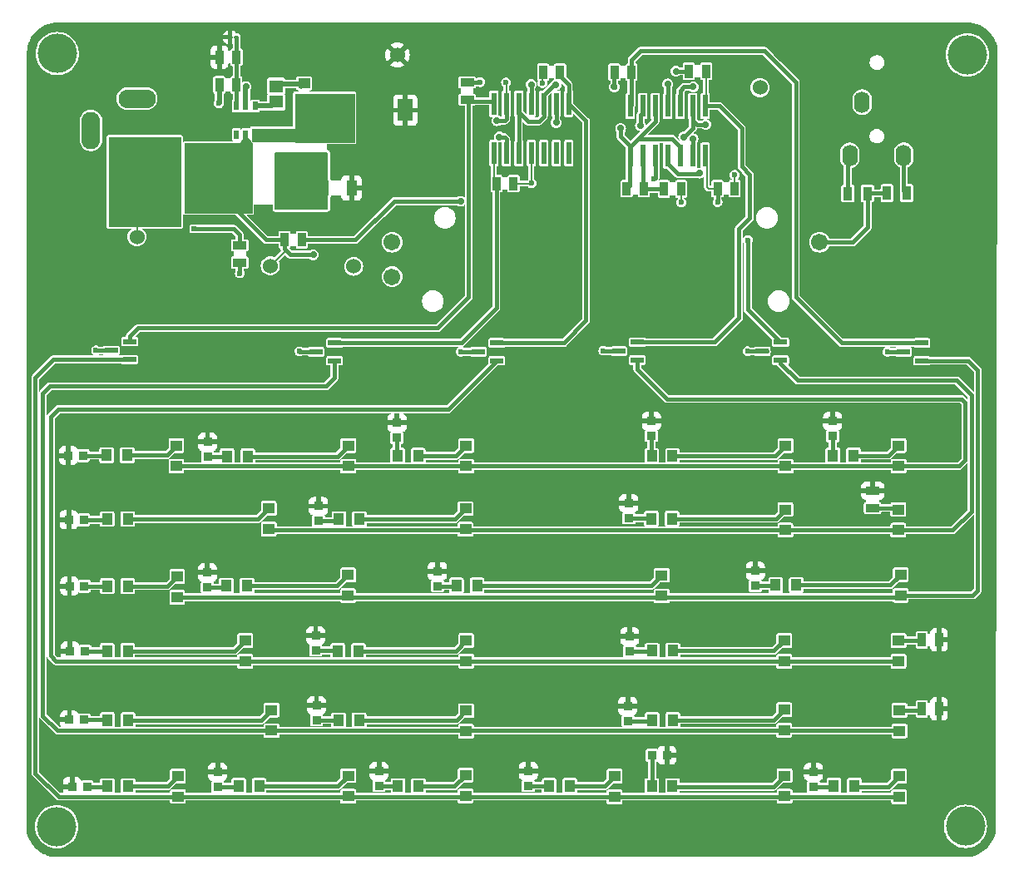
<source format=gbr>
%TF.GenerationSoftware,KiCad,Pcbnew,8.0.3*%
%TF.CreationDate,2024-08-08T10:10:12-07:00*%
%TF.ProjectId,VULED,56554c45-442e-46b6-9963-61645f706362,rev?*%
%TF.SameCoordinates,Original*%
%TF.FileFunction,Copper,L1,Top*%
%TF.FilePolarity,Positive*%
%FSLAX46Y46*%
G04 Gerber Fmt 4.6, Leading zero omitted, Abs format (unit mm)*
G04 Created by KiCad (PCBNEW 8.0.3) date 2024-08-08 10:10:12*
%MOMM*%
%LPD*%
G01*
G04 APERTURE LIST*
G04 Aperture macros list*
%AMRoundRect*
0 Rectangle with rounded corners*
0 $1 Rounding radius*
0 $2 $3 $4 $5 $6 $7 $8 $9 X,Y pos of 4 corners*
0 Add a 4 corners polygon primitive as box body*
4,1,4,$2,$3,$4,$5,$6,$7,$8,$9,$2,$3,0*
0 Add four circle primitives for the rounded corners*
1,1,$1+$1,$2,$3*
1,1,$1+$1,$4,$5*
1,1,$1+$1,$6,$7*
1,1,$1+$1,$8,$9*
0 Add four rect primitives between the rounded corners*
20,1,$1+$1,$2,$3,$4,$5,0*
20,1,$1+$1,$4,$5,$6,$7,0*
20,1,$1+$1,$6,$7,$8,$9,0*
20,1,$1+$1,$8,$9,$2,$3,0*%
G04 Aperture macros list end*
%TA.AperFunction,Conductor*%
%ADD10C,0.050000*%
%TD*%
%TA.AperFunction,Conductor*%
%ADD11C,0.200000*%
%TD*%
%TA.AperFunction,SMDPad,CuDef*%
%ADD12R,0.930000X0.870000*%
%TD*%
%TA.AperFunction,SMDPad,CuDef*%
%ADD13R,1.320800X0.558800*%
%TD*%
%TA.AperFunction,SMDPad,CuDef*%
%ADD14R,1.200000X1.100000*%
%TD*%
%TA.AperFunction,SMDPad,CuDef*%
%ADD15R,1.100000X1.200000*%
%TD*%
%TA.AperFunction,SMDPad,CuDef*%
%ADD16R,0.870000X0.930000*%
%TD*%
%TA.AperFunction,ComponentPad*%
%ADD17O,4.400000X2.200000*%
%TD*%
%TA.AperFunction,ComponentPad*%
%ADD18O,3.800000X1.900000*%
%TD*%
%TA.AperFunction,ComponentPad*%
%ADD19O,1.900000X3.800000*%
%TD*%
%TA.AperFunction,SMDPad,CuDef*%
%ADD20R,0.920000X1.420000*%
%TD*%
%TA.AperFunction,SMDPad,CuDef*%
%ADD21RoundRect,0.100000X-0.130000X-0.100000X0.130000X-0.100000X0.130000X0.100000X-0.130000X0.100000X0*%
%TD*%
%TA.AperFunction,SMDPad,CuDef*%
%ADD22R,0.558800X0.901700*%
%TD*%
%TA.AperFunction,SMDPad,CuDef*%
%ADD23R,0.812800X1.397000*%
%TD*%
%TA.AperFunction,ComponentPad*%
%ADD24O,1.600000X2.200000*%
%TD*%
%TA.AperFunction,SMDPad,CuDef*%
%ADD25R,1.066800X1.600200*%
%TD*%
%TA.AperFunction,ComponentPad*%
%ADD26C,1.530000*%
%TD*%
%TA.AperFunction,ComponentPad*%
%ADD27C,4.000000*%
%TD*%
%TA.AperFunction,SMDPad,CuDef*%
%ADD28R,1.500000X2.200000*%
%TD*%
%TA.AperFunction,SMDPad,CuDef*%
%ADD29R,1.449997X1.305598*%
%TD*%
%TA.AperFunction,SMDPad,CuDef*%
%ADD30R,1.854200X1.066800*%
%TD*%
%TA.AperFunction,ComponentPad*%
%ADD31C,1.701800*%
%TD*%
%TA.AperFunction,SMDPad,CuDef*%
%ADD32R,1.193800X1.016000*%
%TD*%
%TA.AperFunction,SMDPad,CuDef*%
%ADD33R,0.558800X2.286000*%
%TD*%
%TA.AperFunction,SMDPad,CuDef*%
%ADD34R,1.397000X0.812800*%
%TD*%
%TA.AperFunction,SMDPad,CuDef*%
%ADD35R,1.651000X5.410200*%
%TD*%
%TA.AperFunction,SMDPad,CuDef*%
%ADD36R,0.508000X0.508000*%
%TD*%
%TA.AperFunction,ViaPad*%
%ADD37C,0.600000*%
%TD*%
%TA.AperFunction,ViaPad*%
%ADD38C,0.700000*%
%TD*%
%TA.AperFunction,ViaPad*%
%ADD39C,1.000000*%
%TD*%
%TA.AperFunction,Conductor*%
%ADD40C,0.400000*%
%TD*%
%TA.AperFunction,Conductor*%
%ADD41C,0.500000*%
%TD*%
G04 APERTURE END LIST*
%TO.N,Net-(D51-K)*%
D10*
X69720000Y-66015000D02*
X75270000Y-66015000D01*
X75270000Y-67355000D01*
X69720000Y-67355000D01*
X69720000Y-66015000D01*
%TA.AperFunction,Conductor*%
G36*
X69720000Y-66015000D02*
G01*
X75270000Y-66015000D01*
X75270000Y-67355000D01*
X69720000Y-67355000D01*
X69720000Y-66015000D01*
G37*
%TD.AperFunction*%
%TO.N,+12V*%
X69695000Y-67530000D02*
X68515000Y-67530000D01*
X68805000Y-67030000D01*
X68820000Y-67025000D01*
X68810000Y-66970000D01*
X69340000Y-66950000D01*
X69695000Y-67530000D01*
%TA.AperFunction,Conductor*%
G36*
X69695000Y-67530000D02*
G01*
X68515000Y-67530000D01*
X68805000Y-67030000D01*
X68820000Y-67025000D01*
X68810000Y-66970000D01*
X69340000Y-66950000D01*
X69695000Y-67530000D01*
G37*
%TD.AperFunction*%
%TO.N,Net-(D51-K)*%
X74105000Y-62465000D02*
X80095000Y-62465000D01*
X80095000Y-67370000D01*
X74105000Y-67370000D01*
X74105000Y-62465000D01*
%TA.AperFunction,Conductor*%
G36*
X74105000Y-62465000D02*
G01*
X80095000Y-62465000D01*
X80095000Y-67370000D01*
X74105000Y-67370000D01*
X74105000Y-62465000D01*
G37*
%TD.AperFunction*%
%TO.N,+12V*%
X62887500Y-67530000D02*
X69695000Y-67530000D01*
X69695000Y-74585000D01*
X62887500Y-74585000D01*
X62887500Y-67530000D01*
%TA.AperFunction,Conductor*%
G36*
X62887500Y-67530000D02*
G01*
X69695000Y-67530000D01*
X69695000Y-74585000D01*
X62887500Y-74585000D01*
X62887500Y-67530000D01*
G37*
%TD.AperFunction*%
%TO.N,GND*%
D11*
X72116800Y-68480700D02*
X77345000Y-68480700D01*
X77345000Y-74195000D01*
X72116800Y-74195000D01*
X72116800Y-68480700D01*
%TA.AperFunction,Conductor*%
G36*
X72116800Y-68480700D02*
G01*
X77345000Y-68480700D01*
X77345000Y-74195000D01*
X72116800Y-74195000D01*
X72116800Y-68480700D01*
G37*
%TD.AperFunction*%
%TO.N,PWRIN*%
D10*
X55165000Y-66870000D02*
X62430000Y-66870000D01*
X62430000Y-75985000D01*
X55165000Y-75985000D01*
X55165000Y-66870000D01*
%TA.AperFunction,Conductor*%
G36*
X55165000Y-66870000D02*
G01*
X62430000Y-66870000D01*
X62430000Y-75985000D01*
X55165000Y-75985000D01*
X55165000Y-66870000D01*
G37*
%TD.AperFunction*%
%TD*%
D12*
%TO.P,R29,1*%
%TO.N,Net-(D37-A)*%
X107970000Y-126305000D03*
%TO.P,R29,2*%
%TO.N,+5V*%
X107970000Y-124795000D03*
%TD*%
D13*
%TO.P,Q5,1,D*%
%TO.N,/ROW5END*%
X78109800Y-89654999D03*
%TO.P,Q5,2,G*%
%TO.N,Net-(Q5-G)*%
X78109800Y-87825001D03*
%TO.P,Q5,3,S*%
%TO.N,GND*%
X76230200Y-88740000D03*
%TD*%
D14*
%TO.P,D36,1,K*%
%TO.N,/ROW5END*%
X91505000Y-127370000D03*
%TO.P,D36,2,A*%
%TO.N,Net-(D35-K)*%
X91505000Y-125270000D03*
%TD*%
D15*
%TO.P,D35,1,K*%
%TO.N,Net-(D35-K)*%
X80615000Y-126250000D03*
%TO.P,D35,2,A*%
%TO.N,Net-(D35-A)*%
X78515000Y-126250000D03*
%TD*%
D14*
%TO.P,D14,1,K*%
%TO.N,/ROW2END*%
X91445000Y-106805000D03*
%TO.P,D14,2,A*%
%TO.N,Net-(D13-K)*%
X91445000Y-104705000D03*
%TD*%
%TO.P,D47,1,K*%
%TO.N,/ROW6END*%
X106620000Y-134035000D03*
%TO.P,D47,2,A*%
%TO.N,Net-(D46-K)*%
X106620000Y-131935000D03*
%TD*%
D12*
%TO.P,R46,1*%
%TO.N,Net-(D7-A)*%
X110375000Y-97295000D03*
%TO.P,R46,2*%
%TO.N,+5V*%
X110375000Y-95785000D03*
%TD*%
D16*
%TO.P,R31,1*%
%TO.N,Net-(D26-A)*%
X52725000Y-119205000D03*
%TO.P,R31,2*%
%TO.N,+5V*%
X51215000Y-119205000D03*
%TD*%
D17*
%TO.P,J2,1*%
%TO.N,PWRIN*%
X58010000Y-68920000D03*
D18*
%TO.P,J2,2*%
%TO.N,GND*%
X58010000Y-62965000D03*
D19*
%TO.P,J2,3*%
X53320000Y-66215000D03*
%TD*%
D20*
%TO.P,R2,1*%
%TO.N,Net-(J1-Pad2)*%
X136350000Y-72595000D03*
%TO.P,R2,2*%
%TO.N,Net-(R1-Pad2)*%
X134350000Y-72595000D03*
%TD*%
D15*
%TO.P,D18,1,K*%
%TO.N,Net-(D18-K)*%
X57070000Y-112585000D03*
%TO.P,D18,2,A*%
%TO.N,Net-(D18-A)*%
X54970000Y-112585000D03*
%TD*%
D21*
%TO.P,C4,1*%
%TO.N,+5V*%
X67490000Y-56725000D03*
%TO.P,C4,2*%
%TO.N,Net-(U3-VFB)*%
X68130000Y-56725000D03*
%TD*%
D14*
%TO.P,D29,1,K*%
%TO.N,/ROW4END*%
X91520000Y-120235000D03*
%TO.P,D29,2,A*%
%TO.N,Net-(D28-K)*%
X91520000Y-118135000D03*
%TD*%
D13*
%TO.P,Q6,1,D*%
%TO.N,/ROW6END*%
X57269800Y-89524999D03*
%TO.P,Q6,2,G*%
%TO.N,Net-(Q6-G)*%
X57269800Y-87695001D03*
%TO.P,Q6,3,S*%
%TO.N,GND*%
X55390200Y-88610000D03*
%TD*%
D15*
%TO.P,D46,1,K*%
%TO.N,Net-(D46-K)*%
X102070000Y-132935000D03*
%TO.P,D46,2,A*%
%TO.N,Net-(D46-A)*%
X99970000Y-132935000D03*
%TD*%
D22*
%TO.P,U3,1,CE*%
%TO.N,unconnected-(U3-CE-Pad1)*%
X68134999Y-66634150D03*
%TO.P,U3,2,VIN*%
%TO.N,+12V*%
X69085000Y-66634150D03*
%TO.P,U3,3,Lx*%
%TO.N,Net-(D51-K)*%
X70035001Y-66634150D03*
%TO.P,U3,4,BST*%
%TO.N,Net-(U3-BST)*%
X70035001Y-63725850D03*
%TO.P,U3,5,GND*%
%TO.N,GND*%
X69085000Y-63725850D03*
%TO.P,U3,6,VFB*%
%TO.N,Net-(U3-VFB)*%
X68134999Y-63725850D03*
%TD*%
D12*
%TO.P,R41,1*%
%TO.N,Net-(D15-A)*%
X108060000Y-105660000D03*
%TO.P,R41,2*%
%TO.N,+5V*%
X108060000Y-104150000D03*
%TD*%
D15*
%TO.P,D7,1,K*%
%TO.N,Net-(D7-K)*%
X112515000Y-99355000D03*
%TO.P,D7,2,A*%
%TO.N,Net-(D7-A)*%
X110415000Y-99355000D03*
%TD*%
D12*
%TO.P,R45,1*%
%TO.N,Net-(D5-A)*%
X84470000Y-97480000D03*
%TO.P,R45,2*%
%TO.N,+5V*%
X84470000Y-95970000D03*
%TD*%
%TO.P,R17,1*%
%TO.N,Net-(D42-A)*%
X66230000Y-133020000D03*
%TO.P,R17,2*%
%TO.N,+5V*%
X66230000Y-131510000D03*
%TD*%
D23*
%TO.P,R16,1*%
%TO.N,GND*%
X99328850Y-60259963D03*
%TO.P,R16,2*%
%TO.N,Net-(Q4-G)*%
X101081450Y-60259963D03*
%TD*%
D14*
%TO.P,D25,1,K*%
%TO.N,/ROW3END*%
X135735000Y-113530000D03*
%TO.P,D25,2,A*%
%TO.N,Net-(D24-K)*%
X135735000Y-111430000D03*
%TD*%
D23*
%TO.P,R3,1*%
%TO.N,GND*%
X113392450Y-72159563D03*
%TO.P,R3,2*%
%TO.N,Net-(U1A--)*%
X111639850Y-72159563D03*
%TD*%
D24*
%TO.P,J1,1*%
%TO.N,GND*%
X131814876Y-63319566D03*
%TO.P,J1,2*%
%TO.N,Net-(J1-Pad2)*%
X136044876Y-68729566D03*
%TO.P,J1,3*%
%TO.N,Net-(J1-Pad3)*%
X130564876Y-68739566D03*
%TD*%
D14*
%TO.P,D21,1,K*%
%TO.N,/ROW3END*%
X79485000Y-113565000D03*
%TO.P,D21,2,A*%
%TO.N,Net-(D20-K)*%
X79485000Y-111465000D03*
%TD*%
D12*
%TO.P,R36,1*%
%TO.N,Net-(D20-A)*%
X65180000Y-112730000D03*
%TO.P,R36,2*%
%TO.N,+5V*%
X65180000Y-111220000D03*
%TD*%
D25*
%TO.P,C2,1*%
%TO.N,+5V*%
X79847400Y-72060000D03*
%TO.P,C2,2*%
%TO.N,GND*%
X77002600Y-72060000D03*
%TD*%
D26*
%TO.P,J3,1,Pin_1*%
%TO.N,GND*%
X80060000Y-80040000D03*
%TD*%
D14*
%TO.P,D40,1,K*%
%TO.N,/ROW6END*%
X62175000Y-134010000D03*
%TO.P,D40,2,A*%
%TO.N,Net-(D40-A)*%
X62175000Y-131910000D03*
%TD*%
D12*
%TO.P,R37,1*%
%TO.N,Net-(D22-A)*%
X88585000Y-112580000D03*
%TO.P,R37,2*%
%TO.N,+5V*%
X88585000Y-111070000D03*
%TD*%
%TO.P,R26,1*%
%TO.N,Net-(D50-A)*%
X126860000Y-133015000D03*
%TO.P,R26,2*%
%TO.N,+5V*%
X126860000Y-131505000D03*
%TD*%
D27*
%TO.P,H1,*%
%TO.N,*%
X142336191Y-137046191D03*
%TD*%
D28*
%TO.P,L1,1,1*%
%TO.N,Net-(D51-K)*%
X79025000Y-64150000D03*
%TO.P,L1,2,2*%
%TO.N,+5V*%
X85325000Y-64150000D03*
%TD*%
D13*
%TO.P,Q2,1,D*%
%TO.N,/ROW2END*%
X123519800Y-89599999D03*
%TO.P,Q2,2,G*%
%TO.N,Net-(Q2-G)*%
X123519800Y-87770001D03*
%TO.P,Q2,3,S*%
%TO.N,GND*%
X121640200Y-88685000D03*
%TD*%
D12*
%TO.P,R40,1*%
%TO.N,Net-(D13-A)*%
X76480000Y-105960000D03*
%TO.P,R40,2*%
%TO.N,+5V*%
X76480000Y-104450000D03*
%TD*%
D29*
%TO.P,C3,1*%
%TO.N,Net-(U3-BST)*%
X72190000Y-63302799D03*
%TO.P,C3,2*%
%TO.N,Net-(C3-Pad2)*%
X72190000Y-61697201D03*
%TD*%
D16*
%TO.P,R43,1*%
%TO.N,Net-(D1-A)*%
X52535000Y-99300000D03*
%TO.P,R43,2*%
%TO.N,+5V*%
X51025000Y-99300000D03*
%TD*%
D26*
%TO.P,J6,1,Pin_1*%
%TO.N,/AUDIO*%
X121415000Y-61845000D03*
%TD*%
D14*
%TO.P,D38,1,K*%
%TO.N,/ROW5END*%
X123875000Y-127280000D03*
%TO.P,D38,2,A*%
%TO.N,Net-(D37-K)*%
X123875000Y-125180000D03*
%TD*%
D15*
%TO.P,D28,1,K*%
%TO.N,Net-(D28-K)*%
X80560000Y-119195000D03*
%TO.P,D28,2,A*%
%TO.N,Net-(D28-A)*%
X78460000Y-119195000D03*
%TD*%
%TO.P,D42,1,K*%
%TO.N,Net-(D42-K)*%
X70450000Y-132935000D03*
%TO.P,D42,2,A*%
%TO.N,Net-(D42-A)*%
X68350000Y-132935000D03*
%TD*%
D30*
%TO.P,D51,1,K*%
%TO.N,Net-(D51-K)*%
X76205000Y-65554100D03*
%TO.P,D51,2,A*%
%TO.N,GND*%
X76205000Y-69795900D03*
%TD*%
D31*
%TO.P,RV1,1,1*%
%TO.N,GND*%
X83980158Y-77590035D03*
%TO.P,RV1,2,2*%
%TO.N,Net-(U1A-+)*%
X83980158Y-81090037D03*
%TO.P,RV1,3,3*%
%TO.N,Net-(R1-Pad2)*%
X127480147Y-77590035D03*
%TD*%
D32*
%TO.P,R25,1*%
%TO.N,Net-(D51-K)*%
X75020000Y-63115900D03*
%TO.P,R25,2*%
%TO.N,Net-(C3-Pad2)*%
X75020000Y-61414100D03*
%TD*%
D33*
%TO.P,U1,1*%
%TO.N,/AUDIO*%
X108226150Y-68754563D03*
%TO.P,U1,2,-*%
%TO.N,Net-(U1A--)*%
X109496150Y-68754563D03*
%TO.P,U1,3,+*%
%TO.N,Net-(U1A-+)*%
X110766150Y-68754563D03*
%TO.P,U1,4,V+*%
%TO.N,+12V*%
X112036150Y-68754563D03*
%TO.P,U1,5,+*%
%TO.N,/AUDIO*%
X113306150Y-68754563D03*
%TO.P,U1,6,-*%
%TO.N,+5.5V*%
X114576150Y-68754563D03*
%TO.P,U1,7*%
%TO.N,Net-(Q2-G)*%
X115846150Y-68754563D03*
%TO.P,U1,8*%
%TO.N,Net-(Q1-G)*%
X115846150Y-63725363D03*
%TO.P,U1,9,-*%
%TO.N,+6.6V*%
X114576150Y-63725363D03*
%TO.P,U1,10,+*%
%TO.N,/AUDIO*%
X113306150Y-63725363D03*
%TO.P,U1,11,V-*%
%TO.N,GND*%
X112036150Y-63725363D03*
%TO.P,U1,12,+*%
%TO.N,/AUDIO*%
X110766150Y-63725363D03*
%TO.P,U1,13,-*%
%TO.N,+4.4V*%
X109496150Y-63725363D03*
%TO.P,U1,14*%
%TO.N,Net-(Q3-G)*%
X108226150Y-63725363D03*
%TD*%
D14*
%TO.P,D12,1,K*%
%TO.N,/ROW2END*%
X71420000Y-106785000D03*
%TO.P,D12,2,A*%
%TO.N,Net-(D11-K)*%
X71420000Y-104685000D03*
%TD*%
D15*
%TO.P,D37,1,K*%
%TO.N,Net-(D37-K)*%
X112545000Y-126230000D03*
%TO.P,D37,2,A*%
%TO.N,Net-(D37-A)*%
X110445000Y-126230000D03*
%TD*%
D13*
%TO.P,Q4,1,D*%
%TO.N,/ROW4END*%
X94629800Y-89654999D03*
%TO.P,Q4,2,G*%
%TO.N,Net-(Q4-G)*%
X94629800Y-87825001D03*
%TO.P,Q4,3,S*%
%TO.N,GND*%
X92750200Y-88740000D03*
%TD*%
D23*
%TO.P,R30,1*%
%TO.N,Net-(D39-A)*%
X137882400Y-125085000D03*
%TO.P,R30,2*%
%TO.N,+5V*%
X139635000Y-125085000D03*
%TD*%
D14*
%TO.P,D34,1,K*%
%TO.N,/ROW5END*%
X71710000Y-127310000D03*
%TO.P,D34,2,A*%
%TO.N,Net-(D33-K)*%
X71710000Y-125210000D03*
%TD*%
D15*
%TO.P,D9,1,K*%
%TO.N,Net-(D10-A)*%
X130945000Y-99300000D03*
%TO.P,D9,2,A*%
%TO.N,Net-(D9-A)*%
X128845000Y-99300000D03*
%TD*%
D23*
%TO.P,R24,1*%
%TO.N,Net-(U3-VFB)*%
X68136300Y-61575000D03*
%TO.P,R24,2*%
%TO.N,GND*%
X66383700Y-61575000D03*
%TD*%
D14*
%TO.P,D19,1,K*%
%TO.N,/ROW3END*%
X62105000Y-113705000D03*
%TO.P,D19,2,A*%
%TO.N,Net-(D18-K)*%
X62105000Y-111605000D03*
%TD*%
D16*
%TO.P,R27,1*%
%TO.N,Net-(D33-A)*%
X52645000Y-126200000D03*
%TO.P,R27,2*%
%TO.N,+5V*%
X51135000Y-126200000D03*
%TD*%
D12*
%TO.P,R33,1*%
%TO.N,Net-(D30-A)*%
X108155000Y-119205000D03*
%TO.P,R33,2*%
%TO.N,+5V*%
X108155000Y-117695000D03*
%TD*%
D16*
%TO.P,R39,1*%
%TO.N,Net-(D11-A)*%
X52585000Y-105835000D03*
%TO.P,R39,2*%
%TO.N,+5V*%
X51075000Y-105835000D03*
%TD*%
%TO.P,R21,1*%
%TO.N,Net-(D48-A)*%
X110430000Y-129815000D03*
%TO.P,R21,2*%
%TO.N,+5V*%
X111940000Y-129815000D03*
%TD*%
D14*
%TO.P,D10,1,K*%
%TO.N,/ROW1END*%
X135520000Y-100385000D03*
%TO.P,D10,2,A*%
%TO.N,Net-(D10-A)*%
X135520000Y-98285000D03*
%TD*%
D12*
%TO.P,R47,1*%
%TO.N,Net-(D9-A)*%
X128810000Y-97320000D03*
%TO.P,R47,2*%
%TO.N,+5V*%
X128810000Y-95810000D03*
%TD*%
D34*
%TO.P,R42,1*%
%TO.N,Net-(D17-A)*%
X132885000Y-104640000D03*
%TO.P,R42,2*%
%TO.N,+5V*%
X132885000Y-102887400D03*
%TD*%
D15*
%TO.P,D44,1,K*%
%TO.N,Net-(D44-K)*%
X86675000Y-132955000D03*
%TO.P,D44,2,A*%
%TO.N,Net-(D44-A)*%
X84575000Y-132955000D03*
%TD*%
%TO.P,D1,1,K*%
%TO.N,Net-(D1-K)*%
X57030000Y-99260000D03*
%TO.P,D1,2,A*%
%TO.N,Net-(D1-A)*%
X54930000Y-99260000D03*
%TD*%
D35*
%TO.P,C1,1*%
%TO.N,+12V*%
X67836900Y-71135000D03*
%TO.P,C1,2*%
%TO.N,GND*%
X72993100Y-71135000D03*
%TD*%
D23*
%TO.P,R15,1*%
%TO.N,GND*%
X106598850Y-60274963D03*
%TO.P,R15,2*%
%TO.N,Net-(Q3-G)*%
X108351450Y-60274963D03*
%TD*%
D27*
%TO.P,H4,*%
%TO.N,*%
X49885000Y-58380000D03*
%TD*%
D14*
%TO.P,D49,1,K*%
%TO.N,/ROW6END*%
X123920000Y-133985000D03*
%TO.P,D49,2,A*%
%TO.N,Net-(D48-K)*%
X123920000Y-131885000D03*
%TD*%
D15*
%TO.P,D3,1,K*%
%TO.N,Net-(D3-K)*%
X69275000Y-99375000D03*
%TO.P,D3,2,A*%
%TO.N,Net-(D3-A)*%
X67175000Y-99375000D03*
%TD*%
D23*
%TO.P,R4,1*%
%TO.N,Net-(U1A--)*%
X109607450Y-72134563D03*
%TO.P,R4,2*%
%TO.N,/AUDIO*%
X107854850Y-72134563D03*
%TD*%
D15*
%TO.P,D41,1,K*%
%TO.N,Net-(D40-A)*%
X57100000Y-132955000D03*
%TO.P,D41,2,A*%
%TO.N,Net-(D41-A)*%
X55000000Y-132955000D03*
%TD*%
%TO.P,D13,1,K*%
%TO.N,Net-(D13-K)*%
X80660000Y-105770000D03*
%TO.P,D13,2,A*%
%TO.N,Net-(D13-A)*%
X78560000Y-105770000D03*
%TD*%
D14*
%TO.P,D8,1,K*%
%TO.N,/ROW1END*%
X124020000Y-100385000D03*
%TO.P,D8,2,A*%
%TO.N,Net-(D7-K)*%
X124020000Y-98285000D03*
%TD*%
%TO.P,D52,1,K*%
%TO.N,/ROW6END*%
X135580000Y-134035000D03*
%TO.P,D52,2,A*%
%TO.N,Net-(D50-K)*%
X135580000Y-131935000D03*
%TD*%
D12*
%TO.P,R18,1*%
%TO.N,Net-(D44-A)*%
X82640000Y-132925000D03*
%TO.P,R18,2*%
%TO.N,+5V*%
X82640000Y-131415000D03*
%TD*%
D14*
%TO.P,D27,1,K*%
%TO.N,/ROW4END*%
X69020000Y-120235000D03*
%TO.P,D27,2,A*%
%TO.N,Net-(D26-K)*%
X69020000Y-118135000D03*
%TD*%
%TO.P,D31,1,K*%
%TO.N,/ROW4END*%
X123890000Y-120240000D03*
%TO.P,D31,2,A*%
%TO.N,Net-(D30-K)*%
X123890000Y-118140000D03*
%TD*%
D15*
%TO.P,D50,1,K*%
%TO.N,Net-(D50-K)*%
X131040000Y-132925000D03*
%TO.P,D50,2,A*%
%TO.N,Net-(D50-A)*%
X128940000Y-132925000D03*
%TD*%
%TO.P,D30,1,K*%
%TO.N,Net-(D30-K)*%
X112550000Y-119180000D03*
%TO.P,D30,2,A*%
%TO.N,Net-(D30-A)*%
X110450000Y-119180000D03*
%TD*%
D27*
%TO.P,H3,*%
%TO.N,*%
X142515000Y-58510000D03*
%TD*%
D14*
%TO.P,D16,1,K*%
%TO.N,/ROW2END*%
X124000000Y-106895000D03*
%TO.P,D16,2,A*%
%TO.N,Net-(D15-K)*%
X124000000Y-104795000D03*
%TD*%
D12*
%TO.P,R44,1*%
%TO.N,Net-(D3-A)*%
X65195000Y-99430000D03*
%TO.P,R44,2*%
%TO.N,+5V*%
X65195000Y-97920000D03*
%TD*%
D16*
%TO.P,R35,1*%
%TO.N,Net-(D18-A)*%
X52650000Y-112595000D03*
%TO.P,R35,2*%
%TO.N,+5V*%
X51140000Y-112595000D03*
%TD*%
D27*
%TO.P,H2,*%
%TO.N,*%
X49850000Y-137075000D03*
%TD*%
D13*
%TO.P,Q1,1,D*%
%TO.N,/ROW1END*%
X108924600Y-89584999D03*
%TO.P,Q1,2,G*%
%TO.N,Net-(Q1-G)*%
X108924600Y-87755001D03*
%TO.P,Q1,3,S*%
%TO.N,GND*%
X107045000Y-88670000D03*
%TD*%
D15*
%TO.P,D11,1,K*%
%TO.N,Net-(D11-K)*%
X57070000Y-105760000D03*
%TO.P,D11,2,A*%
%TO.N,Net-(D11-A)*%
X54970000Y-105760000D03*
%TD*%
D23*
%TO.P,R19,1*%
%TO.N,GND*%
X96341450Y-71619963D03*
%TO.P,R19,2*%
%TO.N,Net-(Q5-G)*%
X94588850Y-71619963D03*
%TD*%
%TO.P,R5,1*%
%TO.N,+6.6V*%
X74776300Y-77345000D03*
%TO.P,R5,2*%
%TO.N,+12V*%
X73023700Y-77345000D03*
%TD*%
D34*
%TO.P,R48,1*%
%TO.N,Net-(Q7-G)*%
X68465000Y-77893700D03*
%TO.P,R48,2*%
%TO.N,GND*%
X68465000Y-79646300D03*
%TD*%
D14*
%TO.P,D45,1,K*%
%TO.N,/ROW6END*%
X91450000Y-133940000D03*
%TO.P,D45,2,A*%
%TO.N,Net-(D44-K)*%
X91450000Y-131840000D03*
%TD*%
D13*
%TO.P,Q3,1,D*%
%TO.N,/ROW3END*%
X137894800Y-89654999D03*
%TO.P,Q3,2,G*%
%TO.N,Net-(Q3-G)*%
X137894800Y-87825001D03*
%TO.P,Q3,3,S*%
%TO.N,GND*%
X136015200Y-88740000D03*
%TD*%
D12*
%TO.P,R28,1*%
%TO.N,Net-(D35-A)*%
X76285000Y-126230000D03*
%TO.P,R28,2*%
%TO.N,+5V*%
X76285000Y-124720000D03*
%TD*%
D33*
%TO.P,U2,1*%
%TO.N,Net-(Q4-G)*%
X101950150Y-63485363D03*
%TO.P,U2,2,-*%
%TO.N,+3.3V*%
X100680150Y-63485363D03*
%TO.P,U2,3,+*%
%TO.N,/AUDIO*%
X99410150Y-63485363D03*
%TO.P,U2,4,V+*%
%TO.N,+12V*%
X98140150Y-63485363D03*
%TO.P,U2,5,+*%
%TO.N,/AUDIO*%
X96870150Y-63485363D03*
%TO.P,U2,6,-*%
%TO.N,+1.1V*%
X95600150Y-63485363D03*
%TO.P,U2,7*%
%TO.N,Net-(Q6-G)*%
X94330150Y-63485363D03*
%TO.P,U2,8*%
%TO.N,Net-(Q5-G)*%
X94330150Y-68514563D03*
%TO.P,U2,9,-*%
%TO.N,+2.2V*%
X95600150Y-68514563D03*
%TO.P,U2,10,+*%
%TO.N,/AUDIO*%
X96870150Y-68514563D03*
%TO.P,U2,11,V-*%
%TO.N,GND*%
X98140150Y-68514563D03*
%TO.P,U2,12*%
%TO.N,N/C*%
X99410150Y-68514563D03*
%TO.P,U2,13*%
X100680150Y-68514563D03*
%TO.P,U2,14*%
X101950150Y-68514563D03*
%TD*%
D36*
%TO.P,Q7,1,G*%
%TO.N,Net-(Q7-G)*%
X63813800Y-76225001D03*
%TO.P,Q7,2,S*%
%TO.N,+12V*%
X63813800Y-74324999D03*
%TO.P,Q7,3,D*%
%TO.N,PWRIN*%
X61426200Y-75275000D03*
%TD*%
D26*
%TO.P,J4,1,Pin_1*%
%TO.N,+5V*%
X84515000Y-58520000D03*
%TD*%
D16*
%TO.P,R12,1*%
%TO.N,Net-(D41-A)*%
X52930000Y-133005000D03*
%TO.P,R12,2*%
%TO.N,+5V*%
X51420000Y-133005000D03*
%TD*%
D15*
%TO.P,D33,1,K*%
%TO.N,Net-(D33-K)*%
X57100000Y-126235000D03*
%TO.P,D33,2,A*%
%TO.N,Net-(D33-A)*%
X55000000Y-126235000D03*
%TD*%
D20*
%TO.P,R1,1*%
%TO.N,Net-(J1-Pad3)*%
X130360000Y-72630000D03*
%TO.P,R1,2*%
%TO.N,Net-(R1-Pad2)*%
X132360000Y-72630000D03*
%TD*%
D14*
%TO.P,D4,1,K*%
%TO.N,/ROW1END*%
X79520000Y-100385000D03*
%TO.P,D4,2,A*%
%TO.N,Net-(D3-K)*%
X79520000Y-98285000D03*
%TD*%
D23*
%TO.P,R13,1*%
%TO.N,GND*%
X118846450Y-72134963D03*
%TO.P,R13,2*%
%TO.N,Net-(Q2-G)*%
X117093850Y-72134963D03*
%TD*%
D12*
%TO.P,R20,1*%
%TO.N,Net-(D46-A)*%
X97845000Y-132920000D03*
%TO.P,R20,2*%
%TO.N,+5V*%
X97845000Y-131410000D03*
%TD*%
D15*
%TO.P,D22,1,K*%
%TO.N,Net-(D22-K)*%
X92625000Y-112530000D03*
%TO.P,D22,2,A*%
%TO.N,Net-(D22-A)*%
X90525000Y-112530000D03*
%TD*%
%TO.P,D24,1,K*%
%TO.N,Net-(D24-K)*%
X125115000Y-112480000D03*
%TO.P,D24,2,A*%
%TO.N,Net-(D24-A)*%
X123015000Y-112480000D03*
%TD*%
D14*
%TO.P,D2,1,K*%
%TO.N,/ROW1END*%
X62020000Y-100385000D03*
%TO.P,D2,2,A*%
%TO.N,Net-(D1-K)*%
X62020000Y-98285000D03*
%TD*%
D15*
%TO.P,D48,1,K*%
%TO.N,Net-(D48-K)*%
X112515000Y-132950000D03*
%TO.P,D48,2,A*%
%TO.N,Net-(D48-A)*%
X110415000Y-132950000D03*
%TD*%
D34*
%TO.P,R22,1*%
%TO.N,GND*%
X91610150Y-61313663D03*
%TO.P,R22,2*%
%TO.N,Net-(Q6-G)*%
X91610150Y-63066263D03*
%TD*%
D15*
%TO.P,D15,1,K*%
%TO.N,Net-(D15-K)*%
X112470000Y-105735000D03*
%TO.P,D15,2,A*%
%TO.N,Net-(D15-A)*%
X110370000Y-105735000D03*
%TD*%
D26*
%TO.P,J5,1,Pin_1*%
%TO.N,+12V*%
X71580000Y-79995000D03*
%TD*%
D15*
%TO.P,D26,1,K*%
%TO.N,Net-(D26-K)*%
X57070000Y-119185000D03*
%TO.P,D26,2,A*%
%TO.N,Net-(D26-A)*%
X54970000Y-119185000D03*
%TD*%
D14*
%TO.P,D32,1,K*%
%TO.N,/ROW4END*%
X135520000Y-120235000D03*
%TO.P,D32,2,A*%
%TO.N,Net-(D32-A)*%
X135520000Y-118135000D03*
%TD*%
D23*
%TO.P,R34,1*%
%TO.N,Net-(D32-A)*%
X137883700Y-118065000D03*
%TO.P,R34,2*%
%TO.N,+5V*%
X139636300Y-118065000D03*
%TD*%
%TO.P,R14,1*%
%TO.N,GND*%
X114178850Y-60184963D03*
%TO.P,R14,2*%
%TO.N,Net-(Q1-G)*%
X115931450Y-60184963D03*
%TD*%
D14*
%TO.P,D39,1,K*%
%TO.N,/ROW5END*%
X135620000Y-127330000D03*
%TO.P,D39,2,A*%
%TO.N,Net-(D39-A)*%
X135620000Y-125230000D03*
%TD*%
%TO.P,D6,1,K*%
%TO.N,/ROW1END*%
X91520000Y-100385000D03*
%TO.P,D6,2,A*%
%TO.N,Net-(D5-K)*%
X91520000Y-98285000D03*
%TD*%
D26*
%TO.P,J7,1,Pin_1*%
%TO.N,PWRIN*%
X58000000Y-77035000D03*
%TD*%
D14*
%TO.P,D17,1,K*%
%TO.N,/ROW2END*%
X135500000Y-106895000D03*
%TO.P,D17,2,A*%
%TO.N,Net-(D17-A)*%
X135500000Y-104795000D03*
%TD*%
%TO.P,D43,1,K*%
%TO.N,/ROW6END*%
X79520000Y-133985000D03*
%TO.P,D43,2,A*%
%TO.N,Net-(D42-K)*%
X79520000Y-131885000D03*
%TD*%
%TO.P,D23,1,K*%
%TO.N,/ROW3END*%
X111410000Y-113590000D03*
%TO.P,D23,2,A*%
%TO.N,Net-(D22-K)*%
X111410000Y-111490000D03*
%TD*%
D15*
%TO.P,D20,1,K*%
%TO.N,Net-(D20-K)*%
X69215000Y-112560000D03*
%TO.P,D20,2,A*%
%TO.N,Net-(D20-A)*%
X67115000Y-112560000D03*
%TD*%
D12*
%TO.P,R32,1*%
%TO.N,Net-(D28-A)*%
X76200000Y-119135000D03*
%TO.P,R32,2*%
%TO.N,+5V*%
X76200000Y-117625000D03*
%TD*%
%TO.P,R38,1*%
%TO.N,Net-(D24-A)*%
X120955000Y-112555000D03*
%TO.P,R38,2*%
%TO.N,+5V*%
X120955000Y-111045000D03*
%TD*%
D23*
%TO.P,R23,1*%
%TO.N,+5V*%
X66398700Y-58760000D03*
%TO.P,R23,2*%
%TO.N,Net-(U3-VFB)*%
X68151300Y-58760000D03*
%TD*%
D15*
%TO.P,D5,1,K*%
%TO.N,Net-(D5-K)*%
X86635000Y-99320000D03*
%TO.P,D5,2,A*%
%TO.N,Net-(D5-A)*%
X84535000Y-99320000D03*
%TD*%
D37*
%TO.N,GND*%
X92955150Y-61289963D03*
X98165150Y-71579963D03*
X90974999Y-88730000D03*
D38*
X106588850Y-61778663D03*
D37*
X118846450Y-70745000D03*
X66345000Y-63445000D03*
D39*
X75115000Y-72010000D03*
D37*
X105484999Y-88625000D03*
X68480000Y-80745000D03*
X74564999Y-88700000D03*
X113410150Y-73529963D03*
D38*
X112865150Y-60179963D03*
D37*
X53845000Y-88590000D03*
X99285150Y-61384963D03*
X120144999Y-88670000D03*
D38*
X69110000Y-61735000D03*
D37*
X134419999Y-88740000D03*
D38*
X112040150Y-61469963D03*
%TO.N,+12V*%
X98135150Y-61539963D03*
X115246150Y-70539963D03*
X75960000Y-78855000D03*
D37*
%TO.N,Net-(Q2-G)*%
X117110000Y-73490000D03*
X120165000Y-77365000D03*
D38*
%TO.N,/AUDIO*%
X114615000Y-61775000D03*
X107240150Y-65999963D03*
X100655150Y-61579963D03*
D37*
%TO.N,Net-(U1A-+)*%
X110645150Y-71150000D03*
D38*
%TO.N,+6.6V*%
X115885000Y-65605000D03*
X90955000Y-73410000D03*
X113665000Y-66885000D03*
%TO.N,+5.5V*%
X114591150Y-67059563D03*
%TO.N,+4.4V*%
X109260000Y-65705000D03*
%TO.N,+3.3V*%
X100670150Y-65404963D03*
%TO.N,+2.2V*%
X94895000Y-66871562D03*
%TO.N,+1.1V*%
X94640150Y-65214963D03*
D37*
X95575150Y-61319963D03*
%TD*%
D40*
%TO.N,GND*%
X114178850Y-60184963D02*
X112870150Y-60184963D01*
D11*
X55390200Y-88610000D02*
X55815001Y-88610000D01*
X98125150Y-71619963D02*
X98165150Y-71579963D01*
D40*
X68465000Y-79646300D02*
X68465000Y-80730000D01*
X106588850Y-60124963D02*
X106588850Y-61778663D01*
D11*
X96341450Y-71619963D02*
X98125150Y-71619963D01*
X53865000Y-88610000D02*
X53845000Y-88590000D01*
D40*
X91610150Y-61313663D02*
X92931450Y-61313663D01*
X112036150Y-61473963D02*
X112040150Y-61469963D01*
D41*
X66383700Y-61575000D02*
X66383700Y-63406300D01*
D11*
X113392450Y-73512263D02*
X113410150Y-73529963D01*
X66383700Y-63406300D02*
X66345000Y-63445000D01*
D40*
X112870150Y-60184963D02*
X112865150Y-60179963D01*
X76535000Y-88720000D02*
X74584999Y-88720000D01*
D11*
X92931450Y-61313663D02*
X92955150Y-61289963D01*
D40*
X92945000Y-88750000D02*
X90994999Y-88750000D01*
D11*
X99258850Y-61358663D02*
X99285150Y-61384963D01*
D40*
X107455000Y-88645000D02*
X105504999Y-88645000D01*
D11*
X118846450Y-70745000D02*
X118846450Y-72134963D01*
D40*
X106605150Y-61794963D02*
X106588850Y-61778663D01*
X112036150Y-63725363D02*
X112036150Y-61473963D01*
D11*
X98140150Y-68514563D02*
X98140150Y-71554963D01*
D40*
X55815001Y-88610000D02*
X53865000Y-88610000D01*
D11*
X98140150Y-71554963D02*
X98165150Y-71579963D01*
X68465000Y-80730000D02*
X68480000Y-80745000D01*
D40*
X122115000Y-88690000D02*
X120164999Y-88690000D01*
D11*
X113392450Y-72159563D02*
X113392450Y-73512263D01*
D41*
X69085000Y-63725850D02*
X69085000Y-61760000D01*
D40*
X136390000Y-88760000D02*
X134439999Y-88760000D01*
D11*
X99258850Y-60039963D02*
X99258850Y-61358663D01*
X69085000Y-61760000D02*
X69110000Y-61735000D01*
D40*
%TO.N,+12V*%
X113485187Y-70630000D02*
X113485150Y-70629963D01*
X112036150Y-69627063D02*
X113039050Y-70629963D01*
X73635200Y-78855000D02*
X73023700Y-78243500D01*
D11*
X73023700Y-78551300D02*
X73023700Y-78243500D01*
D40*
X71141800Y-77345000D02*
X67836900Y-74040100D01*
X75960000Y-78855000D02*
X73635200Y-78855000D01*
X98140150Y-63485363D02*
X98140150Y-61544963D01*
X73023700Y-77345000D02*
X71141800Y-77345000D01*
X115246150Y-70539963D02*
X115156113Y-70630000D01*
X98140150Y-61544963D02*
X98135150Y-61539963D01*
X112036150Y-68754563D02*
X112036150Y-69627063D01*
X115156113Y-70630000D02*
X113485187Y-70630000D01*
X73023700Y-78243500D02*
X73023700Y-77345000D01*
D11*
X71580000Y-79995000D02*
X73023700Y-78551300D01*
D40*
X113039050Y-70629963D02*
X113485150Y-70629963D01*
X67836900Y-74040100D02*
X67836900Y-71135000D01*
%TO.N,/ROW1END*%
X62020000Y-100385000D02*
X135520000Y-100385000D01*
X142310000Y-99725000D02*
X141650000Y-100385000D01*
X141650000Y-100385000D02*
X135520000Y-100385000D01*
X141930000Y-93530000D02*
X142310000Y-93910000D01*
X108924600Y-90489600D02*
X111965000Y-93530000D01*
X111965000Y-93530000D02*
X141930000Y-93530000D01*
X142310000Y-93910000D02*
X142310000Y-99725000D01*
X108924600Y-89584999D02*
X108924600Y-90489600D01*
%TO.N,/ROW2END*%
X142965000Y-104965000D02*
X141035000Y-106895000D01*
D11*
X91450000Y-106755000D02*
X91420000Y-106785000D01*
D40*
X142965000Y-93140000D02*
X142965000Y-104965000D01*
X123519800Y-89914800D02*
X125250000Y-91645000D01*
X71530000Y-106895000D02*
X135500000Y-106895000D01*
X125250000Y-91645000D02*
X141470000Y-91645000D01*
X141035000Y-106895000D02*
X135500000Y-106895000D01*
X123519800Y-89599999D02*
X123519800Y-89914800D01*
X71420000Y-106785000D02*
X71530000Y-106895000D01*
X141470000Y-91645000D02*
X142965000Y-93140000D01*
%TO.N,/ROW3END*%
X62105000Y-113705000D02*
X135560000Y-113705000D01*
X135560000Y-113705000D02*
X135735000Y-113530000D01*
X142654999Y-89654999D02*
X143580000Y-90580000D01*
X143580000Y-113015000D02*
X143065000Y-113530000D01*
X143065000Y-113530000D02*
X135735000Y-113530000D01*
X137894800Y-89654999D02*
X142654999Y-89654999D01*
X143580000Y-90580000D02*
X143580000Y-113015000D01*
%TO.N,/ROW4END*%
X50005000Y-94575000D02*
X49225000Y-95355000D01*
X89709799Y-94575000D02*
X50005000Y-94575000D01*
X49775000Y-120235000D02*
X69020000Y-120235000D01*
X69020000Y-120235000D02*
X135520000Y-120235000D01*
X94629800Y-89654999D02*
X89709799Y-94575000D01*
X49225000Y-95355000D02*
X49225000Y-119685000D01*
X49225000Y-119685000D02*
X49775000Y-120235000D01*
%TO.N,/ROW5END*%
X78109800Y-91360200D02*
X77230000Y-92240000D01*
X77230000Y-92240000D02*
X49175000Y-92240000D01*
X78109800Y-89654999D02*
X78109800Y-91360200D01*
X49940000Y-127310000D02*
X71710000Y-127310000D01*
X71710000Y-127310000D02*
X135600000Y-127310000D01*
X49175000Y-92240000D02*
X48425000Y-92990000D01*
X135600000Y-127310000D02*
X135620000Y-127330000D01*
X48425000Y-125795000D02*
X49940000Y-127310000D01*
X48425000Y-92990000D02*
X48425000Y-125795000D01*
%TO.N,/ROW6END*%
X62175000Y-134010000D02*
X135555000Y-134010000D01*
X50037692Y-134010000D02*
X62175000Y-134010000D01*
X47665000Y-91345000D02*
X47665000Y-131637308D01*
X47665000Y-131637308D02*
X50037692Y-134010000D01*
X49485001Y-89524999D02*
X47665000Y-91345000D01*
D11*
X135555000Y-134010000D02*
X135580000Y-134035000D01*
D40*
X57269800Y-89524999D02*
X49485001Y-89524999D01*
%TO.N,Net-(Q1-G)*%
X119552850Y-69892850D02*
X120365000Y-70705000D01*
X117300363Y-63725363D02*
X119552850Y-65977850D01*
D11*
X115931450Y-63640063D02*
X115846150Y-63725363D01*
D40*
X119265000Y-85285000D02*
X119205000Y-85345000D01*
D11*
X115931450Y-60184963D02*
X115931450Y-63640063D01*
D40*
X119205000Y-85345000D02*
X116794999Y-87755001D01*
X115846150Y-63725363D02*
X117300363Y-63725363D01*
X116794999Y-87755001D02*
X108924600Y-87755001D01*
X120365000Y-70705000D02*
X120365000Y-75100000D01*
X119265000Y-76200000D02*
X119265000Y-85285000D01*
X119552850Y-65977850D02*
X119552850Y-69892850D01*
X120365000Y-75100000D02*
X119265000Y-76200000D01*
%TO.N,Net-(Q2-G)*%
X120165000Y-84415201D02*
X120165000Y-77365000D01*
D11*
X116025000Y-71989813D02*
X116170150Y-72134963D01*
X116170150Y-72134963D02*
X117093850Y-72134963D01*
D40*
X123519800Y-87770001D02*
X120165000Y-84415201D01*
D11*
X116025000Y-68933413D02*
X116025000Y-71989813D01*
D40*
X117110000Y-73490000D02*
X117110000Y-72151113D01*
D11*
X115846150Y-68754563D02*
X116025000Y-68933413D01*
X117110000Y-72151113D02*
X117093850Y-72134963D01*
D40*
%TO.N,Net-(Q3-G)*%
X108415000Y-58980000D02*
X108351450Y-59043550D01*
X129710001Y-87825001D02*
X125070000Y-83185000D01*
X137894800Y-87825001D02*
X129710001Y-87825001D01*
X108351450Y-59043550D02*
X108351450Y-60274963D01*
X125070000Y-61325000D02*
X121860000Y-58115000D01*
X109280000Y-58115000D02*
X108415000Y-58980000D01*
X108341450Y-60124963D02*
X108341450Y-63610063D01*
X125070000Y-83185000D02*
X125070000Y-61325000D01*
X121860000Y-58115000D02*
X109280000Y-58115000D01*
X108341450Y-63610063D02*
X108226150Y-63725363D01*
%TO.N,Net-(Q4-G)*%
X101950150Y-61574963D02*
X101950150Y-63485363D01*
X101444999Y-87825001D02*
X103700000Y-85570000D01*
X101011450Y-60636263D02*
X101950150Y-61574963D01*
X103700000Y-85570000D02*
X103700000Y-65235213D01*
X103700000Y-65235213D02*
X101950150Y-63485363D01*
X101011450Y-60039963D02*
X101011450Y-60636263D01*
X94629800Y-87825001D02*
X101444999Y-87825001D01*
D11*
%TO.N,Net-(Q5-G)*%
X94588850Y-71619963D02*
X94588850Y-71511263D01*
X94330150Y-71252563D02*
X94330150Y-68514563D01*
D40*
X91019999Y-87825001D02*
X94588850Y-84256150D01*
X94588850Y-84256150D02*
X94588850Y-71619963D01*
X78109800Y-87825001D02*
X91019999Y-87825001D01*
D11*
X94588850Y-71511263D02*
X94330150Y-71252563D01*
D40*
%TO.N,Net-(Q6-G)*%
X88615000Y-86325000D02*
X58105000Y-86325000D01*
D11*
X94330150Y-63485363D02*
X94074750Y-63229963D01*
D40*
X57269800Y-87160200D02*
X57269800Y-87695001D01*
X91773850Y-63229963D02*
X91773850Y-83166150D01*
X94074750Y-63229963D02*
X91773850Y-63229963D01*
D11*
X91773850Y-63229963D02*
X91610150Y-63066263D01*
D40*
X91773850Y-83166150D02*
X88615000Y-86325000D01*
X58105000Y-86325000D02*
X57269800Y-87160200D01*
D11*
%TO.N,Net-(R1-Pad2)*%
X132395000Y-72595000D02*
X132360000Y-72630000D01*
D40*
X132360000Y-76060000D02*
X130829965Y-77590035D01*
X132360000Y-72630000D02*
X132360000Y-76060000D01*
X130829965Y-77590035D02*
X127480147Y-77590035D01*
X134350000Y-72595000D02*
X132395000Y-72595000D01*
%TO.N,Net-(J1-Pad2)*%
X136044876Y-68729566D02*
X136044876Y-72289876D01*
X136044876Y-72289876D02*
X136350000Y-72595000D01*
%TO.N,Net-(J1-Pad3)*%
X130360000Y-68944442D02*
X130564876Y-68739566D01*
X130360000Y-72630000D02*
X130360000Y-68944442D01*
%TO.N,Net-(U1A--)*%
X109496150Y-68754563D02*
X109496150Y-72023263D01*
D11*
X109632450Y-72159563D02*
X109607450Y-72134563D01*
X109496150Y-72023263D02*
X109607450Y-72134563D01*
D40*
X111639850Y-72159563D02*
X109632450Y-72159563D01*
%TO.N,/AUDIO*%
X107240150Y-66833562D02*
X107240150Y-65999963D01*
X108226150Y-67834963D02*
X108226150Y-68754563D01*
X108226150Y-67819562D02*
X107240150Y-66833562D01*
X113665000Y-61775000D02*
X113306150Y-62133850D01*
X97801150Y-65279963D02*
X96870150Y-64348963D01*
X108226150Y-68754563D02*
X108226150Y-67819562D01*
X99410150Y-62584963D02*
X99410150Y-63485363D01*
X110766150Y-63725363D02*
X110766150Y-65279563D01*
X96870150Y-64348963D02*
X96870150Y-63485363D01*
X113306150Y-62133850D02*
X113306150Y-63725363D01*
X99410150Y-64769963D02*
X98900150Y-65279963D01*
X108135150Y-71854263D02*
X108135150Y-68845563D01*
D11*
X108135150Y-68845563D02*
X108226150Y-68754563D01*
D40*
X114615000Y-61775000D02*
X113665000Y-61775000D01*
X100415150Y-61579963D02*
X99410150Y-62584963D01*
X113306150Y-68754563D02*
X113306150Y-67890963D01*
X108226150Y-67819563D02*
X108226150Y-68754563D01*
D11*
X107854850Y-72134563D02*
X108135150Y-71854263D01*
D40*
X112470150Y-67054963D02*
X109006150Y-67054963D01*
X110766150Y-65279563D02*
X108226150Y-67819563D01*
X109006150Y-67054963D02*
X108226150Y-67834963D01*
X99410150Y-63485363D02*
X99410150Y-64769963D01*
X113306150Y-67890963D02*
X112470150Y-67054963D01*
X96870150Y-63485363D02*
X96870150Y-68514563D01*
X100655150Y-61579963D02*
X100415150Y-61579963D01*
X98900150Y-65279963D02*
X97801150Y-65279963D01*
%TO.N,Net-(U3-VFB)*%
X68134999Y-63725850D02*
X68134999Y-56810001D01*
D11*
X68134999Y-56810001D02*
X68225000Y-56720000D01*
X68134999Y-61999999D02*
X68130000Y-61995000D01*
D40*
%TO.N,Net-(U1A-+)*%
X110645150Y-71150000D02*
X110766150Y-71029000D01*
X110766150Y-71029000D02*
X110766150Y-68754563D01*
D41*
%TO.N,Net-(U3-BST)*%
X70035001Y-63725850D02*
X71766949Y-63725850D01*
D11*
X71766949Y-63725850D02*
X72190000Y-63302799D01*
D41*
%TO.N,Net-(C3-Pad2)*%
X74509698Y-61470000D02*
X74736899Y-61697201D01*
D11*
X74736899Y-61697201D02*
X75020000Y-61414100D01*
D41*
X72417201Y-61470000D02*
X74509698Y-61470000D01*
X72190000Y-61697201D02*
X72417201Y-61470000D01*
D40*
%TO.N,+6.6V*%
X90955000Y-73410000D02*
X84170000Y-73410000D01*
X114576150Y-65204563D02*
X114576150Y-63725363D01*
X114576150Y-65973850D02*
X114576150Y-65204563D01*
X114976587Y-65605000D02*
X114576150Y-65204563D01*
X115885000Y-65605000D02*
X114976587Y-65605000D01*
X80235000Y-77345000D02*
X74776300Y-77345000D01*
X84170000Y-73410000D02*
X80235000Y-77345000D01*
X113665000Y-66885000D02*
X114576150Y-65973850D01*
%TO.N,+5.5V*%
X114591150Y-68739563D02*
X114576150Y-68754563D01*
X114591150Y-67059563D02*
X114591150Y-68739563D01*
%TO.N,+4.4V*%
X109496150Y-64384563D02*
X109496150Y-63725363D01*
X109260000Y-65705000D02*
X109260000Y-64620713D01*
X109260000Y-64620713D02*
X109496150Y-64384563D01*
%TO.N,+3.3V*%
X100670150Y-65404963D02*
X100670150Y-63495363D01*
X100670150Y-63495363D02*
X100680150Y-63485363D01*
%TO.N,+2.2V*%
X95600150Y-67049963D02*
X95600150Y-68514563D01*
X95421749Y-66871562D02*
X95600150Y-67049963D01*
X94895000Y-66871562D02*
X95421749Y-66871562D01*
%TO.N,+1.1V*%
X95600150Y-65064963D02*
X95600150Y-63485363D01*
D11*
X95575150Y-61319963D02*
X95600150Y-61344963D01*
X95600150Y-61344963D02*
X95600150Y-63485363D01*
D40*
X95450150Y-65214963D02*
X95600150Y-65064963D01*
X94640150Y-65214963D02*
X95450150Y-65214963D01*
%TO.N,Net-(D1-K)*%
X57030000Y-99260000D02*
X61045000Y-99260000D01*
X61045000Y-99260000D02*
X62020000Y-98285000D01*
%TO.N,Net-(D1-A)*%
X52535000Y-99300000D02*
X54890000Y-99300000D01*
X54890000Y-99300000D02*
X54930000Y-99260000D01*
%TO.N,Net-(D3-A)*%
X65195000Y-99430000D02*
X67120000Y-99430000D01*
X67120000Y-99430000D02*
X67175000Y-99375000D01*
%TO.N,Net-(D3-K)*%
X69275000Y-99375000D02*
X78430000Y-99375000D01*
X78430000Y-99375000D02*
X79520000Y-98285000D01*
%TO.N,Net-(D5-K)*%
X90485000Y-99320000D02*
X91520000Y-98285000D01*
X86635000Y-99320000D02*
X90485000Y-99320000D01*
%TO.N,Net-(D5-A)*%
X84470000Y-99255000D02*
X84535000Y-99320000D01*
X84470000Y-97480000D02*
X84470000Y-99255000D01*
%TO.N,Net-(D7-A)*%
X110375000Y-97295000D02*
X110375000Y-99315000D01*
X110375000Y-99315000D02*
X110415000Y-99355000D01*
%TO.N,Net-(D7-K)*%
X112515000Y-99355000D02*
X122950000Y-99355000D01*
X122950000Y-99355000D02*
X124020000Y-98285000D01*
%TO.N,Net-(D10-A)*%
X130945000Y-99300000D02*
X134505000Y-99300000D01*
X134505000Y-99300000D02*
X135520000Y-98285000D01*
%TO.N,Net-(D9-A)*%
X128810000Y-97320000D02*
X128810000Y-99265000D01*
X128810000Y-99265000D02*
X128845000Y-99300000D01*
%TO.N,Net-(D11-A)*%
X52585000Y-105835000D02*
X54895000Y-105835000D01*
X54895000Y-105835000D02*
X54970000Y-105760000D01*
%TO.N,Net-(D11-K)*%
X70345000Y-105760000D02*
X71420000Y-104685000D01*
X57070000Y-105760000D02*
X70345000Y-105760000D01*
%TO.N,Net-(D13-K)*%
X80660000Y-105770000D02*
X90380000Y-105770000D01*
X90380000Y-105770000D02*
X91445000Y-104705000D01*
%TO.N,Net-(D13-A)*%
X76480000Y-105960000D02*
X78370000Y-105960000D01*
X78370000Y-105960000D02*
X78560000Y-105770000D01*
%TO.N,Net-(D15-A)*%
X108060000Y-105660000D02*
X110295000Y-105660000D01*
X110295000Y-105660000D02*
X110370000Y-105735000D01*
%TO.N,Net-(D15-K)*%
X123060000Y-105735000D02*
X124000000Y-104795000D01*
X112470000Y-105735000D02*
X123060000Y-105735000D01*
D11*
%TO.N,Net-(D17-A)*%
X135345000Y-104640000D02*
X135500000Y-104795000D01*
D40*
X132885000Y-104640000D02*
X135345000Y-104640000D01*
%TO.N,Net-(D18-A)*%
X52650000Y-112595000D02*
X54960000Y-112595000D01*
X54960000Y-112595000D02*
X54970000Y-112585000D01*
%TO.N,Net-(D18-K)*%
X61125000Y-112585000D02*
X62105000Y-111605000D01*
X57070000Y-112585000D02*
X61125000Y-112585000D01*
D11*
%TO.N,Net-(D20-A)*%
X66945000Y-112730000D02*
X67115000Y-112560000D01*
D40*
X65180000Y-112730000D02*
X66945000Y-112730000D01*
%TO.N,Net-(D20-K)*%
X69215000Y-112560000D02*
X78390000Y-112560000D01*
X78390000Y-112560000D02*
X79485000Y-111465000D01*
D11*
%TO.N,Net-(D22-A)*%
X90475000Y-112580000D02*
X90525000Y-112530000D01*
D40*
X88585000Y-112580000D02*
X90475000Y-112580000D01*
%TO.N,Net-(D22-K)*%
X110370000Y-112530000D02*
X111410000Y-111490000D01*
X92625000Y-112530000D02*
X110370000Y-112530000D01*
%TO.N,Net-(D24-K)*%
X125115000Y-112480000D02*
X134685000Y-112480000D01*
X134685000Y-112480000D02*
X135735000Y-111430000D01*
D11*
%TO.N,Net-(D24-A)*%
X122940000Y-112555000D02*
X123015000Y-112480000D01*
D40*
X120955000Y-112555000D02*
X122940000Y-112555000D01*
%TO.N,Net-(D26-K)*%
X57070000Y-119185000D02*
X67970000Y-119185000D01*
X67970000Y-119185000D02*
X69020000Y-118135000D01*
D11*
%TO.N,Net-(D26-A)*%
X54950000Y-119205000D02*
X54970000Y-119185000D01*
D40*
X52725000Y-119205000D02*
X54950000Y-119205000D01*
%TO.N,Net-(D28-K)*%
X80560000Y-119195000D02*
X90460000Y-119195000D01*
X90460000Y-119195000D02*
X91520000Y-118135000D01*
D11*
%TO.N,Net-(D28-A)*%
X78400000Y-119135000D02*
X78460000Y-119195000D01*
D40*
X76200000Y-119135000D02*
X78400000Y-119135000D01*
%TO.N,Net-(D30-A)*%
X108155000Y-119205000D02*
X110425000Y-119205000D01*
X110425000Y-119205000D02*
X110450000Y-119180000D01*
%TO.N,Net-(D30-K)*%
X112550000Y-119180000D02*
X122850000Y-119180000D01*
X122850000Y-119180000D02*
X123890000Y-118140000D01*
%TO.N,Net-(D32-A)*%
X135520000Y-118135000D02*
X137813700Y-118135000D01*
D11*
X137813700Y-118135000D02*
X137883700Y-118065000D01*
D40*
%TO.N,Net-(D33-A)*%
X52645000Y-126200000D02*
X54965000Y-126200000D01*
X54965000Y-126200000D02*
X55000000Y-126235000D01*
%TO.N,Net-(D33-K)*%
X57100000Y-126235000D02*
X70685000Y-126235000D01*
D11*
X57100000Y-126235000D02*
X57100000Y-126365000D01*
D40*
X70685000Y-126235000D02*
X71710000Y-125210000D01*
D11*
X57100000Y-126365000D02*
X57045000Y-126420000D01*
D40*
%TO.N,Net-(D35-A)*%
X78495000Y-126230000D02*
X78515000Y-126250000D01*
X76285000Y-126230000D02*
X78495000Y-126230000D01*
%TO.N,Net-(D35-K)*%
X90525000Y-126250000D02*
X91505000Y-125270000D01*
X80615000Y-126250000D02*
X90525000Y-126250000D01*
%TO.N,Net-(D37-A)*%
X107970000Y-126305000D02*
X110370000Y-126305000D01*
X110370000Y-126305000D02*
X110445000Y-126230000D01*
%TO.N,Net-(D37-K)*%
X122825000Y-126230000D02*
X123875000Y-125180000D01*
X112545000Y-126230000D02*
X122825000Y-126230000D01*
%TO.N,Net-(D39-A)*%
X137737400Y-125230000D02*
X137882400Y-125085000D01*
X135620000Y-125230000D02*
X137737400Y-125230000D01*
%TO.N,Net-(D40-A)*%
X57100000Y-132955000D02*
X61130000Y-132955000D01*
X61130000Y-132955000D02*
X62175000Y-131910000D01*
%TO.N,Net-(D41-A)*%
X54950000Y-133005000D02*
X55000000Y-132955000D01*
X52930000Y-133005000D02*
X54950000Y-133005000D01*
%TO.N,Net-(D42-K)*%
X78470000Y-132935000D02*
X79520000Y-131885000D01*
X70450000Y-132935000D02*
X78470000Y-132935000D01*
%TO.N,Net-(D42-A)*%
X68265000Y-133020000D02*
X68350000Y-132935000D01*
X66230000Y-133020000D02*
X68265000Y-133020000D01*
%TO.N,Net-(D44-K)*%
X86675000Y-132955000D02*
X90335000Y-132955000D01*
X90335000Y-132955000D02*
X91450000Y-131840000D01*
%TO.N,Net-(D44-A)*%
X82640000Y-132925000D02*
X84545000Y-132925000D01*
X84545000Y-132925000D02*
X84575000Y-132955000D01*
%TO.N,Net-(D46-A)*%
X97845000Y-132920000D02*
X99955000Y-132920000D01*
X99955000Y-132920000D02*
X99970000Y-132935000D01*
%TO.N,Net-(D46-K)*%
X102070000Y-132935000D02*
X105620000Y-132935000D01*
X105620000Y-132935000D02*
X106620000Y-131935000D01*
%TO.N,Net-(D48-K)*%
X112510000Y-133015000D02*
X122790000Y-133015000D01*
X122790000Y-133015000D02*
X123920000Y-131885000D01*
%TO.N,Net-(D48-A)*%
X110430000Y-129815000D02*
X110430000Y-132995000D01*
X110430000Y-132995000D02*
X110410000Y-133015000D01*
%TO.N,Net-(D50-K)*%
X134500000Y-133015000D02*
X135580000Y-131935000D01*
X131040000Y-133015000D02*
X134500000Y-133015000D01*
%TO.N,Net-(D50-A)*%
X126860000Y-133015000D02*
X128940000Y-133015000D01*
D11*
%TO.N,PWRIN*%
X58000000Y-77035000D02*
X58000000Y-72225000D01*
X58000000Y-72225000D02*
X58797500Y-71427500D01*
D40*
%TO.N,Net-(Q7-G)*%
X68465000Y-76845000D02*
X68465000Y-77893700D01*
X67845001Y-76225001D02*
X68465000Y-76845000D01*
X63813800Y-76225001D02*
X67845001Y-76225001D01*
%TD*%
%TA.AperFunction,Conductor*%
%TO.N,+5V*%
G36*
X142441988Y-55216689D02*
G01*
X142441996Y-55216691D01*
X142442916Y-55216691D01*
X142496979Y-55216691D01*
X142508513Y-55216691D01*
X142509115Y-55216707D01*
X142833770Y-55233721D01*
X142834950Y-55233846D01*
X143155759Y-55284658D01*
X143156920Y-55284905D01*
X143470671Y-55368974D01*
X143471790Y-55369337D01*
X143775028Y-55485741D01*
X143776110Y-55486222D01*
X144065536Y-55633691D01*
X144066552Y-55634278D01*
X144270478Y-55766710D01*
X144338960Y-55811183D01*
X144339934Y-55811891D01*
X144591859Y-56015896D01*
X144592340Y-56016285D01*
X144593235Y-56017090D01*
X144822909Y-56246764D01*
X144823714Y-56247659D01*
X145028108Y-56500065D01*
X145028816Y-56501039D01*
X145112877Y-56630480D01*
X145205717Y-56773441D01*
X145206311Y-56774469D01*
X145311865Y-56981630D01*
X145353773Y-57063880D01*
X145354262Y-57064980D01*
X145470415Y-57367567D01*
X145470657Y-57368196D01*
X145471029Y-57369341D01*
X145555092Y-57683071D01*
X145555342Y-57684248D01*
X145606152Y-58005041D01*
X145606278Y-58006238D01*
X145623290Y-58330850D01*
X145623306Y-58331478D01*
X145444653Y-136987219D01*
X145444554Y-136988696D01*
X145444500Y-136989105D01*
X145444500Y-137054697D01*
X145444499Y-137054810D01*
X145444483Y-137055310D01*
X145427469Y-137379954D01*
X145427343Y-137381151D01*
X145376535Y-137701944D01*
X145376285Y-137703121D01*
X145292222Y-138016850D01*
X145291850Y-138017995D01*
X145175455Y-138321212D01*
X145174966Y-138322312D01*
X145027508Y-138611716D01*
X145026906Y-138612758D01*
X144850009Y-138885153D01*
X144849301Y-138886127D01*
X144644908Y-139138533D01*
X144644103Y-139139428D01*
X144414428Y-139369103D01*
X144413533Y-139369908D01*
X144161127Y-139574301D01*
X144160153Y-139575009D01*
X143887758Y-139751906D01*
X143886716Y-139752508D01*
X143597312Y-139899966D01*
X143596212Y-139900455D01*
X143292995Y-140016850D01*
X143291850Y-140017222D01*
X142978121Y-140101285D01*
X142976944Y-140101535D01*
X142656151Y-140152343D01*
X142654954Y-140152469D01*
X142330312Y-140169483D01*
X142329711Y-140169499D01*
X142321906Y-140169500D01*
X142263429Y-140169500D01*
X142263379Y-140169503D01*
X49873040Y-140174500D01*
X49865297Y-140174500D01*
X49864695Y-140174484D01*
X49540045Y-140157469D01*
X49538848Y-140157343D01*
X49218055Y-140106535D01*
X49216878Y-140106285D01*
X48903149Y-140022222D01*
X48902004Y-140021850D01*
X48889541Y-140017066D01*
X48598787Y-139905455D01*
X48597687Y-139904966D01*
X48587874Y-139899966D01*
X48308276Y-139757504D01*
X48307248Y-139756910D01*
X48182775Y-139676076D01*
X48034846Y-139580009D01*
X48033872Y-139579301D01*
X47781466Y-139374908D01*
X47780571Y-139374103D01*
X47550896Y-139144428D01*
X47550091Y-139143533D01*
X47345698Y-138891127D01*
X47344990Y-138890153D01*
X47283658Y-138795711D01*
X47168085Y-138617745D01*
X47167498Y-138616729D01*
X47020029Y-138327303D01*
X47019548Y-138326221D01*
X46903144Y-138022982D01*
X46902781Y-138021863D01*
X46818712Y-137708113D01*
X46818464Y-137706944D01*
X46817672Y-137701944D01*
X46767655Y-137386142D01*
X46767530Y-137384962D01*
X46751285Y-137074994D01*
X47644778Y-137074994D01*
X47644778Y-137075005D01*
X47663642Y-137362828D01*
X47663643Y-137362834D01*
X47719917Y-137645747D01*
X47812643Y-137918908D01*
X47940217Y-138177603D01*
X47940220Y-138177609D01*
X48100478Y-138417452D01*
X48290664Y-138634318D01*
X48290681Y-138634335D01*
X48507547Y-138824521D01*
X48747390Y-138984779D01*
X48747396Y-138984782D01*
X49006091Y-139112356D01*
X49006093Y-139112356D01*
X49006098Y-139112359D01*
X49279247Y-139205081D01*
X49562161Y-139261356D01*
X49562167Y-139261356D01*
X49562171Y-139261357D01*
X49849995Y-139280222D01*
X49850000Y-139280222D01*
X49850005Y-139280222D01*
X50137828Y-139261357D01*
X50137830Y-139261356D01*
X50137839Y-139261356D01*
X50420753Y-139205081D01*
X50693902Y-139112359D01*
X50952611Y-138984778D01*
X51192454Y-138824520D01*
X51409327Y-138634327D01*
X51424772Y-138616716D01*
X51434600Y-138605509D01*
X51599520Y-138417454D01*
X51759778Y-138177611D01*
X51887359Y-137918902D01*
X51980081Y-137645753D01*
X52036356Y-137362839D01*
X52036357Y-137362828D01*
X52055222Y-137075005D01*
X52055222Y-137074994D01*
X52053334Y-137046185D01*
X140130969Y-137046185D01*
X140130969Y-137046196D01*
X140149833Y-137334019D01*
X140149834Y-137334025D01*
X140206108Y-137616938D01*
X140298834Y-137890099D01*
X140426408Y-138148794D01*
X140426411Y-138148800D01*
X140586669Y-138388643D01*
X140776855Y-138605509D01*
X140776872Y-138605526D01*
X140993738Y-138795712D01*
X141233581Y-138955970D01*
X141233587Y-138955973D01*
X141492282Y-139083547D01*
X141492284Y-139083547D01*
X141492289Y-139083550D01*
X141765438Y-139176272D01*
X142048352Y-139232547D01*
X142048358Y-139232547D01*
X142048362Y-139232548D01*
X142336186Y-139251413D01*
X142336191Y-139251413D01*
X142336196Y-139251413D01*
X142624019Y-139232548D01*
X142624021Y-139232547D01*
X142624030Y-139232547D01*
X142906944Y-139176272D01*
X143180093Y-139083550D01*
X143438802Y-138955969D01*
X143678645Y-138795711D01*
X143895518Y-138605518D01*
X144085711Y-138388645D01*
X144245969Y-138148802D01*
X144373550Y-137890093D01*
X144466272Y-137616944D01*
X144522547Y-137334030D01*
X144536214Y-137125511D01*
X144541413Y-137046196D01*
X144541413Y-137046185D01*
X144522548Y-136758362D01*
X144522547Y-136758356D01*
X144522547Y-136758352D01*
X144466272Y-136475438D01*
X144373550Y-136202289D01*
X144373547Y-136202282D01*
X144245973Y-135943587D01*
X144245970Y-135943581D01*
X144085712Y-135703738D01*
X143895526Y-135486872D01*
X143895509Y-135486855D01*
X143678643Y-135296669D01*
X143438800Y-135136411D01*
X143438794Y-135136408D01*
X143180099Y-135008834D01*
X142906938Y-134916108D01*
X142624025Y-134859834D01*
X142624019Y-134859833D01*
X142336196Y-134840969D01*
X142336186Y-134840969D01*
X142048362Y-134859833D01*
X142048356Y-134859834D01*
X141765443Y-134916108D01*
X141492282Y-135008834D01*
X141233587Y-135136408D01*
X141233581Y-135136411D01*
X140993738Y-135296669D01*
X140776872Y-135486855D01*
X140776855Y-135486872D01*
X140586669Y-135703738D01*
X140426411Y-135943581D01*
X140426408Y-135943587D01*
X140298834Y-136202282D01*
X140206108Y-136475443D01*
X140149834Y-136758356D01*
X140149833Y-136758362D01*
X140130969Y-137046185D01*
X52053334Y-137046185D01*
X52036357Y-136787171D01*
X52036356Y-136787165D01*
X52036356Y-136787161D01*
X51980081Y-136504247D01*
X51887359Y-136231098D01*
X51873149Y-136202282D01*
X51759782Y-135972396D01*
X51759779Y-135972390D01*
X51599521Y-135732547D01*
X51409335Y-135515681D01*
X51409318Y-135515664D01*
X51192452Y-135325478D01*
X50952609Y-135165220D01*
X50952603Y-135165217D01*
X50693908Y-135037643D01*
X50420747Y-134944917D01*
X50137834Y-134888643D01*
X50137828Y-134888642D01*
X49850005Y-134869778D01*
X49849995Y-134869778D01*
X49562171Y-134888642D01*
X49562165Y-134888643D01*
X49279252Y-134944917D01*
X49006091Y-135037643D01*
X48747396Y-135165217D01*
X48747390Y-135165220D01*
X48507547Y-135325478D01*
X48290681Y-135515664D01*
X48290664Y-135515681D01*
X48100478Y-135732547D01*
X47940220Y-135972390D01*
X47940217Y-135972396D01*
X47812643Y-136231091D01*
X47719917Y-136504252D01*
X47663643Y-136787165D01*
X47663642Y-136787171D01*
X47644778Y-137074994D01*
X46751285Y-137074994D01*
X46750515Y-137060310D01*
X46750500Y-137059707D01*
X46750503Y-137055548D01*
X46785379Y-91292273D01*
X47264500Y-91292273D01*
X47264500Y-131690034D01*
X47283246Y-131760000D01*
X47291793Y-131791896D01*
X47344520Y-131883221D01*
X49791779Y-134330480D01*
X49883104Y-134383207D01*
X49984965Y-134410500D01*
X50090419Y-134410500D01*
X61363000Y-134410500D01*
X61371132Y-134413868D01*
X61374500Y-134422000D01*
X61374500Y-134579746D01*
X61385400Y-134634550D01*
X61386133Y-134638231D01*
X61386134Y-134638232D01*
X61430446Y-134704550D01*
X61430448Y-134704552D01*
X61496769Y-134748867D01*
X61555252Y-134760500D01*
X61555254Y-134760500D01*
X62794746Y-134760500D01*
X62794748Y-134760500D01*
X62853231Y-134748867D01*
X62919552Y-134704552D01*
X62963867Y-134638231D01*
X62975500Y-134579748D01*
X62975500Y-134422000D01*
X62978868Y-134413868D01*
X62987000Y-134410500D01*
X78708000Y-134410500D01*
X78716132Y-134413868D01*
X78719500Y-134422000D01*
X78719500Y-134554748D01*
X78722182Y-134568231D01*
X78729445Y-134604748D01*
X78731133Y-134613231D01*
X78731134Y-134613232D01*
X78775446Y-134679550D01*
X78775449Y-134679553D01*
X78797555Y-134694323D01*
X78841769Y-134723867D01*
X78900252Y-134735500D01*
X78900254Y-134735500D01*
X80139746Y-134735500D01*
X80139748Y-134735500D01*
X80198231Y-134723867D01*
X80264552Y-134679552D01*
X80308867Y-134613231D01*
X80320500Y-134554748D01*
X80320500Y-134422000D01*
X80323868Y-134413868D01*
X80332000Y-134410500D01*
X90638000Y-134410500D01*
X90646132Y-134413868D01*
X90649500Y-134422000D01*
X90649500Y-134509746D01*
X90658450Y-134554746D01*
X90661133Y-134568231D01*
X90661134Y-134568232D01*
X90705446Y-134634550D01*
X90705448Y-134634552D01*
X90771769Y-134678867D01*
X90830252Y-134690500D01*
X90830254Y-134690500D01*
X92069746Y-134690500D01*
X92069748Y-134690500D01*
X92128231Y-134678867D01*
X92194552Y-134634552D01*
X92238867Y-134568231D01*
X92250500Y-134509748D01*
X92250500Y-134422000D01*
X92253868Y-134413868D01*
X92262000Y-134410500D01*
X105808000Y-134410500D01*
X105816132Y-134413868D01*
X105819500Y-134422000D01*
X105819500Y-134604748D01*
X105831133Y-134663231D01*
X105841581Y-134678867D01*
X105875446Y-134729550D01*
X105875449Y-134729553D01*
X105897555Y-134744323D01*
X105941769Y-134773867D01*
X106000252Y-134785500D01*
X106000254Y-134785500D01*
X107239746Y-134785500D01*
X107239748Y-134785500D01*
X107298231Y-134773867D01*
X107364552Y-134729552D01*
X107408867Y-134663231D01*
X107420500Y-134604748D01*
X107420500Y-134422000D01*
X107423868Y-134413868D01*
X107432000Y-134410500D01*
X123108000Y-134410500D01*
X123116132Y-134413868D01*
X123119500Y-134422000D01*
X123119500Y-134554748D01*
X123122182Y-134568231D01*
X123129445Y-134604748D01*
X123131133Y-134613231D01*
X123131134Y-134613232D01*
X123175446Y-134679550D01*
X123175449Y-134679553D01*
X123197555Y-134694323D01*
X123241769Y-134723867D01*
X123300252Y-134735500D01*
X123300254Y-134735500D01*
X124539746Y-134735500D01*
X124539748Y-134735500D01*
X124598231Y-134723867D01*
X124664552Y-134679552D01*
X124708867Y-134613231D01*
X124720500Y-134554748D01*
X124720500Y-134422000D01*
X124723868Y-134413868D01*
X124732000Y-134410500D01*
X134768000Y-134410500D01*
X134776132Y-134413868D01*
X134779500Y-134422000D01*
X134779500Y-134604748D01*
X134791133Y-134663231D01*
X134801581Y-134678867D01*
X134835446Y-134729550D01*
X134835449Y-134729553D01*
X134857555Y-134744323D01*
X134901769Y-134773867D01*
X134960252Y-134785500D01*
X134960254Y-134785500D01*
X136199746Y-134785500D01*
X136199748Y-134785500D01*
X136258231Y-134773867D01*
X136324552Y-134729552D01*
X136368867Y-134663231D01*
X136380500Y-134604748D01*
X136380500Y-133465252D01*
X136368867Y-133406769D01*
X136324552Y-133340448D01*
X136324550Y-133340446D01*
X136258232Y-133296134D01*
X136258233Y-133296134D01*
X136258231Y-133296133D01*
X136258229Y-133296132D01*
X136258228Y-133296132D01*
X136228788Y-133290276D01*
X136199748Y-133284500D01*
X134960252Y-133284500D01*
X134936988Y-133289127D01*
X134901771Y-133296132D01*
X134901767Y-133296134D01*
X134835449Y-133340446D01*
X134835446Y-133340449D01*
X134791134Y-133406767D01*
X134791132Y-133406771D01*
X134779500Y-133465253D01*
X134779500Y-133598000D01*
X134776132Y-133606132D01*
X134768000Y-133609500D01*
X131791633Y-133609500D01*
X131783501Y-133606132D01*
X131780133Y-133598000D01*
X131780354Y-133595757D01*
X131790500Y-133544747D01*
X131790500Y-133427000D01*
X131793868Y-133418868D01*
X131802000Y-133415500D01*
X134552727Y-133415500D01*
X134654588Y-133388207D01*
X134745913Y-133335480D01*
X135392524Y-132688867D01*
X135400656Y-132685500D01*
X136199746Y-132685500D01*
X136199748Y-132685500D01*
X136258231Y-132673867D01*
X136324552Y-132629552D01*
X136368867Y-132563231D01*
X136380500Y-132504748D01*
X136380500Y-131365252D01*
X136368867Y-131306769D01*
X136335456Y-131256767D01*
X136324553Y-131240449D01*
X136324550Y-131240446D01*
X136258232Y-131196134D01*
X136258233Y-131196134D01*
X136258231Y-131196133D01*
X136258229Y-131196132D01*
X136258228Y-131196132D01*
X136228788Y-131190276D01*
X136199748Y-131184500D01*
X134960252Y-131184500D01*
X134936988Y-131189127D01*
X134901771Y-131196132D01*
X134901767Y-131196134D01*
X134835449Y-131240446D01*
X134835446Y-131240449D01*
X134791134Y-131306767D01*
X134791132Y-131306771D01*
X134779500Y-131365253D01*
X134779500Y-132164343D01*
X134776132Y-132172475D01*
X134337475Y-132611132D01*
X134329343Y-132614500D01*
X131802000Y-132614500D01*
X131793868Y-132611132D01*
X131790500Y-132603000D01*
X131790500Y-132305253D01*
X131789890Y-132302186D01*
X131778867Y-132246769D01*
X131738989Y-132187088D01*
X131734553Y-132180449D01*
X131734550Y-132180446D01*
X131668232Y-132136134D01*
X131668233Y-132136134D01*
X131668231Y-132136133D01*
X131668229Y-132136132D01*
X131668228Y-132136132D01*
X131638788Y-132130276D01*
X131609748Y-132124500D01*
X130470252Y-132124500D01*
X130446988Y-132129127D01*
X130411771Y-132136132D01*
X130411767Y-132136134D01*
X130345449Y-132180446D01*
X130345446Y-132180449D01*
X130301134Y-132246767D01*
X130301132Y-132246771D01*
X130295165Y-132276771D01*
X130291105Y-132297186D01*
X130289500Y-132305253D01*
X130289500Y-133544747D01*
X130299646Y-133595757D01*
X130297929Y-133604389D01*
X130290610Y-133609279D01*
X130288367Y-133609500D01*
X129691633Y-133609500D01*
X129683501Y-133606132D01*
X129680133Y-133598000D01*
X129680354Y-133595757D01*
X129690500Y-133544747D01*
X129690500Y-132305253D01*
X129689890Y-132302186D01*
X129678867Y-132246769D01*
X129638989Y-132187088D01*
X129634553Y-132180449D01*
X129634550Y-132180446D01*
X129568232Y-132136134D01*
X129568233Y-132136134D01*
X129568231Y-132136133D01*
X129568229Y-132136132D01*
X129568228Y-132136132D01*
X129538788Y-132130276D01*
X129509748Y-132124500D01*
X128370252Y-132124500D01*
X128346988Y-132129127D01*
X128311771Y-132136132D01*
X128311767Y-132136134D01*
X128245449Y-132180446D01*
X128245446Y-132180449D01*
X128201134Y-132246767D01*
X128201132Y-132246771D01*
X128195165Y-132276771D01*
X128191105Y-132297186D01*
X128189500Y-132305253D01*
X128189500Y-132603000D01*
X128186132Y-132611132D01*
X128178000Y-132614500D01*
X127537000Y-132614500D01*
X127528868Y-132611132D01*
X127525500Y-132603000D01*
X127525500Y-132560253D01*
X127521120Y-132538232D01*
X127513867Y-132501769D01*
X127469552Y-132435448D01*
X127469220Y-132434951D01*
X127467503Y-132426318D01*
X127472393Y-132419000D01*
X127474763Y-132417787D01*
X127567088Y-132383352D01*
X127567091Y-132383350D01*
X127682186Y-132297190D01*
X127682190Y-132297186D01*
X127768350Y-132182091D01*
X127768352Y-132182088D01*
X127818598Y-132047374D01*
X127825000Y-131987828D01*
X127825000Y-131755001D01*
X127824999Y-131755000D01*
X125895001Y-131755000D01*
X125895000Y-131755001D01*
X125895000Y-131987828D01*
X125901401Y-132047374D01*
X125951647Y-132182088D01*
X125951649Y-132182091D01*
X126037809Y-132297186D01*
X126037813Y-132297190D01*
X126152908Y-132383350D01*
X126152911Y-132383352D01*
X126245235Y-132417788D01*
X126251677Y-132423786D01*
X126251991Y-132432582D01*
X126250778Y-132434952D01*
X126206134Y-132501767D01*
X126206132Y-132501771D01*
X126194500Y-132560253D01*
X126194500Y-133469746D01*
X126204063Y-133517828D01*
X126206133Y-133528231D01*
X126217978Y-133545959D01*
X126248482Y-133591611D01*
X126250199Y-133600244D01*
X126245309Y-133607562D01*
X126238920Y-133609500D01*
X124732000Y-133609500D01*
X124723868Y-133606132D01*
X124720500Y-133598000D01*
X124720500Y-133415253D01*
X124718813Y-133406771D01*
X124708867Y-133356769D01*
X124676416Y-133308204D01*
X124664553Y-133290449D01*
X124664550Y-133290446D01*
X124618236Y-133259500D01*
X124598231Y-133246133D01*
X124598229Y-133246132D01*
X124598228Y-133246132D01*
X124568788Y-133240276D01*
X124539748Y-133234500D01*
X123300252Y-133234500D01*
X123276988Y-133239127D01*
X123241771Y-133246132D01*
X123241767Y-133246134D01*
X123175449Y-133290446D01*
X123175446Y-133290449D01*
X123131134Y-133356767D01*
X123131132Y-133356771D01*
X123119500Y-133415253D01*
X123119500Y-133598000D01*
X123116132Y-133606132D01*
X123108000Y-133609500D01*
X113271606Y-133609500D01*
X113263474Y-133606132D01*
X113260106Y-133598000D01*
X113260327Y-133595757D01*
X113265500Y-133569747D01*
X113265500Y-133427000D01*
X113268868Y-133418868D01*
X113277000Y-133415500D01*
X122842727Y-133415500D01*
X122944588Y-133388207D01*
X123035913Y-133335480D01*
X123732525Y-132638868D01*
X123740657Y-132635500D01*
X124539746Y-132635500D01*
X124539748Y-132635500D01*
X124598231Y-132623867D01*
X124664552Y-132579552D01*
X124708867Y-132513231D01*
X124720500Y-132454748D01*
X124720500Y-131315252D01*
X124708867Y-131256769D01*
X124678797Y-131211767D01*
X124664553Y-131190449D01*
X124664550Y-131190446D01*
X124598232Y-131146134D01*
X124598233Y-131146134D01*
X124598231Y-131146133D01*
X124598229Y-131146132D01*
X124598228Y-131146132D01*
X124568788Y-131140276D01*
X124539748Y-131134500D01*
X123300252Y-131134500D01*
X123276988Y-131139127D01*
X123241771Y-131146132D01*
X123241767Y-131146134D01*
X123175449Y-131190446D01*
X123175446Y-131190449D01*
X123131134Y-131256767D01*
X123131132Y-131256771D01*
X123119500Y-131315253D01*
X123119500Y-132114343D01*
X123116132Y-132122475D01*
X122627475Y-132611132D01*
X122619343Y-132614500D01*
X113277000Y-132614500D01*
X113268868Y-132611132D01*
X113265500Y-132603000D01*
X113265500Y-132330253D01*
X113265010Y-132327788D01*
X113253867Y-132271769D01*
X113210716Y-132207190D01*
X113209553Y-132205449D01*
X113209550Y-132205446D01*
X113143232Y-132161134D01*
X113143233Y-132161134D01*
X113143231Y-132161133D01*
X113143229Y-132161132D01*
X113143228Y-132161132D01*
X113113788Y-132155276D01*
X113084748Y-132149500D01*
X111945252Y-132149500D01*
X111921988Y-132154127D01*
X111886771Y-132161132D01*
X111886767Y-132161134D01*
X111820449Y-132205446D01*
X111820446Y-132205449D01*
X111776134Y-132271767D01*
X111776132Y-132271771D01*
X111764500Y-132330253D01*
X111764500Y-133569747D01*
X111769673Y-133595757D01*
X111767956Y-133604389D01*
X111760637Y-133609279D01*
X111758394Y-133609500D01*
X111171606Y-133609500D01*
X111163474Y-133606132D01*
X111160106Y-133598000D01*
X111160327Y-133595757D01*
X111165500Y-133569747D01*
X111165500Y-132330253D01*
X111165010Y-132327788D01*
X111153867Y-132271769D01*
X111110716Y-132207190D01*
X111109553Y-132205449D01*
X111109550Y-132205446D01*
X111043232Y-132161134D01*
X111043233Y-132161134D01*
X111043231Y-132161133D01*
X111043229Y-132161132D01*
X111043228Y-132161132D01*
X111013788Y-132155276D01*
X110984748Y-132149500D01*
X110984746Y-132149500D01*
X110842000Y-132149500D01*
X110833868Y-132146132D01*
X110830500Y-132138000D01*
X110830500Y-131022171D01*
X125895000Y-131022171D01*
X125895000Y-131254999D01*
X125895001Y-131255000D01*
X126609999Y-131255000D01*
X126610000Y-131254999D01*
X126610000Y-130570001D01*
X127110000Y-130570001D01*
X127110000Y-131254999D01*
X127110001Y-131255000D01*
X127824999Y-131255000D01*
X127825000Y-131254999D01*
X127825000Y-131022171D01*
X127818598Y-130962625D01*
X127768352Y-130827911D01*
X127768350Y-130827908D01*
X127682190Y-130712813D01*
X127682186Y-130712809D01*
X127567091Y-130626649D01*
X127567088Y-130626647D01*
X127432374Y-130576401D01*
X127372829Y-130570000D01*
X127110001Y-130570000D01*
X127110000Y-130570001D01*
X126610000Y-130570001D01*
X126609999Y-130570000D01*
X126347171Y-130570000D01*
X126287625Y-130576401D01*
X126152911Y-130626647D01*
X126152908Y-130626649D01*
X126037813Y-130712809D01*
X126037809Y-130712813D01*
X125951649Y-130827908D01*
X125951647Y-130827911D01*
X125901401Y-130962625D01*
X125895000Y-131022171D01*
X110830500Y-131022171D01*
X110830500Y-130492000D01*
X110833868Y-130483868D01*
X110842000Y-130480500D01*
X110884746Y-130480500D01*
X110884748Y-130480500D01*
X110943231Y-130468867D01*
X111009552Y-130424552D01*
X111009552Y-130424551D01*
X111010047Y-130424221D01*
X111018679Y-130422504D01*
X111025998Y-130427394D01*
X111027211Y-130429764D01*
X111061647Y-130522089D01*
X111147809Y-130637186D01*
X111147813Y-130637190D01*
X111262908Y-130723350D01*
X111262911Y-130723352D01*
X111397625Y-130773598D01*
X111457171Y-130780000D01*
X111689999Y-130780000D01*
X111690000Y-130779999D01*
X111690000Y-130065001D01*
X112190000Y-130065001D01*
X112190000Y-130779999D01*
X112190001Y-130780000D01*
X112422829Y-130780000D01*
X112482374Y-130773598D01*
X112617088Y-130723352D01*
X112617091Y-130723350D01*
X112732186Y-130637190D01*
X112732190Y-130637186D01*
X112818350Y-130522091D01*
X112818352Y-130522088D01*
X112868598Y-130387374D01*
X112875000Y-130327828D01*
X112875000Y-130065001D01*
X112874999Y-130065000D01*
X112190001Y-130065000D01*
X112190000Y-130065001D01*
X111690000Y-130065001D01*
X111690000Y-128850001D01*
X112190000Y-128850001D01*
X112190000Y-129564999D01*
X112190001Y-129565000D01*
X112874999Y-129565000D01*
X112875000Y-129564999D01*
X112875000Y-129302171D01*
X112868598Y-129242625D01*
X112818352Y-129107911D01*
X112818350Y-129107908D01*
X112732190Y-128992813D01*
X112732186Y-128992809D01*
X112617091Y-128906649D01*
X112617088Y-128906647D01*
X112482374Y-128856401D01*
X112422829Y-128850000D01*
X112190001Y-128850000D01*
X112190000Y-128850001D01*
X111690000Y-128850001D01*
X111689999Y-128850000D01*
X111457171Y-128850000D01*
X111397625Y-128856401D01*
X111262911Y-128906647D01*
X111262908Y-128906649D01*
X111147813Y-128992809D01*
X111147809Y-128992813D01*
X111061647Y-129107910D01*
X111027211Y-129200235D01*
X111021213Y-129206677D01*
X111012417Y-129206991D01*
X111010047Y-129205778D01*
X110943232Y-129161134D01*
X110943233Y-129161134D01*
X110943231Y-129161133D01*
X110943229Y-129161132D01*
X110943228Y-129161132D01*
X110913788Y-129155276D01*
X110884748Y-129149500D01*
X109975252Y-129149500D01*
X109951988Y-129154127D01*
X109916771Y-129161132D01*
X109916767Y-129161134D01*
X109850449Y-129205446D01*
X109850446Y-129205449D01*
X109806134Y-129271767D01*
X109806132Y-129271771D01*
X109797388Y-129315731D01*
X109794500Y-129330252D01*
X109794500Y-130299748D01*
X109806133Y-130358231D01*
X109806134Y-130358232D01*
X109850446Y-130424550D01*
X109850448Y-130424552D01*
X109916769Y-130468867D01*
X109975252Y-130480500D01*
X110018000Y-130480500D01*
X110026132Y-130483868D01*
X110029500Y-130492000D01*
X110029500Y-132138000D01*
X110026132Y-132146132D01*
X110018000Y-132149500D01*
X109845252Y-132149500D01*
X109821988Y-132154127D01*
X109786771Y-132161132D01*
X109786767Y-132161134D01*
X109720449Y-132205446D01*
X109720446Y-132205449D01*
X109676134Y-132271767D01*
X109676132Y-132271771D01*
X109664500Y-132330253D01*
X109664500Y-133569747D01*
X109669673Y-133595757D01*
X109667956Y-133604389D01*
X109660637Y-133609279D01*
X109658394Y-133609500D01*
X107432000Y-133609500D01*
X107423868Y-133606132D01*
X107420500Y-133598000D01*
X107420500Y-133465253D01*
X107415125Y-133438231D01*
X107408867Y-133406769D01*
X107364552Y-133340448D01*
X107364550Y-133340446D01*
X107298232Y-133296134D01*
X107298233Y-133296134D01*
X107298231Y-133296133D01*
X107298229Y-133296132D01*
X107298228Y-133296132D01*
X107268788Y-133290276D01*
X107239748Y-133284500D01*
X106000252Y-133284500D01*
X105976988Y-133289127D01*
X105941771Y-133296132D01*
X105941767Y-133296134D01*
X105875449Y-133340446D01*
X105875446Y-133340449D01*
X105831134Y-133406767D01*
X105831132Y-133406771D01*
X105819500Y-133465253D01*
X105819500Y-133598000D01*
X105816132Y-133606132D01*
X105808000Y-133609500D01*
X102823622Y-133609500D01*
X102815490Y-133606132D01*
X102812122Y-133598000D01*
X102812343Y-133595757D01*
X102820500Y-133554747D01*
X102820500Y-133347000D01*
X102823868Y-133338868D01*
X102832000Y-133335500D01*
X105672727Y-133335500D01*
X105774588Y-133308207D01*
X105865913Y-133255480D01*
X106432524Y-132688867D01*
X106440656Y-132685500D01*
X107239746Y-132685500D01*
X107239748Y-132685500D01*
X107298231Y-132673867D01*
X107364552Y-132629552D01*
X107408867Y-132563231D01*
X107420500Y-132504748D01*
X107420500Y-131365252D01*
X107408867Y-131306769D01*
X107375456Y-131256767D01*
X107364553Y-131240449D01*
X107364550Y-131240446D01*
X107298232Y-131196134D01*
X107298233Y-131196134D01*
X107298231Y-131196133D01*
X107298229Y-131196132D01*
X107298228Y-131196132D01*
X107268788Y-131190276D01*
X107239748Y-131184500D01*
X106000252Y-131184500D01*
X105976988Y-131189127D01*
X105941771Y-131196132D01*
X105941767Y-131196134D01*
X105875449Y-131240446D01*
X105875446Y-131240449D01*
X105831134Y-131306767D01*
X105831132Y-131306771D01*
X105819500Y-131365253D01*
X105819500Y-132164343D01*
X105816132Y-132172475D01*
X105457475Y-132531132D01*
X105449343Y-132534500D01*
X102832000Y-132534500D01*
X102823868Y-132531132D01*
X102820500Y-132523000D01*
X102820500Y-132315253D01*
X102817901Y-132302186D01*
X102808867Y-132256769D01*
X102764552Y-132190448D01*
X102764550Y-132190446D01*
X102698232Y-132146134D01*
X102698233Y-132146134D01*
X102698231Y-132146133D01*
X102698229Y-132146132D01*
X102698228Y-132146132D01*
X102664095Y-132139343D01*
X102639748Y-132134500D01*
X101500252Y-132134500D01*
X101476988Y-132139127D01*
X101441771Y-132146132D01*
X101441767Y-132146134D01*
X101375449Y-132190446D01*
X101375446Y-132190449D01*
X101331134Y-132256767D01*
X101331132Y-132256771D01*
X101319500Y-132315253D01*
X101319500Y-133554747D01*
X101327657Y-133595757D01*
X101325940Y-133604389D01*
X101318621Y-133609279D01*
X101316378Y-133609500D01*
X100723622Y-133609500D01*
X100715490Y-133606132D01*
X100712122Y-133598000D01*
X100712343Y-133595757D01*
X100720500Y-133554747D01*
X100720500Y-132315253D01*
X100717901Y-132302186D01*
X100708867Y-132256769D01*
X100664552Y-132190448D01*
X100664550Y-132190446D01*
X100598232Y-132146134D01*
X100598233Y-132146134D01*
X100598231Y-132146133D01*
X100598229Y-132146132D01*
X100598228Y-132146132D01*
X100564095Y-132139343D01*
X100539748Y-132134500D01*
X99400252Y-132134500D01*
X99376988Y-132139127D01*
X99341771Y-132146132D01*
X99341767Y-132146134D01*
X99275449Y-132190446D01*
X99275446Y-132190449D01*
X99231134Y-132256767D01*
X99231132Y-132256771D01*
X99219500Y-132315253D01*
X99219500Y-132508000D01*
X99216132Y-132516132D01*
X99208000Y-132519500D01*
X98522000Y-132519500D01*
X98513868Y-132516132D01*
X98510500Y-132508000D01*
X98510500Y-132465253D01*
X98510500Y-132465252D01*
X98498867Y-132406769D01*
X98454552Y-132340448D01*
X98454220Y-132339951D01*
X98452503Y-132331318D01*
X98457393Y-132324000D01*
X98459763Y-132322787D01*
X98552088Y-132288352D01*
X98552091Y-132288350D01*
X98667186Y-132202190D01*
X98667190Y-132202186D01*
X98753350Y-132087091D01*
X98753352Y-132087088D01*
X98803598Y-131952374D01*
X98810000Y-131892828D01*
X98810000Y-131660001D01*
X98809999Y-131660000D01*
X96880001Y-131660000D01*
X96880000Y-131660001D01*
X96880000Y-131892828D01*
X96886401Y-131952374D01*
X96936647Y-132087088D01*
X96936649Y-132087091D01*
X97022809Y-132202186D01*
X97022813Y-132202190D01*
X97137908Y-132288350D01*
X97137911Y-132288352D01*
X97230235Y-132322788D01*
X97236677Y-132328786D01*
X97236991Y-132337582D01*
X97235778Y-132339952D01*
X97191134Y-132406767D01*
X97191132Y-132406771D01*
X97186250Y-132431318D01*
X97179500Y-132465252D01*
X97179500Y-133374748D01*
X97185276Y-133403788D01*
X97189893Y-133427000D01*
X97191133Y-133433231D01*
X97195825Y-133440253D01*
X97235446Y-133499550D01*
X97235448Y-133499552D01*
X97301769Y-133543867D01*
X97360252Y-133555500D01*
X97360254Y-133555500D01*
X98329746Y-133555500D01*
X98329748Y-133555500D01*
X98388231Y-133543867D01*
X98454552Y-133499552D01*
X98498867Y-133433231D01*
X98510500Y-133374748D01*
X98510500Y-133332000D01*
X98513868Y-133323868D01*
X98522000Y-133320500D01*
X99208000Y-133320500D01*
X99216132Y-133323868D01*
X99219500Y-133332000D01*
X99219500Y-133554747D01*
X99227657Y-133595757D01*
X99225940Y-133604389D01*
X99218621Y-133609279D01*
X99216378Y-133609500D01*
X92262000Y-133609500D01*
X92253868Y-133606132D01*
X92250500Y-133598000D01*
X92250500Y-133370253D01*
X92249853Y-133367000D01*
X92238867Y-133311769D01*
X92209323Y-133267555D01*
X92194553Y-133245449D01*
X92194550Y-133245446D01*
X92128232Y-133201134D01*
X92128233Y-133201134D01*
X92128231Y-133201133D01*
X92128229Y-133201132D01*
X92128228Y-133201132D01*
X92098788Y-133195276D01*
X92069748Y-133189500D01*
X90830252Y-133189500D01*
X90806988Y-133194127D01*
X90771771Y-133201132D01*
X90771767Y-133201134D01*
X90705449Y-133245446D01*
X90705446Y-133245449D01*
X90661134Y-133311767D01*
X90661132Y-133311771D01*
X90649500Y-133370253D01*
X90649500Y-133598000D01*
X90646132Y-133606132D01*
X90638000Y-133609500D01*
X87432600Y-133609500D01*
X87424468Y-133606132D01*
X87421100Y-133598000D01*
X87421321Y-133595756D01*
X87425500Y-133574748D01*
X87425500Y-133367000D01*
X87428868Y-133358868D01*
X87437000Y-133355500D01*
X90387727Y-133355500D01*
X90489588Y-133328207D01*
X90580913Y-133275480D01*
X91262525Y-132593868D01*
X91270657Y-132590500D01*
X92069746Y-132590500D01*
X92069748Y-132590500D01*
X92128231Y-132578867D01*
X92194552Y-132534552D01*
X92238867Y-132468231D01*
X92250500Y-132409748D01*
X92250500Y-131270252D01*
X92238867Y-131211769D01*
X92207616Y-131164999D01*
X92194553Y-131145449D01*
X92194550Y-131145446D01*
X92128232Y-131101134D01*
X92128233Y-131101134D01*
X92128231Y-131101133D01*
X92128229Y-131101132D01*
X92128228Y-131101132D01*
X92098788Y-131095276D01*
X92069748Y-131089500D01*
X90830252Y-131089500D01*
X90806988Y-131094127D01*
X90771771Y-131101132D01*
X90771767Y-131101134D01*
X90705449Y-131145446D01*
X90705446Y-131145449D01*
X90661134Y-131211767D01*
X90661132Y-131211771D01*
X90655429Y-131240446D01*
X90651540Y-131259999D01*
X90649500Y-131270253D01*
X90649500Y-132069343D01*
X90646132Y-132077475D01*
X90172475Y-132551132D01*
X90164343Y-132554500D01*
X87437000Y-132554500D01*
X87428868Y-132551132D01*
X87425500Y-132543000D01*
X87425500Y-132335253D01*
X87424717Y-132331318D01*
X87413867Y-132276769D01*
X87369552Y-132210448D01*
X87369550Y-132210446D01*
X87312722Y-132172475D01*
X87303231Y-132166133D01*
X87303229Y-132166132D01*
X87303228Y-132166132D01*
X87273788Y-132160276D01*
X87244748Y-132154500D01*
X86105252Y-132154500D01*
X86081988Y-132159127D01*
X86046771Y-132166132D01*
X86046767Y-132166134D01*
X85980449Y-132210446D01*
X85980446Y-132210449D01*
X85936134Y-132276767D01*
X85936132Y-132276771D01*
X85931077Y-132302186D01*
X85924500Y-132335252D01*
X85924500Y-133574748D01*
X85928679Y-133595756D01*
X85926962Y-133604389D01*
X85919644Y-133609279D01*
X85917400Y-133609500D01*
X85332600Y-133609500D01*
X85324468Y-133606132D01*
X85321100Y-133598000D01*
X85321321Y-133595756D01*
X85325500Y-133574748D01*
X85325500Y-132335252D01*
X85313867Y-132276769D01*
X85269552Y-132210448D01*
X85269550Y-132210446D01*
X85212722Y-132172475D01*
X85203231Y-132166133D01*
X85203229Y-132166132D01*
X85203228Y-132166132D01*
X85173788Y-132160276D01*
X85144748Y-132154500D01*
X84005252Y-132154500D01*
X83981988Y-132159127D01*
X83946771Y-132166132D01*
X83946767Y-132166134D01*
X83880449Y-132210446D01*
X83880446Y-132210449D01*
X83836134Y-132276767D01*
X83836132Y-132276771D01*
X83824500Y-132335253D01*
X83824500Y-132513000D01*
X83821132Y-132521132D01*
X83813000Y-132524500D01*
X83317000Y-132524500D01*
X83308868Y-132521132D01*
X83305500Y-132513000D01*
X83305500Y-132470253D01*
X83305097Y-132468228D01*
X83293867Y-132411769D01*
X83249552Y-132345448D01*
X83249220Y-132344951D01*
X83247503Y-132336318D01*
X83252393Y-132329000D01*
X83254763Y-132327787D01*
X83347088Y-132293352D01*
X83347091Y-132293350D01*
X83462186Y-132207190D01*
X83462190Y-132207186D01*
X83548350Y-132092091D01*
X83548352Y-132092088D01*
X83598598Y-131957374D01*
X83605000Y-131897828D01*
X83605000Y-131665001D01*
X83604999Y-131665000D01*
X81675001Y-131665000D01*
X81675000Y-131665001D01*
X81675000Y-131897828D01*
X81681401Y-131957374D01*
X81731647Y-132092088D01*
X81731649Y-132092091D01*
X81817809Y-132207186D01*
X81817813Y-132207190D01*
X81932908Y-132293350D01*
X81932911Y-132293352D01*
X82025235Y-132327788D01*
X82031677Y-132333786D01*
X82031991Y-132342582D01*
X82030778Y-132344952D01*
X81986134Y-132411767D01*
X81986132Y-132411771D01*
X81981423Y-132435448D01*
X81974500Y-132470252D01*
X81974500Y-133379748D01*
X81976182Y-133388204D01*
X81985138Y-133433232D01*
X81986133Y-133438231D01*
X81987484Y-133440253D01*
X82030446Y-133504550D01*
X82030448Y-133504552D01*
X82096769Y-133548867D01*
X82155252Y-133560500D01*
X82155254Y-133560500D01*
X83124746Y-133560500D01*
X83124748Y-133560500D01*
X83183231Y-133548867D01*
X83249552Y-133504552D01*
X83293867Y-133438231D01*
X83305500Y-133379748D01*
X83305500Y-133337000D01*
X83308868Y-133328868D01*
X83317000Y-133325500D01*
X83813000Y-133325500D01*
X83821132Y-133328868D01*
X83824500Y-133337000D01*
X83824500Y-133574748D01*
X83828679Y-133595756D01*
X83826962Y-133604389D01*
X83819644Y-133609279D01*
X83817400Y-133609500D01*
X80332000Y-133609500D01*
X80323868Y-133606132D01*
X80320500Y-133598000D01*
X80320500Y-133415253D01*
X80318813Y-133406771D01*
X80308867Y-133356769D01*
X80276416Y-133308204D01*
X80264553Y-133290449D01*
X80264550Y-133290446D01*
X80218236Y-133259500D01*
X80198231Y-133246133D01*
X80198229Y-133246132D01*
X80198228Y-133246132D01*
X80168788Y-133240276D01*
X80139748Y-133234500D01*
X78900252Y-133234500D01*
X78876988Y-133239127D01*
X78841771Y-133246132D01*
X78841767Y-133246134D01*
X78775449Y-133290446D01*
X78775446Y-133290449D01*
X78731134Y-133356767D01*
X78731132Y-133356771D01*
X78719500Y-133415253D01*
X78719500Y-133598000D01*
X78716132Y-133606132D01*
X78708000Y-133609500D01*
X71203622Y-133609500D01*
X71195490Y-133606132D01*
X71192122Y-133598000D01*
X71192343Y-133595757D01*
X71200500Y-133554747D01*
X71200500Y-133347000D01*
X71203868Y-133338868D01*
X71212000Y-133335500D01*
X78522727Y-133335500D01*
X78624588Y-133308207D01*
X78715913Y-133255480D01*
X79332525Y-132638868D01*
X79340657Y-132635500D01*
X80139746Y-132635500D01*
X80139748Y-132635500D01*
X80198231Y-132623867D01*
X80264552Y-132579552D01*
X80308867Y-132513231D01*
X80320500Y-132454748D01*
X80320500Y-131315252D01*
X80308867Y-131256769D01*
X80278797Y-131211767D01*
X80264553Y-131190449D01*
X80264550Y-131190446D01*
X80198232Y-131146134D01*
X80198233Y-131146134D01*
X80198231Y-131146133D01*
X80198229Y-131146132D01*
X80198228Y-131146132D01*
X80168788Y-131140276D01*
X80139748Y-131134500D01*
X78900252Y-131134500D01*
X78876988Y-131139127D01*
X78841771Y-131146132D01*
X78841767Y-131146134D01*
X78775449Y-131190446D01*
X78775446Y-131190449D01*
X78731134Y-131256767D01*
X78731132Y-131256771D01*
X78719500Y-131315253D01*
X78719500Y-132114343D01*
X78716132Y-132122475D01*
X78307475Y-132531132D01*
X78299343Y-132534500D01*
X71212000Y-132534500D01*
X71203868Y-132531132D01*
X71200500Y-132523000D01*
X71200500Y-132315253D01*
X71197901Y-132302186D01*
X71188867Y-132256769D01*
X71144552Y-132190448D01*
X71144550Y-132190446D01*
X71078232Y-132146134D01*
X71078233Y-132146134D01*
X71078231Y-132146133D01*
X71078229Y-132146132D01*
X71078228Y-132146132D01*
X71044095Y-132139343D01*
X71019748Y-132134500D01*
X69880252Y-132134500D01*
X69856988Y-132139127D01*
X69821771Y-132146132D01*
X69821767Y-132146134D01*
X69755449Y-132190446D01*
X69755446Y-132190449D01*
X69711134Y-132256767D01*
X69711132Y-132256771D01*
X69699500Y-132315253D01*
X69699500Y-133554747D01*
X69707657Y-133595757D01*
X69705940Y-133604389D01*
X69698621Y-133609279D01*
X69696378Y-133609500D01*
X69103622Y-133609500D01*
X69095490Y-133606132D01*
X69092122Y-133598000D01*
X69092343Y-133595757D01*
X69100500Y-133554747D01*
X69100500Y-132315253D01*
X69097901Y-132302186D01*
X69088867Y-132256769D01*
X69044552Y-132190448D01*
X69044550Y-132190446D01*
X68978232Y-132146134D01*
X68978233Y-132146134D01*
X68978231Y-132146133D01*
X68978229Y-132146132D01*
X68978228Y-132146132D01*
X68944095Y-132139343D01*
X68919748Y-132134500D01*
X67780252Y-132134500D01*
X67756988Y-132139127D01*
X67721771Y-132146132D01*
X67721767Y-132146134D01*
X67655449Y-132190446D01*
X67655446Y-132190449D01*
X67611134Y-132256767D01*
X67611132Y-132256771D01*
X67599500Y-132315253D01*
X67599500Y-132608000D01*
X67596132Y-132616132D01*
X67588000Y-132619500D01*
X66907000Y-132619500D01*
X66898868Y-132616132D01*
X66895500Y-132608000D01*
X66895500Y-132565253D01*
X66895097Y-132563228D01*
X66883867Y-132506769D01*
X66839552Y-132440448D01*
X66839220Y-132439951D01*
X66837503Y-132431318D01*
X66842393Y-132424000D01*
X66844763Y-132422787D01*
X66937088Y-132388352D01*
X66937091Y-132388350D01*
X67052186Y-132302190D01*
X67052190Y-132302186D01*
X67138350Y-132187091D01*
X67138352Y-132187088D01*
X67188598Y-132052374D01*
X67195000Y-131992828D01*
X67195000Y-131760001D01*
X67194999Y-131760000D01*
X65265001Y-131760000D01*
X65265000Y-131760001D01*
X65265000Y-131992828D01*
X65271401Y-132052374D01*
X65321647Y-132187088D01*
X65321649Y-132187091D01*
X65407809Y-132302186D01*
X65407813Y-132302190D01*
X65522908Y-132388350D01*
X65522911Y-132388352D01*
X65615235Y-132422788D01*
X65621677Y-132428786D01*
X65621991Y-132437582D01*
X65620778Y-132439952D01*
X65576134Y-132506767D01*
X65576132Y-132506771D01*
X65564500Y-132565253D01*
X65564500Y-133474746D01*
X65575138Y-133528232D01*
X65576133Y-133533231D01*
X65591013Y-133555500D01*
X65615142Y-133591611D01*
X65616859Y-133600243D01*
X65611969Y-133607562D01*
X65605580Y-133609500D01*
X62987000Y-133609500D01*
X62978868Y-133606132D01*
X62975500Y-133598000D01*
X62975500Y-133440253D01*
X62975097Y-133438228D01*
X62963867Y-133381769D01*
X62928078Y-133328208D01*
X62919553Y-133315449D01*
X62919550Y-133315446D01*
X62873236Y-133284500D01*
X62853231Y-133271133D01*
X62853229Y-133271132D01*
X62853228Y-133271132D01*
X62823788Y-133265276D01*
X62794748Y-133259500D01*
X61555252Y-133259500D01*
X61531988Y-133264127D01*
X61496771Y-133271132D01*
X61496767Y-133271134D01*
X61430449Y-133315446D01*
X61430446Y-133315449D01*
X61386134Y-133381767D01*
X61386132Y-133381771D01*
X61378429Y-133420500D01*
X61376142Y-133432000D01*
X61374500Y-133440253D01*
X61374500Y-133598000D01*
X61371132Y-133606132D01*
X61363000Y-133609500D01*
X57857600Y-133609500D01*
X57849468Y-133606132D01*
X57846100Y-133598000D01*
X57846321Y-133595756D01*
X57850500Y-133574748D01*
X57850500Y-133367000D01*
X57853868Y-133358868D01*
X57862000Y-133355500D01*
X61182727Y-133355500D01*
X61284588Y-133328207D01*
X61375913Y-133275480D01*
X61987525Y-132663868D01*
X61995657Y-132660500D01*
X62794746Y-132660500D01*
X62794748Y-132660500D01*
X62853231Y-132648867D01*
X62919552Y-132604552D01*
X62963867Y-132538231D01*
X62975500Y-132479748D01*
X62975500Y-131340252D01*
X62963867Y-131281769D01*
X62919552Y-131215448D01*
X62919550Y-131215446D01*
X62853232Y-131171134D01*
X62853233Y-131171134D01*
X62853231Y-131171133D01*
X62853229Y-131171132D01*
X62853228Y-131171132D01*
X62822393Y-131164999D01*
X62794748Y-131159500D01*
X61555252Y-131159500D01*
X61531988Y-131164127D01*
X61496771Y-131171132D01*
X61496767Y-131171134D01*
X61430449Y-131215446D01*
X61430446Y-131215449D01*
X61386134Y-131281767D01*
X61386132Y-131281771D01*
X61374500Y-131340253D01*
X61374500Y-132139343D01*
X61371132Y-132147475D01*
X60967475Y-132551132D01*
X60959343Y-132554500D01*
X57862000Y-132554500D01*
X57853868Y-132551132D01*
X57850500Y-132543000D01*
X57850500Y-132335253D01*
X57849717Y-132331318D01*
X57838867Y-132276769D01*
X57794552Y-132210448D01*
X57794550Y-132210446D01*
X57737722Y-132172475D01*
X57728231Y-132166133D01*
X57728229Y-132166132D01*
X57728228Y-132166132D01*
X57698788Y-132160276D01*
X57669748Y-132154500D01*
X56530252Y-132154500D01*
X56506988Y-132159127D01*
X56471771Y-132166132D01*
X56471767Y-132166134D01*
X56405449Y-132210446D01*
X56405446Y-132210449D01*
X56361134Y-132276767D01*
X56361132Y-132276771D01*
X56356077Y-132302186D01*
X56349500Y-132335252D01*
X56349500Y-133574748D01*
X56353679Y-133595756D01*
X56351962Y-133604389D01*
X56344644Y-133609279D01*
X56342400Y-133609500D01*
X55757600Y-133609500D01*
X55749468Y-133606132D01*
X55746100Y-133598000D01*
X55746321Y-133595756D01*
X55750500Y-133574748D01*
X55750500Y-132335252D01*
X55738867Y-132276769D01*
X55694552Y-132210448D01*
X55694550Y-132210446D01*
X55637722Y-132172475D01*
X55628231Y-132166133D01*
X55628229Y-132166132D01*
X55628228Y-132166132D01*
X55598788Y-132160276D01*
X55569748Y-132154500D01*
X54430252Y-132154500D01*
X54406988Y-132159127D01*
X54371771Y-132166132D01*
X54371767Y-132166134D01*
X54305449Y-132210446D01*
X54305446Y-132210449D01*
X54261134Y-132276767D01*
X54261132Y-132276771D01*
X54249500Y-132335253D01*
X54249500Y-132593000D01*
X54246132Y-132601132D01*
X54238000Y-132604500D01*
X53577000Y-132604500D01*
X53568868Y-132601132D01*
X53565500Y-132593000D01*
X53565500Y-132520253D01*
X53564680Y-132516132D01*
X53553867Y-132461769D01*
X53509552Y-132395448D01*
X53509550Y-132395446D01*
X53443232Y-132351134D01*
X53443233Y-132351134D01*
X53443231Y-132351133D01*
X53443229Y-132351132D01*
X53443228Y-132351132D01*
X53412152Y-132344951D01*
X53384748Y-132339500D01*
X52475252Y-132339500D01*
X52459758Y-132342582D01*
X52416771Y-132351132D01*
X52416767Y-132351134D01*
X52349952Y-132395778D01*
X52341319Y-132397495D01*
X52334001Y-132392605D01*
X52332788Y-132390235D01*
X52298352Y-132297911D01*
X52298350Y-132297908D01*
X52212190Y-132182813D01*
X52212186Y-132182809D01*
X52097091Y-132096649D01*
X52097088Y-132096647D01*
X51962374Y-132046401D01*
X51902829Y-132040000D01*
X51670001Y-132040000D01*
X51670000Y-132040001D01*
X51670000Y-133243500D01*
X51666632Y-133251632D01*
X51658500Y-133255000D01*
X50485001Y-133255000D01*
X50485000Y-133255001D01*
X50485000Y-133517828D01*
X50491401Y-133577374D01*
X50497596Y-133593981D01*
X50497282Y-133602777D01*
X50490840Y-133608775D01*
X50486821Y-133609500D01*
X50208349Y-133609500D01*
X50200217Y-133606132D01*
X49086256Y-132492171D01*
X50485000Y-132492171D01*
X50485000Y-132754999D01*
X50485001Y-132755000D01*
X51169999Y-132755000D01*
X51170000Y-132754999D01*
X51170000Y-132040001D01*
X51169999Y-132040000D01*
X50937171Y-132040000D01*
X50877625Y-132046401D01*
X50742911Y-132096647D01*
X50742908Y-132096649D01*
X50627813Y-132182809D01*
X50627809Y-132182813D01*
X50541649Y-132297908D01*
X50541647Y-132297911D01*
X50491401Y-132432625D01*
X50485000Y-132492171D01*
X49086256Y-132492171D01*
X48068868Y-131474783D01*
X48065500Y-131466651D01*
X48065500Y-131027171D01*
X65265000Y-131027171D01*
X65265000Y-131259999D01*
X65265001Y-131260000D01*
X65979999Y-131260000D01*
X65980000Y-131259999D01*
X65980000Y-130575001D01*
X66480000Y-130575001D01*
X66480000Y-131259999D01*
X66480001Y-131260000D01*
X67194999Y-131260000D01*
X67195000Y-131259999D01*
X67195000Y-131027171D01*
X67188598Y-130967625D01*
X67175374Y-130932171D01*
X81675000Y-130932171D01*
X81675000Y-131164999D01*
X81675001Y-131165000D01*
X82389999Y-131165000D01*
X82390000Y-131164999D01*
X82390000Y-130480001D01*
X82890000Y-130480001D01*
X82890000Y-131164999D01*
X82890001Y-131165000D01*
X83604999Y-131165000D01*
X83605000Y-131164999D01*
X83605000Y-130932171D01*
X83604462Y-130927171D01*
X96880000Y-130927171D01*
X96880000Y-131159999D01*
X96880001Y-131160000D01*
X97594999Y-131160000D01*
X97595000Y-131159999D01*
X97595000Y-130475001D01*
X98095000Y-130475001D01*
X98095000Y-131159999D01*
X98095001Y-131160000D01*
X98809999Y-131160000D01*
X98810000Y-131159999D01*
X98810000Y-130927171D01*
X98803598Y-130867625D01*
X98753352Y-130732911D01*
X98753350Y-130732908D01*
X98667190Y-130617813D01*
X98667186Y-130617809D01*
X98552091Y-130531649D01*
X98552088Y-130531647D01*
X98417374Y-130481401D01*
X98357829Y-130475000D01*
X98095001Y-130475000D01*
X98095000Y-130475001D01*
X97595000Y-130475001D01*
X97594999Y-130475000D01*
X97332171Y-130475000D01*
X97272625Y-130481401D01*
X97137911Y-130531647D01*
X97137908Y-130531649D01*
X97022813Y-130617809D01*
X97022809Y-130617813D01*
X96936649Y-130732908D01*
X96936647Y-130732911D01*
X96886401Y-130867625D01*
X96880000Y-130927171D01*
X83604462Y-130927171D01*
X83598598Y-130872625D01*
X83548352Y-130737911D01*
X83548350Y-130737908D01*
X83462190Y-130622813D01*
X83462186Y-130622809D01*
X83347091Y-130536649D01*
X83347088Y-130536647D01*
X83212374Y-130486401D01*
X83152829Y-130480000D01*
X82890001Y-130480000D01*
X82890000Y-130480001D01*
X82390000Y-130480001D01*
X82389999Y-130480000D01*
X82127171Y-130480000D01*
X82067625Y-130486401D01*
X81932911Y-130536647D01*
X81932908Y-130536649D01*
X81817813Y-130622809D01*
X81817809Y-130622813D01*
X81731649Y-130737908D01*
X81731647Y-130737911D01*
X81681401Y-130872625D01*
X81675000Y-130932171D01*
X67175374Y-130932171D01*
X67138352Y-130832911D01*
X67138350Y-130832908D01*
X67052190Y-130717813D01*
X67052186Y-130717809D01*
X66937091Y-130631649D01*
X66937088Y-130631647D01*
X66802374Y-130581401D01*
X66742829Y-130575000D01*
X66480001Y-130575000D01*
X66480000Y-130575001D01*
X65980000Y-130575001D01*
X65979999Y-130575000D01*
X65717171Y-130575000D01*
X65657625Y-130581401D01*
X65522911Y-130631647D01*
X65522908Y-130631649D01*
X65407813Y-130717809D01*
X65407809Y-130717813D01*
X65321649Y-130832908D01*
X65321647Y-130832911D01*
X65271401Y-130967625D01*
X65265000Y-131027171D01*
X48065500Y-131027171D01*
X48065500Y-126016246D01*
X48068868Y-126008114D01*
X48077000Y-126004746D01*
X48085132Y-126008114D01*
X48086957Y-126010493D01*
X48104520Y-126040913D01*
X49619518Y-127555910D01*
X49619520Y-127555913D01*
X49694087Y-127630480D01*
X49785413Y-127683207D01*
X49887273Y-127710501D01*
X49993424Y-127710501D01*
X49993440Y-127710500D01*
X70898000Y-127710500D01*
X70906132Y-127713868D01*
X70909500Y-127722000D01*
X70909500Y-127879748D01*
X70921133Y-127938231D01*
X70922147Y-127939748D01*
X70965446Y-128004550D01*
X70965448Y-128004552D01*
X71031769Y-128048867D01*
X71090252Y-128060500D01*
X71090254Y-128060500D01*
X72329746Y-128060500D01*
X72329748Y-128060500D01*
X72388231Y-128048867D01*
X72454552Y-128004552D01*
X72498867Y-127938231D01*
X72510500Y-127879748D01*
X72510500Y-127722000D01*
X72513868Y-127713868D01*
X72522000Y-127710500D01*
X90693000Y-127710500D01*
X90701132Y-127713868D01*
X90704500Y-127722000D01*
X90704500Y-127939748D01*
X90708177Y-127958232D01*
X90711422Y-127974550D01*
X90716133Y-127998231D01*
X90729920Y-128018865D01*
X90760446Y-128064550D01*
X90760449Y-128064553D01*
X90782555Y-128079323D01*
X90826769Y-128108867D01*
X90885252Y-128120500D01*
X90885254Y-128120500D01*
X92124746Y-128120500D01*
X92124748Y-128120500D01*
X92183231Y-128108867D01*
X92249552Y-128064552D01*
X92293867Y-127998231D01*
X92305500Y-127939748D01*
X92305500Y-127722000D01*
X92308868Y-127713868D01*
X92317000Y-127710500D01*
X123063000Y-127710500D01*
X123071132Y-127713868D01*
X123074500Y-127722000D01*
X123074500Y-127849746D01*
X123084445Y-127899748D01*
X123086133Y-127908231D01*
X123086134Y-127908232D01*
X123130446Y-127974550D01*
X123130448Y-127974552D01*
X123196769Y-128018867D01*
X123255252Y-128030500D01*
X123255254Y-128030500D01*
X124494746Y-128030500D01*
X124494748Y-128030500D01*
X124553231Y-128018867D01*
X124619552Y-127974552D01*
X124663867Y-127908231D01*
X124675500Y-127849748D01*
X124675500Y-127722000D01*
X124678868Y-127713868D01*
X124687000Y-127710500D01*
X134808000Y-127710500D01*
X134816132Y-127713868D01*
X134819500Y-127722000D01*
X134819500Y-127899748D01*
X134821188Y-127908232D01*
X134827456Y-127939748D01*
X134831133Y-127958231D01*
X134831134Y-127958232D01*
X134875446Y-128024550D01*
X134875449Y-128024553D01*
X134897555Y-128039323D01*
X134941769Y-128068867D01*
X135000252Y-128080500D01*
X135000254Y-128080500D01*
X136239746Y-128080500D01*
X136239748Y-128080500D01*
X136298231Y-128068867D01*
X136364552Y-128024552D01*
X136408867Y-127958231D01*
X136420500Y-127899748D01*
X136420500Y-126760252D01*
X136408867Y-126701769D01*
X136364552Y-126635448D01*
X136364550Y-126635446D01*
X136298232Y-126591134D01*
X136298233Y-126591134D01*
X136298231Y-126591133D01*
X136298229Y-126591132D01*
X136298228Y-126591132D01*
X136268788Y-126585276D01*
X136239748Y-126579500D01*
X135000252Y-126579500D01*
X134976988Y-126584127D01*
X134941771Y-126591132D01*
X134941767Y-126591134D01*
X134875449Y-126635446D01*
X134875446Y-126635449D01*
X134831134Y-126701767D01*
X134831132Y-126701771D01*
X134819500Y-126760253D01*
X134819500Y-126898000D01*
X134816132Y-126906132D01*
X134808000Y-126909500D01*
X124687000Y-126909500D01*
X124678868Y-126906132D01*
X124675500Y-126898000D01*
X124675500Y-126710253D01*
X124673813Y-126701771D01*
X124663867Y-126651769D01*
X124629610Y-126600500D01*
X124619553Y-126585449D01*
X124619550Y-126585446D01*
X124574702Y-126555480D01*
X124553231Y-126541133D01*
X124553229Y-126541132D01*
X124553228Y-126541132D01*
X124523788Y-126535276D01*
X124494748Y-126529500D01*
X123255252Y-126529500D01*
X123231988Y-126534127D01*
X123196771Y-126541132D01*
X123196767Y-126541134D01*
X123130449Y-126585446D01*
X123130446Y-126585449D01*
X123086134Y-126651767D01*
X123086132Y-126651771D01*
X123074500Y-126710253D01*
X123074500Y-126898000D01*
X123071132Y-126906132D01*
X123063000Y-126909500D01*
X113297627Y-126909500D01*
X113289495Y-126906132D01*
X113286127Y-126898000D01*
X113286348Y-126895756D01*
X113286702Y-126893981D01*
X113295500Y-126849748D01*
X113295500Y-126642000D01*
X113298868Y-126633868D01*
X113307000Y-126630500D01*
X122877727Y-126630500D01*
X122979588Y-126603207D01*
X123070913Y-126550480D01*
X123687525Y-125933868D01*
X123695657Y-125930500D01*
X124494746Y-125930500D01*
X124494748Y-125930500D01*
X124553231Y-125918867D01*
X124619552Y-125874552D01*
X124663867Y-125808231D01*
X124675500Y-125749748D01*
X124675500Y-124660252D01*
X134819500Y-124660252D01*
X134819500Y-125799748D01*
X134821188Y-125808232D01*
X134827456Y-125839748D01*
X134831133Y-125858231D01*
X134842037Y-125874550D01*
X134875446Y-125924550D01*
X134875449Y-125924553D01*
X134889390Y-125933868D01*
X134941769Y-125968867D01*
X135000252Y-125980500D01*
X135000254Y-125980500D01*
X136239746Y-125980500D01*
X136239748Y-125980500D01*
X136298231Y-125968867D01*
X136364552Y-125924552D01*
X136408867Y-125858231D01*
X136420500Y-125799748D01*
X136420500Y-125642000D01*
X136423868Y-125633868D01*
X136432000Y-125630500D01*
X137264000Y-125630500D01*
X137272132Y-125633868D01*
X137275500Y-125642000D01*
X137275500Y-125803248D01*
X137279429Y-125823000D01*
X137286436Y-125858231D01*
X137287133Y-125861731D01*
X137287134Y-125861732D01*
X137331446Y-125928050D01*
X137331449Y-125928053D01*
X137340152Y-125933868D01*
X137397769Y-125972367D01*
X137456252Y-125984000D01*
X137456254Y-125984000D01*
X138308546Y-125984000D01*
X138308548Y-125984000D01*
X138367031Y-125972367D01*
X138433352Y-125928052D01*
X138477667Y-125861731D01*
X138489300Y-125803248D01*
X138489300Y-125744200D01*
X138492668Y-125736068D01*
X138500800Y-125732700D01*
X138717100Y-125732700D01*
X138725232Y-125736068D01*
X138728600Y-125744200D01*
X138728600Y-125831328D01*
X138735001Y-125890874D01*
X138785247Y-126025588D01*
X138785249Y-126025591D01*
X138871409Y-126140686D01*
X138871413Y-126140690D01*
X138986508Y-126226850D01*
X138986511Y-126226852D01*
X139121225Y-126277098D01*
X139180771Y-126283500D01*
X139384999Y-126283500D01*
X139385000Y-126283499D01*
X139385000Y-125335001D01*
X139885000Y-125335001D01*
X139885000Y-126283499D01*
X139885001Y-126283500D01*
X140089229Y-126283500D01*
X140148774Y-126277098D01*
X140283488Y-126226852D01*
X140283491Y-126226850D01*
X140398586Y-126140690D01*
X140398590Y-126140686D01*
X140484750Y-126025591D01*
X140484752Y-126025588D01*
X140534998Y-125890874D01*
X140541400Y-125831328D01*
X140541400Y-125335001D01*
X140541399Y-125335000D01*
X139885001Y-125335000D01*
X139885000Y-125335001D01*
X139385000Y-125335001D01*
X139385000Y-123886501D01*
X139885000Y-123886501D01*
X139885000Y-124834999D01*
X139885001Y-124835000D01*
X140541399Y-124835000D01*
X140541400Y-124834999D01*
X140541400Y-124338671D01*
X140534998Y-124279125D01*
X140484752Y-124144411D01*
X140484750Y-124144408D01*
X140398590Y-124029313D01*
X140398586Y-124029309D01*
X140283491Y-123943149D01*
X140283488Y-123943147D01*
X140148774Y-123892901D01*
X140089229Y-123886500D01*
X139885001Y-123886500D01*
X139885000Y-123886501D01*
X139385000Y-123886501D01*
X139384999Y-123886500D01*
X139180771Y-123886500D01*
X139121225Y-123892901D01*
X138986511Y-123943147D01*
X138986508Y-123943149D01*
X138871413Y-124029309D01*
X138871409Y-124029313D01*
X138785249Y-124144408D01*
X138785247Y-124144411D01*
X138735001Y-124279125D01*
X138728600Y-124338671D01*
X138728600Y-124425800D01*
X138725232Y-124433932D01*
X138717100Y-124437300D01*
X138500800Y-124437300D01*
X138492668Y-124433932D01*
X138489300Y-124425800D01*
X138489300Y-124366753D01*
X138477667Y-124308271D01*
X138477667Y-124308269D01*
X138433352Y-124241948D01*
X138433350Y-124241946D01*
X138367032Y-124197634D01*
X138367033Y-124197634D01*
X138367031Y-124197633D01*
X138367029Y-124197632D01*
X138367028Y-124197632D01*
X138337588Y-124191776D01*
X138308548Y-124186000D01*
X137456252Y-124186000D01*
X137432988Y-124190627D01*
X137397771Y-124197632D01*
X137397767Y-124197634D01*
X137331449Y-124241946D01*
X137331446Y-124241949D01*
X137287134Y-124308267D01*
X137287132Y-124308271D01*
X137275500Y-124366753D01*
X137275500Y-124818000D01*
X137272132Y-124826132D01*
X137264000Y-124829500D01*
X136432000Y-124829500D01*
X136423868Y-124826132D01*
X136420500Y-124818000D01*
X136420500Y-124660253D01*
X136416824Y-124641771D01*
X136408867Y-124601769D01*
X136364552Y-124535448D01*
X136364550Y-124535446D01*
X136298232Y-124491134D01*
X136298233Y-124491134D01*
X136298231Y-124491133D01*
X136298229Y-124491132D01*
X136298228Y-124491132D01*
X136268788Y-124485276D01*
X136239748Y-124479500D01*
X135000252Y-124479500D01*
X134976988Y-124484127D01*
X134941771Y-124491132D01*
X134941767Y-124491134D01*
X134875449Y-124535446D01*
X134875446Y-124535449D01*
X134831134Y-124601767D01*
X134831132Y-124601771D01*
X134829445Y-124610253D01*
X134819500Y-124660252D01*
X124675500Y-124660252D01*
X124675500Y-124610252D01*
X124663867Y-124551769D01*
X124634323Y-124507555D01*
X124619553Y-124485449D01*
X124619550Y-124485446D01*
X124553232Y-124441134D01*
X124553233Y-124441134D01*
X124553231Y-124441133D01*
X124553229Y-124441132D01*
X124553228Y-124441132D01*
X124517029Y-124433932D01*
X124494748Y-124429500D01*
X123255252Y-124429500D01*
X123232971Y-124433932D01*
X123196771Y-124441132D01*
X123196767Y-124441134D01*
X123130449Y-124485446D01*
X123130446Y-124485449D01*
X123086134Y-124551767D01*
X123086132Y-124551771D01*
X123074500Y-124610253D01*
X123074500Y-125409343D01*
X123071132Y-125417475D01*
X122662475Y-125826132D01*
X122654343Y-125829500D01*
X113307000Y-125829500D01*
X113298868Y-125826132D01*
X113295500Y-125818000D01*
X113295500Y-125610253D01*
X113295500Y-125610252D01*
X113283867Y-125551769D01*
X113252020Y-125504107D01*
X113239553Y-125485449D01*
X113239550Y-125485446D01*
X113180712Y-125446132D01*
X113173231Y-125441133D01*
X113173229Y-125441132D01*
X113173228Y-125441132D01*
X113143788Y-125435276D01*
X113114748Y-125429500D01*
X111975252Y-125429500D01*
X111951988Y-125434127D01*
X111916771Y-125441132D01*
X111916767Y-125441134D01*
X111850449Y-125485446D01*
X111850446Y-125485449D01*
X111806134Y-125551767D01*
X111806132Y-125551771D01*
X111802154Y-125571771D01*
X111794500Y-125610252D01*
X111794500Y-126849748D01*
X111803298Y-126893981D01*
X111803652Y-126895756D01*
X111801935Y-126904389D01*
X111794617Y-126909279D01*
X111792373Y-126909500D01*
X111197627Y-126909500D01*
X111189495Y-126906132D01*
X111186127Y-126898000D01*
X111186348Y-126895756D01*
X111186702Y-126893981D01*
X111195500Y-126849748D01*
X111195500Y-125610252D01*
X111183867Y-125551769D01*
X111152020Y-125504107D01*
X111139553Y-125485449D01*
X111139550Y-125485446D01*
X111080712Y-125446132D01*
X111073231Y-125441133D01*
X111073229Y-125441132D01*
X111073228Y-125441132D01*
X111043788Y-125435276D01*
X111014748Y-125429500D01*
X109875252Y-125429500D01*
X109851988Y-125434127D01*
X109816771Y-125441132D01*
X109816767Y-125441134D01*
X109750449Y-125485446D01*
X109750446Y-125485449D01*
X109706134Y-125551767D01*
X109706132Y-125551771D01*
X109694500Y-125610253D01*
X109694500Y-125893000D01*
X109691132Y-125901132D01*
X109683000Y-125904500D01*
X108647000Y-125904500D01*
X108638868Y-125901132D01*
X108635500Y-125893000D01*
X108635500Y-125850253D01*
X108634680Y-125846132D01*
X108623867Y-125791769D01*
X108579552Y-125725448D01*
X108579220Y-125724951D01*
X108577503Y-125716318D01*
X108582393Y-125709000D01*
X108584763Y-125707787D01*
X108677088Y-125673352D01*
X108677091Y-125673350D01*
X108792186Y-125587190D01*
X108792190Y-125587186D01*
X108878350Y-125472091D01*
X108878352Y-125472088D01*
X108928598Y-125337374D01*
X108935000Y-125277828D01*
X108935000Y-125045001D01*
X108934999Y-125045000D01*
X107005001Y-125045000D01*
X107005000Y-125045001D01*
X107005000Y-125277828D01*
X107011401Y-125337374D01*
X107061647Y-125472088D01*
X107061649Y-125472091D01*
X107147809Y-125587186D01*
X107147813Y-125587190D01*
X107262908Y-125673350D01*
X107262911Y-125673352D01*
X107355235Y-125707788D01*
X107361677Y-125713786D01*
X107361991Y-125722582D01*
X107360778Y-125724952D01*
X107316134Y-125791767D01*
X107316132Y-125791771D01*
X107312858Y-125808232D01*
X107304500Y-125850252D01*
X107304500Y-126759748D01*
X107310276Y-126788788D01*
X107314406Y-126809552D01*
X107316133Y-126818231D01*
X107316134Y-126818232D01*
X107360446Y-126884550D01*
X107360449Y-126884553D01*
X107366263Y-126888438D01*
X107371153Y-126895757D01*
X107369436Y-126904389D01*
X107362117Y-126909279D01*
X107359874Y-126909500D01*
X92317000Y-126909500D01*
X92308868Y-126906132D01*
X92305500Y-126898000D01*
X92305500Y-126800253D01*
X92305500Y-126800252D01*
X92293867Y-126741769D01*
X92253776Y-126681769D01*
X92249553Y-126675449D01*
X92249550Y-126675446D01*
X92194807Y-126638868D01*
X92183231Y-126631133D01*
X92183229Y-126631132D01*
X92183228Y-126631132D01*
X92143369Y-126623204D01*
X92124748Y-126619500D01*
X90885252Y-126619500D01*
X90866631Y-126623204D01*
X90826771Y-126631132D01*
X90826767Y-126631134D01*
X90760449Y-126675446D01*
X90760446Y-126675449D01*
X90716134Y-126741767D01*
X90716132Y-126741771D01*
X90704500Y-126800253D01*
X90704500Y-126898000D01*
X90701132Y-126906132D01*
X90693000Y-126909500D01*
X81371606Y-126909500D01*
X81363474Y-126906132D01*
X81360106Y-126898000D01*
X81360327Y-126895757D01*
X81365500Y-126869747D01*
X81365500Y-126662000D01*
X81368868Y-126653868D01*
X81377000Y-126650500D01*
X90577727Y-126650500D01*
X90679588Y-126623207D01*
X90770913Y-126570480D01*
X91317525Y-126023868D01*
X91325657Y-126020500D01*
X92124746Y-126020500D01*
X92124748Y-126020500D01*
X92183231Y-126008867D01*
X92249552Y-125964552D01*
X92293867Y-125898231D01*
X92305500Y-125839748D01*
X92305500Y-124700252D01*
X92293867Y-124641769D01*
X92253776Y-124581769D01*
X92249553Y-124575449D01*
X92249550Y-124575446D01*
X92189690Y-124535449D01*
X92183231Y-124531133D01*
X92183229Y-124531132D01*
X92183228Y-124531132D01*
X92153788Y-124525276D01*
X92124748Y-124519500D01*
X90885252Y-124519500D01*
X90861988Y-124524127D01*
X90826771Y-124531132D01*
X90826767Y-124531134D01*
X90760449Y-124575446D01*
X90760446Y-124575449D01*
X90716134Y-124641767D01*
X90716132Y-124641771D01*
X90704500Y-124700253D01*
X90704500Y-125499343D01*
X90701132Y-125507475D01*
X90362475Y-125846132D01*
X90354343Y-125849500D01*
X81377000Y-125849500D01*
X81368868Y-125846132D01*
X81365500Y-125838000D01*
X81365500Y-125630253D01*
X81364977Y-125627625D01*
X81353867Y-125571769D01*
X81314054Y-125512186D01*
X81309553Y-125505449D01*
X81309550Y-125505446D01*
X81265338Y-125475904D01*
X81243231Y-125461133D01*
X81243229Y-125461132D01*
X81243228Y-125461132D01*
X81213788Y-125455276D01*
X81184748Y-125449500D01*
X80045252Y-125449500D01*
X80021988Y-125454127D01*
X79986771Y-125461132D01*
X79986767Y-125461134D01*
X79920449Y-125505446D01*
X79920446Y-125505449D01*
X79876134Y-125571767D01*
X79876132Y-125571771D01*
X79864500Y-125630253D01*
X79864500Y-126869747D01*
X79869673Y-126895757D01*
X79867956Y-126904389D01*
X79860637Y-126909279D01*
X79858394Y-126909500D01*
X79271606Y-126909500D01*
X79263474Y-126906132D01*
X79260106Y-126898000D01*
X79260327Y-126895757D01*
X79265500Y-126869747D01*
X79265500Y-125630253D01*
X79264977Y-125627625D01*
X79253867Y-125571769D01*
X79214054Y-125512186D01*
X79209553Y-125505449D01*
X79209550Y-125505446D01*
X79165338Y-125475904D01*
X79143231Y-125461133D01*
X79143229Y-125461132D01*
X79143228Y-125461132D01*
X79113788Y-125455276D01*
X79084748Y-125449500D01*
X77945252Y-125449500D01*
X77921988Y-125454127D01*
X77886771Y-125461132D01*
X77886767Y-125461134D01*
X77820449Y-125505446D01*
X77820446Y-125505449D01*
X77776134Y-125571767D01*
X77776132Y-125571771D01*
X77764500Y-125630253D01*
X77764500Y-125818000D01*
X77761132Y-125826132D01*
X77753000Y-125829500D01*
X76962000Y-125829500D01*
X76953868Y-125826132D01*
X76950500Y-125818000D01*
X76950500Y-125775253D01*
X76945427Y-125749748D01*
X76938867Y-125716769D01*
X76894552Y-125650448D01*
X76894220Y-125649951D01*
X76892503Y-125641318D01*
X76897393Y-125634000D01*
X76899763Y-125632787D01*
X76992088Y-125598352D01*
X76992091Y-125598350D01*
X77107186Y-125512190D01*
X77107190Y-125512186D01*
X77193350Y-125397091D01*
X77193352Y-125397088D01*
X77243598Y-125262374D01*
X77250000Y-125202828D01*
X77250000Y-124970001D01*
X77249999Y-124970000D01*
X75320001Y-124970000D01*
X75320000Y-124970001D01*
X75320000Y-125202828D01*
X75326401Y-125262374D01*
X75376647Y-125397088D01*
X75376649Y-125397091D01*
X75462809Y-125512186D01*
X75462813Y-125512190D01*
X75577908Y-125598350D01*
X75577911Y-125598352D01*
X75670235Y-125632788D01*
X75676677Y-125638786D01*
X75676991Y-125647582D01*
X75675778Y-125649952D01*
X75631134Y-125716767D01*
X75631132Y-125716771D01*
X75619500Y-125775253D01*
X75619500Y-126684746D01*
X75630842Y-126741771D01*
X75631133Y-126743231D01*
X75642506Y-126760252D01*
X75675446Y-126809550D01*
X75675449Y-126809553D01*
X75688432Y-126818228D01*
X75741769Y-126853867D01*
X75800252Y-126865500D01*
X75800254Y-126865500D01*
X76769746Y-126865500D01*
X76769748Y-126865500D01*
X76828231Y-126853867D01*
X76894552Y-126809552D01*
X76938867Y-126743231D01*
X76950500Y-126684748D01*
X76950500Y-126642000D01*
X76953868Y-126633868D01*
X76962000Y-126630500D01*
X77753000Y-126630500D01*
X77761132Y-126633868D01*
X77764500Y-126642000D01*
X77764500Y-126869747D01*
X77769673Y-126895757D01*
X77767956Y-126904389D01*
X77760637Y-126909279D01*
X77758394Y-126909500D01*
X72522000Y-126909500D01*
X72513868Y-126906132D01*
X72510500Y-126898000D01*
X72510500Y-126740253D01*
X72504533Y-126710253D01*
X72498867Y-126681769D01*
X72459737Y-126623208D01*
X72454553Y-126615449D01*
X72454550Y-126615446D01*
X72388232Y-126571134D01*
X72388233Y-126571134D01*
X72388231Y-126571133D01*
X72388229Y-126571132D01*
X72388228Y-126571132D01*
X72358788Y-126565276D01*
X72329748Y-126559500D01*
X71090252Y-126559500D01*
X71066988Y-126564127D01*
X71031771Y-126571132D01*
X71031767Y-126571134D01*
X70965449Y-126615446D01*
X70965446Y-126615449D01*
X70921134Y-126681767D01*
X70921132Y-126681771D01*
X70909500Y-126740253D01*
X70909500Y-126898000D01*
X70906132Y-126906132D01*
X70898000Y-126909500D01*
X57853622Y-126909500D01*
X57845490Y-126906132D01*
X57842122Y-126898000D01*
X57842343Y-126895757D01*
X57850500Y-126854747D01*
X57850500Y-126647000D01*
X57853868Y-126638868D01*
X57862000Y-126635500D01*
X70737727Y-126635500D01*
X70839588Y-126608207D01*
X70930913Y-126555480D01*
X71522525Y-125963868D01*
X71530657Y-125960500D01*
X72329746Y-125960500D01*
X72329748Y-125960500D01*
X72388231Y-125948867D01*
X72454552Y-125904552D01*
X72498867Y-125838231D01*
X72510500Y-125779748D01*
X72510500Y-124640252D01*
X72498867Y-124581769D01*
X72454552Y-124515448D01*
X72454550Y-124515446D01*
X72388232Y-124471134D01*
X72388233Y-124471134D01*
X72388231Y-124471133D01*
X72388229Y-124471132D01*
X72388228Y-124471132D01*
X72358788Y-124465276D01*
X72329748Y-124459500D01*
X71090252Y-124459500D01*
X71066988Y-124464127D01*
X71031771Y-124471132D01*
X71031767Y-124471134D01*
X70965449Y-124515446D01*
X70965446Y-124515449D01*
X70921134Y-124581767D01*
X70921132Y-124581771D01*
X70909500Y-124640253D01*
X70909500Y-125439343D01*
X70906132Y-125447475D01*
X70522475Y-125831132D01*
X70514343Y-125834500D01*
X57862000Y-125834500D01*
X57853868Y-125831132D01*
X57850500Y-125823000D01*
X57850500Y-125615253D01*
X57850500Y-125615252D01*
X57838867Y-125556769D01*
X57794552Y-125490448D01*
X57794550Y-125490446D01*
X57728232Y-125446134D01*
X57728233Y-125446134D01*
X57728231Y-125446133D01*
X57728229Y-125446132D01*
X57728228Y-125446132D01*
X57694095Y-125439343D01*
X57669748Y-125434500D01*
X56530252Y-125434500D01*
X56506988Y-125439127D01*
X56471771Y-125446132D01*
X56471767Y-125446134D01*
X56405449Y-125490446D01*
X56405446Y-125490449D01*
X56361134Y-125556767D01*
X56361132Y-125556771D01*
X56349500Y-125615253D01*
X56349500Y-126854747D01*
X56357657Y-126895757D01*
X56355940Y-126904389D01*
X56348621Y-126909279D01*
X56346378Y-126909500D01*
X55753622Y-126909500D01*
X55745490Y-126906132D01*
X55742122Y-126898000D01*
X55742343Y-126895757D01*
X55750500Y-126854747D01*
X55750500Y-125615253D01*
X55750500Y-125615252D01*
X55738867Y-125556769D01*
X55694552Y-125490448D01*
X55694550Y-125490446D01*
X55628232Y-125446134D01*
X55628233Y-125446134D01*
X55628231Y-125446133D01*
X55628229Y-125446132D01*
X55628228Y-125446132D01*
X55594095Y-125439343D01*
X55569748Y-125434500D01*
X54430252Y-125434500D01*
X54406988Y-125439127D01*
X54371771Y-125446132D01*
X54371767Y-125446134D01*
X54305449Y-125490446D01*
X54305446Y-125490449D01*
X54261134Y-125556767D01*
X54261132Y-125556771D01*
X54249500Y-125615253D01*
X54249500Y-125788000D01*
X54246132Y-125796132D01*
X54238000Y-125799500D01*
X53292000Y-125799500D01*
X53283868Y-125796132D01*
X53280500Y-125788000D01*
X53280500Y-125715253D01*
X53273713Y-125681133D01*
X53268867Y-125656769D01*
X53239323Y-125612555D01*
X53224553Y-125590449D01*
X53224550Y-125590446D01*
X53180338Y-125560904D01*
X53158231Y-125546133D01*
X53158229Y-125546132D01*
X53158228Y-125546132D01*
X53128788Y-125540276D01*
X53099748Y-125534500D01*
X52190252Y-125534500D01*
X52166988Y-125539127D01*
X52131771Y-125546132D01*
X52131767Y-125546134D01*
X52064952Y-125590778D01*
X52056319Y-125592495D01*
X52049001Y-125587605D01*
X52047788Y-125585235D01*
X52013352Y-125492911D01*
X52013350Y-125492908D01*
X51927190Y-125377813D01*
X51927186Y-125377809D01*
X51812091Y-125291649D01*
X51812088Y-125291647D01*
X51677374Y-125241401D01*
X51617829Y-125235000D01*
X51385001Y-125235000D01*
X51385000Y-125235001D01*
X51385000Y-126438500D01*
X51381632Y-126446632D01*
X51373500Y-126450000D01*
X50200001Y-126450000D01*
X50200000Y-126450001D01*
X50200000Y-126712828D01*
X50206401Y-126772374D01*
X50251758Y-126893981D01*
X50251444Y-126902777D01*
X50245002Y-126908775D01*
X50240983Y-126909500D01*
X50110656Y-126909500D01*
X50102524Y-126906132D01*
X48883564Y-125687171D01*
X50200000Y-125687171D01*
X50200000Y-125949999D01*
X50200001Y-125950000D01*
X50884999Y-125950000D01*
X50885000Y-125949999D01*
X50885000Y-125235001D01*
X50884999Y-125235000D01*
X50652171Y-125235000D01*
X50592625Y-125241401D01*
X50457911Y-125291647D01*
X50457908Y-125291649D01*
X50342813Y-125377809D01*
X50342809Y-125377813D01*
X50256649Y-125492908D01*
X50256647Y-125492911D01*
X50206401Y-125627625D01*
X50200000Y-125687171D01*
X48883564Y-125687171D01*
X48828868Y-125632475D01*
X48825500Y-125624343D01*
X48825500Y-124237171D01*
X75320000Y-124237171D01*
X75320000Y-124469999D01*
X75320001Y-124470000D01*
X76034999Y-124470000D01*
X76035000Y-124469999D01*
X76035000Y-123785001D01*
X76535000Y-123785001D01*
X76535000Y-124469999D01*
X76535001Y-124470000D01*
X77249999Y-124470000D01*
X77250000Y-124469999D01*
X77250000Y-124312171D01*
X107005000Y-124312171D01*
X107005000Y-124544999D01*
X107005001Y-124545000D01*
X107719999Y-124545000D01*
X107720000Y-124544999D01*
X107720000Y-123860001D01*
X108220000Y-123860001D01*
X108220000Y-124544999D01*
X108220001Y-124545000D01*
X108934999Y-124545000D01*
X108935000Y-124544999D01*
X108935000Y-124312171D01*
X108928598Y-124252625D01*
X108878352Y-124117911D01*
X108878350Y-124117908D01*
X108792190Y-124002813D01*
X108792186Y-124002809D01*
X108677091Y-123916649D01*
X108677088Y-123916647D01*
X108542374Y-123866401D01*
X108482829Y-123860000D01*
X108220001Y-123860000D01*
X108220000Y-123860001D01*
X107720000Y-123860001D01*
X107719999Y-123860000D01*
X107457171Y-123860000D01*
X107397625Y-123866401D01*
X107262911Y-123916647D01*
X107262908Y-123916649D01*
X107147813Y-124002809D01*
X107147809Y-124002813D01*
X107061649Y-124117908D01*
X107061647Y-124117911D01*
X107011401Y-124252625D01*
X107005000Y-124312171D01*
X77250000Y-124312171D01*
X77250000Y-124237171D01*
X77243598Y-124177625D01*
X77193352Y-124042911D01*
X77193350Y-124042908D01*
X77107190Y-123927813D01*
X77107186Y-123927809D01*
X76992091Y-123841649D01*
X76992088Y-123841647D01*
X76857374Y-123791401D01*
X76797829Y-123785000D01*
X76535001Y-123785000D01*
X76535000Y-123785001D01*
X76035000Y-123785001D01*
X76034999Y-123785000D01*
X75772171Y-123785000D01*
X75712625Y-123791401D01*
X75577911Y-123841647D01*
X75577908Y-123841649D01*
X75462813Y-123927809D01*
X75462809Y-123927813D01*
X75376649Y-124042908D01*
X75376647Y-124042911D01*
X75326401Y-124177625D01*
X75320000Y-124237171D01*
X48825500Y-124237171D01*
X48825500Y-119828811D01*
X48828868Y-119820679D01*
X48837000Y-119817311D01*
X48845132Y-119820679D01*
X48848108Y-119825835D01*
X48850429Y-119834500D01*
X48851793Y-119839588D01*
X48904520Y-119930913D01*
X49454519Y-120480912D01*
X49454520Y-120480913D01*
X49529087Y-120555480D01*
X49620413Y-120608207D01*
X49722273Y-120635500D01*
X49827727Y-120635500D01*
X68208000Y-120635500D01*
X68216132Y-120638868D01*
X68219500Y-120647000D01*
X68219500Y-120804748D01*
X68231133Y-120863231D01*
X68231134Y-120863232D01*
X68275446Y-120929550D01*
X68275448Y-120929552D01*
X68341769Y-120973867D01*
X68400252Y-120985500D01*
X68400254Y-120985500D01*
X69639746Y-120985500D01*
X69639748Y-120985500D01*
X69698231Y-120973867D01*
X69764552Y-120929552D01*
X69808867Y-120863231D01*
X69820500Y-120804748D01*
X69820500Y-120647000D01*
X69823868Y-120638868D01*
X69832000Y-120635500D01*
X90708000Y-120635500D01*
X90716132Y-120638868D01*
X90719500Y-120647000D01*
X90719500Y-120804748D01*
X90731133Y-120863231D01*
X90731134Y-120863232D01*
X90775446Y-120929550D01*
X90775448Y-120929552D01*
X90841769Y-120973867D01*
X90900252Y-120985500D01*
X90900254Y-120985500D01*
X92139746Y-120985500D01*
X92139748Y-120985500D01*
X92198231Y-120973867D01*
X92264552Y-120929552D01*
X92308867Y-120863231D01*
X92320500Y-120804748D01*
X92320500Y-120647000D01*
X92323868Y-120638868D01*
X92332000Y-120635500D01*
X123078000Y-120635500D01*
X123086132Y-120638868D01*
X123089500Y-120647000D01*
X123089500Y-120809746D01*
X123100138Y-120863232D01*
X123101133Y-120868231D01*
X123101134Y-120868232D01*
X123145446Y-120934550D01*
X123145448Y-120934552D01*
X123211769Y-120978867D01*
X123270252Y-120990500D01*
X123270254Y-120990500D01*
X124509746Y-120990500D01*
X124509748Y-120990500D01*
X124568231Y-120978867D01*
X124634552Y-120934552D01*
X124678867Y-120868231D01*
X124690500Y-120809748D01*
X124690500Y-120647000D01*
X124693868Y-120638868D01*
X124702000Y-120635500D01*
X134708000Y-120635500D01*
X134716132Y-120638868D01*
X134719500Y-120647000D01*
X134719500Y-120804748D01*
X134731133Y-120863231D01*
X134731134Y-120863232D01*
X134775446Y-120929550D01*
X134775448Y-120929552D01*
X134841769Y-120973867D01*
X134900252Y-120985500D01*
X134900254Y-120985500D01*
X136139746Y-120985500D01*
X136139748Y-120985500D01*
X136198231Y-120973867D01*
X136264552Y-120929552D01*
X136308867Y-120863231D01*
X136320500Y-120804748D01*
X136320500Y-119665252D01*
X136308867Y-119606769D01*
X136273078Y-119553208D01*
X136264553Y-119540449D01*
X136264550Y-119540446D01*
X136220338Y-119510904D01*
X136198231Y-119496133D01*
X136198229Y-119496132D01*
X136198228Y-119496132D01*
X136168788Y-119490276D01*
X136139748Y-119484500D01*
X134900252Y-119484500D01*
X134876988Y-119489127D01*
X134841771Y-119496132D01*
X134841767Y-119496134D01*
X134775449Y-119540446D01*
X134775446Y-119540449D01*
X134731134Y-119606767D01*
X134731132Y-119606771D01*
X134719500Y-119665253D01*
X134719500Y-119823000D01*
X134716132Y-119831132D01*
X134708000Y-119834500D01*
X124702000Y-119834500D01*
X124693868Y-119831132D01*
X124690500Y-119823000D01*
X124690500Y-119670253D01*
X124690500Y-119670252D01*
X124678867Y-119611769D01*
X124643078Y-119558208D01*
X124634553Y-119545449D01*
X124634550Y-119545446D01*
X124588001Y-119514343D01*
X124568231Y-119501133D01*
X124568229Y-119501132D01*
X124568228Y-119501132D01*
X124538788Y-119495276D01*
X124509748Y-119489500D01*
X123270252Y-119489500D01*
X123246988Y-119494127D01*
X123211771Y-119501132D01*
X123211767Y-119501134D01*
X123145449Y-119545446D01*
X123145446Y-119545449D01*
X123101134Y-119611767D01*
X123101132Y-119611771D01*
X123089500Y-119670253D01*
X123089500Y-119823000D01*
X123086132Y-119831132D01*
X123078000Y-119834500D01*
X113307600Y-119834500D01*
X113299468Y-119831132D01*
X113296100Y-119823000D01*
X113296321Y-119820756D01*
X113297555Y-119814552D01*
X113300500Y-119799748D01*
X113300500Y-119592000D01*
X113303868Y-119583868D01*
X113312000Y-119580500D01*
X122902727Y-119580500D01*
X123004588Y-119553207D01*
X123095913Y-119500480D01*
X123702525Y-118893868D01*
X123710657Y-118890500D01*
X124509746Y-118890500D01*
X124509748Y-118890500D01*
X124568231Y-118878867D01*
X124634552Y-118834552D01*
X124678867Y-118768231D01*
X124690500Y-118709748D01*
X124690500Y-117570252D01*
X124689506Y-117565253D01*
X134719500Y-117565253D01*
X134719500Y-118704746D01*
X134728551Y-118750253D01*
X134731133Y-118763231D01*
X134731134Y-118763232D01*
X134775446Y-118829550D01*
X134775448Y-118829552D01*
X134841769Y-118873867D01*
X134900252Y-118885500D01*
X134900254Y-118885500D01*
X136139746Y-118885500D01*
X136139748Y-118885500D01*
X136198231Y-118873867D01*
X136264552Y-118829552D01*
X136308867Y-118763231D01*
X136320500Y-118704748D01*
X136320500Y-118547000D01*
X136323868Y-118538868D01*
X136332000Y-118535500D01*
X137265300Y-118535500D01*
X137273432Y-118538868D01*
X137276800Y-118547000D01*
X137276800Y-118783248D01*
X137281027Y-118804500D01*
X137287004Y-118834550D01*
X137288433Y-118841731D01*
X137288434Y-118841732D01*
X137332746Y-118908050D01*
X137332748Y-118908052D01*
X137399069Y-118952367D01*
X137457552Y-118964000D01*
X137457554Y-118964000D01*
X138309846Y-118964000D01*
X138309848Y-118964000D01*
X138368331Y-118952367D01*
X138434652Y-118908052D01*
X138478967Y-118841731D01*
X138490600Y-118783248D01*
X138490600Y-118724200D01*
X138493968Y-118716068D01*
X138502100Y-118712700D01*
X138718400Y-118712700D01*
X138726532Y-118716068D01*
X138729900Y-118724200D01*
X138729900Y-118811328D01*
X138736301Y-118870874D01*
X138786547Y-119005588D01*
X138786549Y-119005591D01*
X138872709Y-119120686D01*
X138872713Y-119120690D01*
X138987808Y-119206850D01*
X138987811Y-119206852D01*
X139122525Y-119257098D01*
X139182071Y-119263500D01*
X139386299Y-119263500D01*
X139386300Y-119263499D01*
X139386300Y-118315001D01*
X139886300Y-118315001D01*
X139886300Y-119263499D01*
X139886301Y-119263500D01*
X140090529Y-119263500D01*
X140150074Y-119257098D01*
X140284788Y-119206852D01*
X140284791Y-119206850D01*
X140399886Y-119120690D01*
X140399890Y-119120686D01*
X140486050Y-119005591D01*
X140486052Y-119005588D01*
X140536298Y-118870874D01*
X140542700Y-118811328D01*
X140542700Y-118315001D01*
X140542699Y-118315000D01*
X139886301Y-118315000D01*
X139886300Y-118315001D01*
X139386300Y-118315001D01*
X139386300Y-116866501D01*
X139886300Y-116866501D01*
X139886300Y-117814999D01*
X139886301Y-117815000D01*
X140542699Y-117815000D01*
X140542700Y-117814999D01*
X140542700Y-117318671D01*
X140536298Y-117259125D01*
X140486052Y-117124411D01*
X140486050Y-117124408D01*
X140399890Y-117009313D01*
X140399886Y-117009309D01*
X140284791Y-116923149D01*
X140284788Y-116923147D01*
X140150074Y-116872901D01*
X140090529Y-116866500D01*
X139886301Y-116866500D01*
X139886300Y-116866501D01*
X139386300Y-116866501D01*
X139386299Y-116866500D01*
X139182071Y-116866500D01*
X139122525Y-116872901D01*
X138987811Y-116923147D01*
X138987808Y-116923149D01*
X138872713Y-117009309D01*
X138872709Y-117009313D01*
X138786549Y-117124408D01*
X138786547Y-117124411D01*
X138736301Y-117259125D01*
X138729900Y-117318671D01*
X138729900Y-117405800D01*
X138726532Y-117413932D01*
X138718400Y-117417300D01*
X138502100Y-117417300D01*
X138493968Y-117413932D01*
X138490600Y-117405800D01*
X138490600Y-117346753D01*
X138478967Y-117288271D01*
X138478967Y-117288269D01*
X138434652Y-117221948D01*
X138434650Y-117221946D01*
X138368332Y-117177634D01*
X138368333Y-117177634D01*
X138368331Y-117177633D01*
X138368329Y-117177632D01*
X138368328Y-117177632D01*
X138338888Y-117171776D01*
X138309848Y-117166000D01*
X137457552Y-117166000D01*
X137434288Y-117170627D01*
X137399071Y-117177632D01*
X137399067Y-117177634D01*
X137332749Y-117221946D01*
X137332746Y-117221949D01*
X137288434Y-117288267D01*
X137288432Y-117288271D01*
X137276800Y-117346753D01*
X137276800Y-117723000D01*
X137273432Y-117731132D01*
X137265300Y-117734500D01*
X136332000Y-117734500D01*
X136323868Y-117731132D01*
X136320500Y-117723000D01*
X136320500Y-117565253D01*
X136309862Y-117511771D01*
X136308867Y-117506769D01*
X136264552Y-117440448D01*
X136264550Y-117440446D01*
X136198232Y-117396134D01*
X136198233Y-117396134D01*
X136198231Y-117396133D01*
X136198229Y-117396132D01*
X136198228Y-117396132D01*
X136168788Y-117390276D01*
X136139748Y-117384500D01*
X134900252Y-117384500D01*
X134876988Y-117389127D01*
X134841771Y-117396132D01*
X134841767Y-117396134D01*
X134775449Y-117440446D01*
X134775446Y-117440449D01*
X134731134Y-117506767D01*
X134731132Y-117506771D01*
X134719500Y-117565253D01*
X124689506Y-117565253D01*
X124678867Y-117511769D01*
X124634552Y-117445448D01*
X124634550Y-117445446D01*
X124587386Y-117413932D01*
X124568231Y-117401133D01*
X124568229Y-117401132D01*
X124568228Y-117401132D01*
X124538788Y-117395276D01*
X124509748Y-117389500D01*
X123270252Y-117389500D01*
X123246988Y-117394127D01*
X123211771Y-117401132D01*
X123211767Y-117401134D01*
X123145449Y-117445446D01*
X123145446Y-117445449D01*
X123101134Y-117511767D01*
X123101132Y-117511771D01*
X123089500Y-117570253D01*
X123089500Y-118369343D01*
X123086132Y-118377475D01*
X122687475Y-118776132D01*
X122679343Y-118779500D01*
X113312000Y-118779500D01*
X113303868Y-118776132D01*
X113300500Y-118768000D01*
X113300500Y-118560253D01*
X113299446Y-118554952D01*
X113288867Y-118501769D01*
X113244552Y-118435448D01*
X113244550Y-118435446D01*
X113178232Y-118391134D01*
X113178233Y-118391134D01*
X113178231Y-118391133D01*
X113178229Y-118391132D01*
X113178228Y-118391132D01*
X113148788Y-118385276D01*
X113119748Y-118379500D01*
X111980252Y-118379500D01*
X111956988Y-118384127D01*
X111921771Y-118391132D01*
X111921767Y-118391134D01*
X111855449Y-118435446D01*
X111855446Y-118435449D01*
X111811134Y-118501767D01*
X111811132Y-118501771D01*
X111803727Y-118539000D01*
X111799500Y-118560252D01*
X111799500Y-119799748D01*
X111802445Y-119814552D01*
X111803679Y-119820756D01*
X111801962Y-119829389D01*
X111794644Y-119834279D01*
X111792400Y-119834500D01*
X111207600Y-119834500D01*
X111199468Y-119831132D01*
X111196100Y-119823000D01*
X111196321Y-119820756D01*
X111197555Y-119814552D01*
X111200500Y-119799748D01*
X111200500Y-118560252D01*
X111188867Y-118501769D01*
X111144552Y-118435448D01*
X111144550Y-118435446D01*
X111078232Y-118391134D01*
X111078233Y-118391134D01*
X111078231Y-118391133D01*
X111078229Y-118391132D01*
X111078228Y-118391132D01*
X111048788Y-118385276D01*
X111019748Y-118379500D01*
X109880252Y-118379500D01*
X109856988Y-118384127D01*
X109821771Y-118391132D01*
X109821767Y-118391134D01*
X109755449Y-118435446D01*
X109755446Y-118435449D01*
X109711134Y-118501767D01*
X109711132Y-118501771D01*
X109703727Y-118539000D01*
X109700555Y-118554951D01*
X109699500Y-118560253D01*
X109699500Y-118793000D01*
X109696132Y-118801132D01*
X109688000Y-118804500D01*
X108832000Y-118804500D01*
X108823868Y-118801132D01*
X108820500Y-118793000D01*
X108820500Y-118750253D01*
X108820500Y-118750252D01*
X108808867Y-118691769D01*
X108764552Y-118625448D01*
X108764220Y-118624951D01*
X108762503Y-118616318D01*
X108767393Y-118609000D01*
X108769763Y-118607787D01*
X108862088Y-118573352D01*
X108862091Y-118573350D01*
X108977186Y-118487190D01*
X108977190Y-118487186D01*
X109063350Y-118372091D01*
X109063352Y-118372088D01*
X109113598Y-118237374D01*
X109120000Y-118177828D01*
X109120000Y-117945001D01*
X109119999Y-117945000D01*
X107190001Y-117945000D01*
X107190000Y-117945001D01*
X107190000Y-118177828D01*
X107196401Y-118237374D01*
X107246647Y-118372088D01*
X107246649Y-118372091D01*
X107332809Y-118487186D01*
X107332813Y-118487190D01*
X107447908Y-118573350D01*
X107447911Y-118573352D01*
X107540235Y-118607788D01*
X107546677Y-118613786D01*
X107546991Y-118622582D01*
X107545778Y-118624952D01*
X107501134Y-118691767D01*
X107501132Y-118691771D01*
X107495467Y-118720252D01*
X107489500Y-118750252D01*
X107489500Y-119659748D01*
X107491590Y-119670253D01*
X107501052Y-119717828D01*
X107501133Y-119718231D01*
X107501134Y-119718232D01*
X107545446Y-119784550D01*
X107545449Y-119784553D01*
X107588678Y-119813438D01*
X107593568Y-119820756D01*
X107591851Y-119829389D01*
X107584533Y-119834279D01*
X107582289Y-119834500D01*
X92332000Y-119834500D01*
X92323868Y-119831132D01*
X92320500Y-119823000D01*
X92320500Y-119665253D01*
X92319405Y-119659746D01*
X92308867Y-119606769D01*
X92273078Y-119553208D01*
X92264553Y-119540449D01*
X92264550Y-119540446D01*
X92220338Y-119510904D01*
X92198231Y-119496133D01*
X92198229Y-119496132D01*
X92198228Y-119496132D01*
X92168788Y-119490276D01*
X92139748Y-119484500D01*
X90900252Y-119484500D01*
X90876988Y-119489127D01*
X90841771Y-119496132D01*
X90841767Y-119496134D01*
X90775449Y-119540446D01*
X90775446Y-119540449D01*
X90731134Y-119606767D01*
X90731132Y-119606771D01*
X90719500Y-119665253D01*
X90719500Y-119823000D01*
X90716132Y-119831132D01*
X90708000Y-119834500D01*
X81320584Y-119834500D01*
X81312452Y-119831132D01*
X81309084Y-119823000D01*
X81309305Y-119820757D01*
X81310346Y-119815522D01*
X81310500Y-119814748D01*
X81310500Y-119607000D01*
X81313868Y-119598868D01*
X81322000Y-119595500D01*
X90512727Y-119595500D01*
X90614588Y-119568207D01*
X90705913Y-119515480D01*
X91332525Y-118888868D01*
X91340657Y-118885500D01*
X92139746Y-118885500D01*
X92139748Y-118885500D01*
X92198231Y-118873867D01*
X92264552Y-118829552D01*
X92308867Y-118763231D01*
X92320500Y-118704748D01*
X92320500Y-117565252D01*
X92308867Y-117506769D01*
X92264552Y-117440448D01*
X92264550Y-117440446D01*
X92198232Y-117396134D01*
X92198233Y-117396134D01*
X92198231Y-117396133D01*
X92198229Y-117396132D01*
X92198228Y-117396132D01*
X92168788Y-117390276D01*
X92139748Y-117384500D01*
X90900252Y-117384500D01*
X90876988Y-117389127D01*
X90841771Y-117396132D01*
X90841767Y-117396134D01*
X90775449Y-117440446D01*
X90775446Y-117440449D01*
X90731134Y-117506767D01*
X90731132Y-117506771D01*
X90719500Y-117565253D01*
X90719500Y-118364343D01*
X90716132Y-118372475D01*
X90297475Y-118791132D01*
X90289343Y-118794500D01*
X81322000Y-118794500D01*
X81313868Y-118791132D01*
X81310500Y-118783000D01*
X81310500Y-118575253D01*
X81310122Y-118573352D01*
X81298867Y-118516769D01*
X81254552Y-118450448D01*
X81254550Y-118450446D01*
X81188232Y-118406134D01*
X81188233Y-118406134D01*
X81188231Y-118406133D01*
X81188229Y-118406132D01*
X81188228Y-118406132D01*
X81158788Y-118400276D01*
X81129748Y-118394500D01*
X79990252Y-118394500D01*
X79966988Y-118399127D01*
X79931771Y-118406132D01*
X79931767Y-118406134D01*
X79865449Y-118450446D01*
X79865446Y-118450449D01*
X79821134Y-118516767D01*
X79821132Y-118516771D01*
X79814297Y-118551134D01*
X79809500Y-118575252D01*
X79809500Y-119814748D01*
X79809654Y-119815522D01*
X79810695Y-119820757D01*
X79808977Y-119829390D01*
X79801659Y-119834279D01*
X79799416Y-119834500D01*
X79220584Y-119834500D01*
X79212452Y-119831132D01*
X79209084Y-119823000D01*
X79209305Y-119820757D01*
X79210346Y-119815522D01*
X79210500Y-119814748D01*
X79210500Y-118575252D01*
X79198867Y-118516769D01*
X79154552Y-118450448D01*
X79154550Y-118450446D01*
X79088232Y-118406134D01*
X79088233Y-118406134D01*
X79088231Y-118406133D01*
X79088229Y-118406132D01*
X79088228Y-118406132D01*
X79058788Y-118400276D01*
X79029748Y-118394500D01*
X77890252Y-118394500D01*
X77866988Y-118399127D01*
X77831771Y-118406132D01*
X77831767Y-118406134D01*
X77765449Y-118450446D01*
X77765446Y-118450449D01*
X77721134Y-118516767D01*
X77721132Y-118516771D01*
X77714297Y-118551134D01*
X77709879Y-118573350D01*
X77709500Y-118575253D01*
X77709500Y-118723000D01*
X77706132Y-118731132D01*
X77698000Y-118734500D01*
X76877000Y-118734500D01*
X76868868Y-118731132D01*
X76865500Y-118723000D01*
X76865500Y-118680253D01*
X76861824Y-118661771D01*
X76853867Y-118621769D01*
X76809552Y-118555448D01*
X76809220Y-118554951D01*
X76807503Y-118546318D01*
X76812393Y-118539000D01*
X76814763Y-118537787D01*
X76907088Y-118503352D01*
X76907091Y-118503350D01*
X77022186Y-118417190D01*
X77022190Y-118417186D01*
X77108350Y-118302091D01*
X77108352Y-118302088D01*
X77158598Y-118167374D01*
X77165000Y-118107828D01*
X77165000Y-117875001D01*
X77164999Y-117875000D01*
X75235001Y-117875000D01*
X75235000Y-117875001D01*
X75235000Y-118107828D01*
X75241401Y-118167374D01*
X75291647Y-118302088D01*
X75291649Y-118302091D01*
X75377809Y-118417186D01*
X75377813Y-118417190D01*
X75492908Y-118503350D01*
X75492911Y-118503352D01*
X75585235Y-118537788D01*
X75591677Y-118543786D01*
X75591991Y-118552582D01*
X75590778Y-118554952D01*
X75546134Y-118621767D01*
X75546132Y-118621771D01*
X75538177Y-118661767D01*
X75534500Y-118680252D01*
X75534500Y-119589748D01*
X75546133Y-119648231D01*
X75546134Y-119648232D01*
X75590446Y-119714550D01*
X75590449Y-119714553D01*
X75595949Y-119718228D01*
X75656769Y-119758867D01*
X75715252Y-119770500D01*
X75715254Y-119770500D01*
X76684746Y-119770500D01*
X76684748Y-119770500D01*
X76743231Y-119758867D01*
X76809552Y-119714552D01*
X76853867Y-119648231D01*
X76865500Y-119589748D01*
X76865500Y-119547000D01*
X76868868Y-119538868D01*
X76877000Y-119535500D01*
X77698000Y-119535500D01*
X77706132Y-119538868D01*
X77709500Y-119547000D01*
X77709500Y-119814748D01*
X77709654Y-119815522D01*
X77710695Y-119820757D01*
X77708977Y-119829390D01*
X77701659Y-119834279D01*
X77699416Y-119834500D01*
X69832000Y-119834500D01*
X69823868Y-119831132D01*
X69820500Y-119823000D01*
X69820500Y-119665253D01*
X69819405Y-119659746D01*
X69808867Y-119606769D01*
X69773078Y-119553208D01*
X69764553Y-119540449D01*
X69764550Y-119540446D01*
X69720338Y-119510904D01*
X69698231Y-119496133D01*
X69698229Y-119496132D01*
X69698228Y-119496132D01*
X69668788Y-119490276D01*
X69639748Y-119484500D01*
X68400252Y-119484500D01*
X68376988Y-119489127D01*
X68341771Y-119496132D01*
X68341767Y-119496134D01*
X68275449Y-119540446D01*
X68275446Y-119540449D01*
X68231134Y-119606767D01*
X68231132Y-119606771D01*
X68219500Y-119665253D01*
X68219500Y-119823000D01*
X68216132Y-119831132D01*
X68208000Y-119834500D01*
X57828595Y-119834500D01*
X57820463Y-119831132D01*
X57817095Y-119823000D01*
X57817316Y-119820757D01*
X57820500Y-119804747D01*
X57820500Y-119597000D01*
X57823868Y-119588868D01*
X57832000Y-119585500D01*
X68022727Y-119585500D01*
X68124588Y-119558207D01*
X68215913Y-119505480D01*
X68832525Y-118888868D01*
X68840657Y-118885500D01*
X69639746Y-118885500D01*
X69639748Y-118885500D01*
X69698231Y-118873867D01*
X69764552Y-118829552D01*
X69808867Y-118763231D01*
X69820500Y-118704748D01*
X69820500Y-117565252D01*
X69808867Y-117506769D01*
X69764552Y-117440448D01*
X69764550Y-117440446D01*
X69698232Y-117396134D01*
X69698233Y-117396134D01*
X69698231Y-117396133D01*
X69698229Y-117396132D01*
X69698228Y-117396132D01*
X69668788Y-117390276D01*
X69639748Y-117384500D01*
X68400252Y-117384500D01*
X68376988Y-117389127D01*
X68341771Y-117396132D01*
X68341767Y-117396134D01*
X68275449Y-117440446D01*
X68275446Y-117440449D01*
X68231134Y-117506767D01*
X68231132Y-117506771D01*
X68219500Y-117565253D01*
X68219500Y-118364343D01*
X68216132Y-118372475D01*
X67807475Y-118781132D01*
X67799343Y-118784500D01*
X57832000Y-118784500D01*
X57823868Y-118781132D01*
X57820500Y-118773000D01*
X57820500Y-118565253D01*
X57820500Y-118565252D01*
X57808867Y-118506769D01*
X57764552Y-118440448D01*
X57764550Y-118440446D01*
X57698232Y-118396134D01*
X57698233Y-118396134D01*
X57698231Y-118396133D01*
X57698229Y-118396132D01*
X57698228Y-118396132D01*
X57668788Y-118390276D01*
X57639748Y-118384500D01*
X56500252Y-118384500D01*
X56476988Y-118389127D01*
X56441771Y-118396132D01*
X56441767Y-118396134D01*
X56375449Y-118440446D01*
X56375446Y-118440449D01*
X56331134Y-118506767D01*
X56331132Y-118506771D01*
X56319500Y-118565253D01*
X56319500Y-119804747D01*
X56322684Y-119820757D01*
X56320967Y-119829389D01*
X56313648Y-119834279D01*
X56311405Y-119834500D01*
X55728595Y-119834500D01*
X55720463Y-119831132D01*
X55717095Y-119823000D01*
X55717316Y-119820757D01*
X55720500Y-119804747D01*
X55720500Y-118565253D01*
X55720500Y-118565252D01*
X55708867Y-118506769D01*
X55664552Y-118440448D01*
X55664550Y-118440446D01*
X55598232Y-118396134D01*
X55598233Y-118396134D01*
X55598231Y-118396133D01*
X55598229Y-118396132D01*
X55598228Y-118396132D01*
X55568788Y-118390276D01*
X55539748Y-118384500D01*
X54400252Y-118384500D01*
X54376988Y-118389127D01*
X54341771Y-118396132D01*
X54341767Y-118396134D01*
X54275449Y-118440446D01*
X54275446Y-118440449D01*
X54231134Y-118506767D01*
X54231132Y-118506771D01*
X54219500Y-118565253D01*
X54219500Y-118793000D01*
X54216132Y-118801132D01*
X54208000Y-118804500D01*
X53372000Y-118804500D01*
X53363868Y-118801132D01*
X53360500Y-118793000D01*
X53360500Y-118720253D01*
X53358998Y-118712700D01*
X53348867Y-118661769D01*
X53313607Y-118609000D01*
X53304553Y-118595449D01*
X53304550Y-118595446D01*
X53251878Y-118560252D01*
X53238231Y-118551133D01*
X53238229Y-118551132D01*
X53238228Y-118551132D01*
X53201295Y-118543786D01*
X53179748Y-118539500D01*
X52270252Y-118539500D01*
X52248705Y-118543786D01*
X52211771Y-118551132D01*
X52211767Y-118551134D01*
X52144952Y-118595778D01*
X52136319Y-118597495D01*
X52129001Y-118592605D01*
X52127788Y-118590235D01*
X52093352Y-118497911D01*
X52093350Y-118497908D01*
X52007190Y-118382813D01*
X52007186Y-118382809D01*
X51892091Y-118296649D01*
X51892088Y-118296647D01*
X51757374Y-118246401D01*
X51697829Y-118240000D01*
X51465001Y-118240000D01*
X51465000Y-118240001D01*
X51465000Y-119443500D01*
X51461632Y-119451632D01*
X51453500Y-119455000D01*
X50280001Y-119455000D01*
X50280000Y-119455001D01*
X50280000Y-119717828D01*
X50286401Y-119777374D01*
X50301920Y-119818981D01*
X50301606Y-119827777D01*
X50295164Y-119833775D01*
X50291145Y-119834500D01*
X49945657Y-119834500D01*
X49937525Y-119831132D01*
X49628868Y-119522475D01*
X49625500Y-119514343D01*
X49625500Y-118692171D01*
X50280000Y-118692171D01*
X50280000Y-118954999D01*
X50280001Y-118955000D01*
X50964999Y-118955000D01*
X50965000Y-118954999D01*
X50965000Y-118240001D01*
X50964999Y-118240000D01*
X50732171Y-118240000D01*
X50672625Y-118246401D01*
X50537911Y-118296647D01*
X50537908Y-118296649D01*
X50422813Y-118382809D01*
X50422809Y-118382813D01*
X50336649Y-118497908D01*
X50336647Y-118497911D01*
X50286401Y-118632625D01*
X50280000Y-118692171D01*
X49625500Y-118692171D01*
X49625500Y-117142171D01*
X75235000Y-117142171D01*
X75235000Y-117374999D01*
X75235001Y-117375000D01*
X75949999Y-117375000D01*
X75950000Y-117374999D01*
X75950000Y-116690001D01*
X76450000Y-116690001D01*
X76450000Y-117374999D01*
X76450001Y-117375000D01*
X77164999Y-117375000D01*
X77165000Y-117374999D01*
X77165000Y-117212171D01*
X107190000Y-117212171D01*
X107190000Y-117444999D01*
X107190001Y-117445000D01*
X107904999Y-117445000D01*
X107905000Y-117444999D01*
X107905000Y-116760001D01*
X108405000Y-116760001D01*
X108405000Y-117444999D01*
X108405001Y-117445000D01*
X109119999Y-117445000D01*
X109120000Y-117444999D01*
X109120000Y-117212171D01*
X109113598Y-117152625D01*
X109063352Y-117017911D01*
X109063350Y-117017908D01*
X108977190Y-116902813D01*
X108977186Y-116902809D01*
X108862091Y-116816649D01*
X108862088Y-116816647D01*
X108727374Y-116766401D01*
X108667829Y-116760000D01*
X108405001Y-116760000D01*
X108405000Y-116760001D01*
X107905000Y-116760001D01*
X107904999Y-116760000D01*
X107642171Y-116760000D01*
X107582625Y-116766401D01*
X107447911Y-116816647D01*
X107447908Y-116816649D01*
X107332813Y-116902809D01*
X107332809Y-116902813D01*
X107246649Y-117017908D01*
X107246647Y-117017911D01*
X107196401Y-117152625D01*
X107190000Y-117212171D01*
X77165000Y-117212171D01*
X77165000Y-117142171D01*
X77158598Y-117082625D01*
X77108352Y-116947911D01*
X77108350Y-116947908D01*
X77022190Y-116832813D01*
X77022186Y-116832809D01*
X76907091Y-116746649D01*
X76907088Y-116746647D01*
X76772374Y-116696401D01*
X76712829Y-116690000D01*
X76450001Y-116690000D01*
X76450000Y-116690001D01*
X75950000Y-116690001D01*
X75949999Y-116690000D01*
X75687171Y-116690000D01*
X75627625Y-116696401D01*
X75492911Y-116746647D01*
X75492908Y-116746649D01*
X75377813Y-116832809D01*
X75377809Y-116832813D01*
X75291649Y-116947908D01*
X75291647Y-116947911D01*
X75241401Y-117082625D01*
X75235000Y-117142171D01*
X49625500Y-117142171D01*
X49625500Y-112845001D01*
X50205000Y-112845001D01*
X50205000Y-113107828D01*
X50211401Y-113167374D01*
X50261647Y-113302088D01*
X50261649Y-113302091D01*
X50347809Y-113417186D01*
X50347813Y-113417190D01*
X50462908Y-113503350D01*
X50462911Y-113503352D01*
X50597625Y-113553598D01*
X50657171Y-113560000D01*
X50889999Y-113560000D01*
X50890000Y-113559999D01*
X50890000Y-112845001D01*
X50889999Y-112845000D01*
X50205001Y-112845000D01*
X50205000Y-112845001D01*
X49625500Y-112845001D01*
X49625500Y-112082171D01*
X50205000Y-112082171D01*
X50205000Y-112344999D01*
X50205001Y-112345000D01*
X50889999Y-112345000D01*
X50890000Y-112344999D01*
X50890000Y-111630001D01*
X51390000Y-111630001D01*
X51390000Y-113559999D01*
X51390001Y-113560000D01*
X51622829Y-113560000D01*
X51682374Y-113553598D01*
X51817088Y-113503352D01*
X51817091Y-113503350D01*
X51932186Y-113417190D01*
X51932190Y-113417186D01*
X52018350Y-113302091D01*
X52018352Y-113302088D01*
X52052787Y-113209763D01*
X52058785Y-113203321D01*
X52067581Y-113203007D01*
X52069951Y-113204220D01*
X52070448Y-113204552D01*
X52136769Y-113248867D01*
X52195252Y-113260500D01*
X52195254Y-113260500D01*
X53104746Y-113260500D01*
X53104748Y-113260500D01*
X53163231Y-113248867D01*
X53229552Y-113204552D01*
X53273867Y-113138231D01*
X53285500Y-113079748D01*
X53285500Y-113007000D01*
X53288868Y-112998868D01*
X53297000Y-112995500D01*
X54208000Y-112995500D01*
X54216132Y-112998868D01*
X54219500Y-113007000D01*
X54219500Y-113204748D01*
X54225276Y-113233788D01*
X54230671Y-113260912D01*
X54231133Y-113263231D01*
X54231134Y-113263232D01*
X54275446Y-113329550D01*
X54275448Y-113329552D01*
X54341769Y-113373867D01*
X54400252Y-113385500D01*
X54400254Y-113385500D01*
X55539746Y-113385500D01*
X55539748Y-113385500D01*
X55598231Y-113373867D01*
X55664552Y-113329552D01*
X55708867Y-113263231D01*
X55720500Y-113204748D01*
X55720500Y-111965252D01*
X56319500Y-111965252D01*
X56319500Y-113204748D01*
X56325276Y-113233788D01*
X56330671Y-113260912D01*
X56331133Y-113263231D01*
X56331134Y-113263232D01*
X56375446Y-113329550D01*
X56375448Y-113329552D01*
X56441769Y-113373867D01*
X56500252Y-113385500D01*
X56500254Y-113385500D01*
X57639746Y-113385500D01*
X57639748Y-113385500D01*
X57698231Y-113373867D01*
X57764552Y-113329552D01*
X57808867Y-113263231D01*
X57820500Y-113204748D01*
X57820500Y-112997000D01*
X57823868Y-112988868D01*
X57832000Y-112985500D01*
X61177727Y-112985500D01*
X61279588Y-112958207D01*
X61370913Y-112905480D01*
X61917525Y-112358868D01*
X61925657Y-112355500D01*
X62724746Y-112355500D01*
X62724748Y-112355500D01*
X62783231Y-112343867D01*
X62849552Y-112299552D01*
X62893867Y-112233231D01*
X62905500Y-112174748D01*
X62905500Y-111035252D01*
X62893867Y-110976769D01*
X62849552Y-110910448D01*
X62849550Y-110910446D01*
X62783232Y-110866134D01*
X62783233Y-110866134D01*
X62783231Y-110866133D01*
X62783229Y-110866132D01*
X62783228Y-110866132D01*
X62753665Y-110860252D01*
X62724748Y-110854500D01*
X61485252Y-110854500D01*
X61461988Y-110859127D01*
X61426771Y-110866132D01*
X61426767Y-110866134D01*
X61360449Y-110910446D01*
X61360446Y-110910449D01*
X61316134Y-110976767D01*
X61316132Y-110976771D01*
X61304500Y-111035253D01*
X61304500Y-111834343D01*
X61301132Y-111842475D01*
X60962475Y-112181132D01*
X60954343Y-112184500D01*
X57832000Y-112184500D01*
X57823868Y-112181132D01*
X57820500Y-112173000D01*
X57820500Y-111965253D01*
X57816372Y-111944500D01*
X57808867Y-111906769D01*
X57779077Y-111862186D01*
X57764553Y-111840449D01*
X57764550Y-111840446D01*
X57720338Y-111810904D01*
X57698231Y-111796133D01*
X57698229Y-111796132D01*
X57698228Y-111796132D01*
X57668788Y-111790276D01*
X57639748Y-111784500D01*
X56500252Y-111784500D01*
X56476988Y-111789127D01*
X56441771Y-111796132D01*
X56441767Y-111796134D01*
X56375449Y-111840446D01*
X56375446Y-111840449D01*
X56331134Y-111906767D01*
X56331132Y-111906771D01*
X56324297Y-111941134D01*
X56319500Y-111965252D01*
X55720500Y-111965252D01*
X55708867Y-111906769D01*
X55679077Y-111862186D01*
X55664553Y-111840449D01*
X55664550Y-111840446D01*
X55620338Y-111810904D01*
X55598231Y-111796133D01*
X55598229Y-111796132D01*
X55598228Y-111796132D01*
X55568788Y-111790276D01*
X55539748Y-111784500D01*
X54400252Y-111784500D01*
X54376988Y-111789127D01*
X54341771Y-111796132D01*
X54341767Y-111796134D01*
X54275449Y-111840446D01*
X54275446Y-111840449D01*
X54231134Y-111906767D01*
X54231132Y-111906771D01*
X54219500Y-111965253D01*
X54219500Y-112183000D01*
X54216132Y-112191132D01*
X54208000Y-112194500D01*
X53297000Y-112194500D01*
X53288868Y-112191132D01*
X53285500Y-112183000D01*
X53285500Y-112110253D01*
X53285500Y-112110252D01*
X53273867Y-112051769D01*
X53239575Y-112000448D01*
X53229553Y-111985449D01*
X53229550Y-111985446D01*
X53163232Y-111941134D01*
X53163233Y-111941134D01*
X53163231Y-111941133D01*
X53163229Y-111941132D01*
X53163228Y-111941132D01*
X53133788Y-111935276D01*
X53104748Y-111929500D01*
X52195252Y-111929500D01*
X52171988Y-111934127D01*
X52136771Y-111941132D01*
X52136767Y-111941134D01*
X52069952Y-111985778D01*
X52061319Y-111987495D01*
X52054001Y-111982605D01*
X52052788Y-111980235D01*
X52018352Y-111887911D01*
X52018350Y-111887908D01*
X51932190Y-111772813D01*
X51932186Y-111772809D01*
X51817091Y-111686649D01*
X51817088Y-111686647D01*
X51682374Y-111636401D01*
X51622829Y-111630000D01*
X51390001Y-111630000D01*
X51390000Y-111630001D01*
X50890000Y-111630001D01*
X50889999Y-111630000D01*
X50657171Y-111630000D01*
X50597625Y-111636401D01*
X50462911Y-111686647D01*
X50462908Y-111686649D01*
X50347813Y-111772809D01*
X50347809Y-111772813D01*
X50261649Y-111887908D01*
X50261647Y-111887911D01*
X50211401Y-112022625D01*
X50205000Y-112082171D01*
X49625500Y-112082171D01*
X49625500Y-110737171D01*
X64215000Y-110737171D01*
X64215000Y-110969999D01*
X64215001Y-110970000D01*
X64929999Y-110970000D01*
X64930000Y-110969999D01*
X64930000Y-110285001D01*
X65430000Y-110285001D01*
X65430000Y-110969999D01*
X65430001Y-110970000D01*
X66144999Y-110970000D01*
X66145000Y-110969999D01*
X66145000Y-110737171D01*
X66138598Y-110677625D01*
X66104860Y-110587171D01*
X87620000Y-110587171D01*
X87620000Y-110819999D01*
X87620001Y-110820000D01*
X88334999Y-110820000D01*
X88335000Y-110819999D01*
X88335000Y-110135001D01*
X88835000Y-110135001D01*
X88835000Y-110819999D01*
X88835001Y-110820000D01*
X89549999Y-110820000D01*
X89550000Y-110819999D01*
X89550000Y-110587171D01*
X89547312Y-110562171D01*
X119990000Y-110562171D01*
X119990000Y-110794999D01*
X119990001Y-110795000D01*
X120704999Y-110795000D01*
X120705000Y-110794999D01*
X120705000Y-110110001D01*
X121205000Y-110110001D01*
X121205000Y-110794999D01*
X121205001Y-110795000D01*
X121919999Y-110795000D01*
X121920000Y-110794999D01*
X121920000Y-110562171D01*
X121913598Y-110502625D01*
X121863352Y-110367911D01*
X121863350Y-110367908D01*
X121777190Y-110252813D01*
X121777186Y-110252809D01*
X121662091Y-110166649D01*
X121662088Y-110166647D01*
X121527374Y-110116401D01*
X121467829Y-110110000D01*
X121205001Y-110110000D01*
X121205000Y-110110001D01*
X120705000Y-110110001D01*
X120704999Y-110110000D01*
X120442171Y-110110000D01*
X120382625Y-110116401D01*
X120247911Y-110166647D01*
X120247908Y-110166649D01*
X120132813Y-110252809D01*
X120132809Y-110252813D01*
X120046649Y-110367908D01*
X120046647Y-110367911D01*
X119996401Y-110502625D01*
X119990000Y-110562171D01*
X89547312Y-110562171D01*
X89543598Y-110527625D01*
X89493352Y-110392911D01*
X89493350Y-110392908D01*
X89407190Y-110277813D01*
X89407186Y-110277809D01*
X89292091Y-110191649D01*
X89292088Y-110191647D01*
X89157374Y-110141401D01*
X89097829Y-110135000D01*
X88835001Y-110135000D01*
X88835000Y-110135001D01*
X88335000Y-110135001D01*
X88334999Y-110135000D01*
X88072171Y-110135000D01*
X88012625Y-110141401D01*
X87877911Y-110191647D01*
X87877908Y-110191649D01*
X87762813Y-110277809D01*
X87762809Y-110277813D01*
X87676649Y-110392908D01*
X87676647Y-110392911D01*
X87626401Y-110527625D01*
X87620000Y-110587171D01*
X66104860Y-110587171D01*
X66088352Y-110542911D01*
X66088350Y-110542908D01*
X66002190Y-110427813D01*
X66002186Y-110427809D01*
X65887091Y-110341649D01*
X65887088Y-110341647D01*
X65752374Y-110291401D01*
X65692829Y-110285000D01*
X65430001Y-110285000D01*
X65430000Y-110285001D01*
X64930000Y-110285001D01*
X64929999Y-110285000D01*
X64667171Y-110285000D01*
X64607625Y-110291401D01*
X64472911Y-110341647D01*
X64472908Y-110341649D01*
X64357813Y-110427809D01*
X64357809Y-110427813D01*
X64271649Y-110542908D01*
X64271647Y-110542911D01*
X64221401Y-110677625D01*
X64215000Y-110737171D01*
X49625500Y-110737171D01*
X49625500Y-106085001D01*
X50140000Y-106085001D01*
X50140000Y-106347828D01*
X50146401Y-106407374D01*
X50196647Y-106542088D01*
X50196649Y-106542091D01*
X50282809Y-106657186D01*
X50282813Y-106657190D01*
X50397908Y-106743350D01*
X50397911Y-106743352D01*
X50532625Y-106793598D01*
X50592171Y-106800000D01*
X50824999Y-106800000D01*
X50825000Y-106799999D01*
X50825000Y-106085001D01*
X50824999Y-106085000D01*
X50140001Y-106085000D01*
X50140000Y-106085001D01*
X49625500Y-106085001D01*
X49625500Y-105322171D01*
X50140000Y-105322171D01*
X50140000Y-105584999D01*
X50140001Y-105585000D01*
X50824999Y-105585000D01*
X50825000Y-105584999D01*
X50825000Y-104870001D01*
X51325000Y-104870001D01*
X51325000Y-106799999D01*
X51325001Y-106800000D01*
X51557829Y-106800000D01*
X51617374Y-106793598D01*
X51752088Y-106743352D01*
X51752091Y-106743350D01*
X51867186Y-106657190D01*
X51867190Y-106657186D01*
X51953350Y-106542091D01*
X51953352Y-106542088D01*
X51987787Y-106449763D01*
X51993785Y-106443321D01*
X52002581Y-106443007D01*
X52004951Y-106444220D01*
X52005448Y-106444552D01*
X52071769Y-106488867D01*
X52130252Y-106500500D01*
X52130254Y-106500500D01*
X53039746Y-106500500D01*
X53039748Y-106500500D01*
X53098231Y-106488867D01*
X53164552Y-106444552D01*
X53208867Y-106378231D01*
X53220500Y-106319748D01*
X53220500Y-106247000D01*
X53223868Y-106238868D01*
X53232000Y-106235500D01*
X54208000Y-106235500D01*
X54216132Y-106238868D01*
X54219500Y-106247000D01*
X54219500Y-106379746D01*
X54226461Y-106414746D01*
X54231133Y-106438231D01*
X54237813Y-106448228D01*
X54275446Y-106504550D01*
X54275448Y-106504552D01*
X54341769Y-106548867D01*
X54400252Y-106560500D01*
X54400254Y-106560500D01*
X55539746Y-106560500D01*
X55539748Y-106560500D01*
X55598231Y-106548867D01*
X55664552Y-106504552D01*
X55708867Y-106438231D01*
X55720500Y-106379748D01*
X55720500Y-105140253D01*
X56319500Y-105140253D01*
X56319500Y-106379746D01*
X56326461Y-106414746D01*
X56331133Y-106438231D01*
X56337813Y-106448228D01*
X56375446Y-106504550D01*
X56375448Y-106504552D01*
X56441769Y-106548867D01*
X56500252Y-106560500D01*
X56500254Y-106560500D01*
X57639746Y-106560500D01*
X57639748Y-106560500D01*
X57698231Y-106548867D01*
X57764552Y-106504552D01*
X57808867Y-106438231D01*
X57820500Y-106379748D01*
X57820500Y-106172000D01*
X57823868Y-106163868D01*
X57832000Y-106160500D01*
X70397727Y-106160500D01*
X70499588Y-106133207D01*
X70590913Y-106080480D01*
X71232524Y-105438867D01*
X71240656Y-105435500D01*
X72039746Y-105435500D01*
X72039748Y-105435500D01*
X72098231Y-105423867D01*
X72164552Y-105379552D01*
X72208867Y-105313231D01*
X72220500Y-105254748D01*
X72220500Y-104115252D01*
X72208867Y-104056769D01*
X72164552Y-103990448D01*
X72164550Y-103990446D01*
X72129716Y-103967171D01*
X75515000Y-103967171D01*
X75515000Y-104199999D01*
X75515001Y-104200000D01*
X76229999Y-104200000D01*
X76230000Y-104199999D01*
X76230000Y-103515001D01*
X76730000Y-103515001D01*
X76730000Y-104199999D01*
X76730001Y-104200000D01*
X77444999Y-104200000D01*
X77445000Y-104199999D01*
X77445000Y-103967171D01*
X77438598Y-103907625D01*
X77388352Y-103772911D01*
X77388350Y-103772908D01*
X77309195Y-103667171D01*
X107095000Y-103667171D01*
X107095000Y-103899999D01*
X107095001Y-103900000D01*
X107809999Y-103900000D01*
X107810000Y-103899999D01*
X107810000Y-103215001D01*
X108310000Y-103215001D01*
X108310000Y-103899999D01*
X108310001Y-103900000D01*
X109024999Y-103900000D01*
X109025000Y-103899999D01*
X109025000Y-103667171D01*
X109018598Y-103607625D01*
X108968352Y-103472911D01*
X108968350Y-103472908D01*
X108882190Y-103357813D01*
X108882186Y-103357809D01*
X108767091Y-103271649D01*
X108767088Y-103271647D01*
X108632374Y-103221401D01*
X108572829Y-103215000D01*
X108310001Y-103215000D01*
X108310000Y-103215001D01*
X107810000Y-103215001D01*
X107809999Y-103215000D01*
X107547171Y-103215000D01*
X107487625Y-103221401D01*
X107352911Y-103271647D01*
X107352908Y-103271649D01*
X107237813Y-103357809D01*
X107237809Y-103357813D01*
X107151649Y-103472908D01*
X107151647Y-103472911D01*
X107101401Y-103607625D01*
X107095000Y-103667171D01*
X77309195Y-103667171D01*
X77302190Y-103657813D01*
X77302186Y-103657809D01*
X77187091Y-103571649D01*
X77187088Y-103571647D01*
X77052374Y-103521401D01*
X76992829Y-103515000D01*
X76730001Y-103515000D01*
X76730000Y-103515001D01*
X76230000Y-103515001D01*
X76229999Y-103515000D01*
X75967171Y-103515000D01*
X75907625Y-103521401D01*
X75772911Y-103571647D01*
X75772908Y-103571649D01*
X75657813Y-103657809D01*
X75657809Y-103657813D01*
X75571649Y-103772908D01*
X75571647Y-103772911D01*
X75521401Y-103907625D01*
X75515000Y-103967171D01*
X72129716Y-103967171D01*
X72098232Y-103946134D01*
X72098233Y-103946134D01*
X72098231Y-103946133D01*
X72098229Y-103946132D01*
X72098228Y-103946132D01*
X72068788Y-103940276D01*
X72039748Y-103934500D01*
X70800252Y-103934500D01*
X70776988Y-103939127D01*
X70741771Y-103946132D01*
X70741767Y-103946134D01*
X70675449Y-103990446D01*
X70675446Y-103990449D01*
X70631134Y-104056767D01*
X70631132Y-104056771D01*
X70619500Y-104115253D01*
X70619500Y-104914343D01*
X70616132Y-104922475D01*
X70182475Y-105356132D01*
X70174343Y-105359500D01*
X57832000Y-105359500D01*
X57823868Y-105356132D01*
X57820500Y-105348000D01*
X57820500Y-105140253D01*
X57818045Y-105127911D01*
X57808867Y-105081769D01*
X57771233Y-105025446D01*
X57764553Y-105015449D01*
X57764550Y-105015446D01*
X57698232Y-104971134D01*
X57698233Y-104971134D01*
X57698231Y-104971133D01*
X57698229Y-104971132D01*
X57698228Y-104971132D01*
X57668788Y-104965276D01*
X57639748Y-104959500D01*
X56500252Y-104959500D01*
X56476988Y-104964127D01*
X56441771Y-104971132D01*
X56441767Y-104971134D01*
X56375449Y-105015446D01*
X56375446Y-105015449D01*
X56331134Y-105081767D01*
X56331132Y-105081771D01*
X56322608Y-105124628D01*
X56322119Y-105127088D01*
X56319500Y-105140253D01*
X55720500Y-105140253D01*
X55720500Y-105140252D01*
X55708867Y-105081769D01*
X55671233Y-105025446D01*
X55664553Y-105015449D01*
X55664550Y-105015446D01*
X55598232Y-104971134D01*
X55598233Y-104971134D01*
X55598231Y-104971133D01*
X55598229Y-104971132D01*
X55598228Y-104971132D01*
X55568788Y-104965276D01*
X55539748Y-104959500D01*
X54400252Y-104959500D01*
X54376988Y-104964127D01*
X54341771Y-104971132D01*
X54341767Y-104971134D01*
X54275449Y-105015446D01*
X54275446Y-105015449D01*
X54231134Y-105081767D01*
X54231132Y-105081771D01*
X54222608Y-105124628D01*
X54222119Y-105127088D01*
X54219500Y-105140253D01*
X54219500Y-105423000D01*
X54216132Y-105431132D01*
X54208000Y-105434500D01*
X53232000Y-105434500D01*
X53223868Y-105431132D01*
X53220500Y-105423000D01*
X53220500Y-105350253D01*
X53219387Y-105344657D01*
X53208867Y-105291769D01*
X53164552Y-105225448D01*
X53164550Y-105225446D01*
X53098232Y-105181134D01*
X53098233Y-105181134D01*
X53098231Y-105181133D01*
X53098229Y-105181132D01*
X53098228Y-105181132D01*
X53068788Y-105175276D01*
X53039748Y-105169500D01*
X52130252Y-105169500D01*
X52106988Y-105174127D01*
X52071771Y-105181132D01*
X52071767Y-105181134D01*
X52004952Y-105225778D01*
X51996319Y-105227495D01*
X51989001Y-105222605D01*
X51987788Y-105220235D01*
X51953352Y-105127911D01*
X51953350Y-105127908D01*
X51867190Y-105012813D01*
X51867186Y-105012809D01*
X51752091Y-104926649D01*
X51752088Y-104926647D01*
X51617374Y-104876401D01*
X51557829Y-104870000D01*
X51325001Y-104870000D01*
X51325000Y-104870001D01*
X50825000Y-104870001D01*
X50824999Y-104870000D01*
X50592171Y-104870000D01*
X50532625Y-104876401D01*
X50397911Y-104926647D01*
X50397908Y-104926649D01*
X50282813Y-105012809D01*
X50282809Y-105012813D01*
X50196649Y-105127908D01*
X50196647Y-105127911D01*
X50146401Y-105262625D01*
X50140000Y-105322171D01*
X49625500Y-105322171D01*
X49625500Y-103137401D01*
X131686500Y-103137401D01*
X131686500Y-103341628D01*
X131692901Y-103401174D01*
X131743147Y-103535888D01*
X131743149Y-103535891D01*
X131829309Y-103650986D01*
X131829313Y-103650990D01*
X131944408Y-103737150D01*
X131944411Y-103737152D01*
X132079125Y-103787398D01*
X132138671Y-103793800D01*
X132225800Y-103793800D01*
X132233932Y-103797168D01*
X132237300Y-103805300D01*
X132237300Y-104021600D01*
X132233932Y-104029732D01*
X132225800Y-104033100D01*
X132166752Y-104033100D01*
X132143488Y-104037727D01*
X132108271Y-104044732D01*
X132108267Y-104044734D01*
X132041949Y-104089046D01*
X132041946Y-104089049D01*
X131997634Y-104155367D01*
X131997632Y-104155371D01*
X131995365Y-104166769D01*
X131986000Y-104213852D01*
X131986000Y-105066148D01*
X131989107Y-105081767D01*
X131995767Y-105115253D01*
X131997633Y-105124631D01*
X132012404Y-105146738D01*
X132041946Y-105190950D01*
X132041948Y-105190952D01*
X132108269Y-105235267D01*
X132166752Y-105246900D01*
X132166754Y-105246900D01*
X133603246Y-105246900D01*
X133603248Y-105246900D01*
X133661731Y-105235267D01*
X133728052Y-105190952D01*
X133772367Y-105124631D01*
X133784000Y-105066148D01*
X133784000Y-105052000D01*
X133787368Y-105043868D01*
X133795500Y-105040500D01*
X134688000Y-105040500D01*
X134696132Y-105043868D01*
X134699500Y-105052000D01*
X134699500Y-105364748D01*
X134700807Y-105371318D01*
X134706422Y-105399550D01*
X134711133Y-105423231D01*
X134724920Y-105443865D01*
X134755446Y-105489550D01*
X134755448Y-105489552D01*
X134821769Y-105533867D01*
X134880252Y-105545500D01*
X134880254Y-105545500D01*
X136119746Y-105545500D01*
X136119748Y-105545500D01*
X136178231Y-105533867D01*
X136244552Y-105489552D01*
X136288867Y-105423231D01*
X136300500Y-105364748D01*
X136300500Y-104225252D01*
X136288867Y-104166769D01*
X136244552Y-104100448D01*
X136244550Y-104100446D01*
X136200338Y-104070904D01*
X136178231Y-104056133D01*
X136178229Y-104056132D01*
X136178228Y-104056132D01*
X136148788Y-104050276D01*
X136119748Y-104044500D01*
X134880252Y-104044500D01*
X134856988Y-104049127D01*
X134821771Y-104056132D01*
X134821767Y-104056134D01*
X134755449Y-104100446D01*
X134755446Y-104100449D01*
X134711134Y-104166767D01*
X134711132Y-104166771D01*
X134699500Y-104225253D01*
X134699500Y-104228000D01*
X134696132Y-104236132D01*
X134688000Y-104239500D01*
X133795500Y-104239500D01*
X133787368Y-104236132D01*
X133784000Y-104228000D01*
X133784000Y-104213853D01*
X133784000Y-104213852D01*
X133772367Y-104155369D01*
X133735670Y-104100449D01*
X133728053Y-104089049D01*
X133728050Y-104089046D01*
X133679741Y-104056767D01*
X133661731Y-104044733D01*
X133661729Y-104044732D01*
X133661728Y-104044732D01*
X133632288Y-104038876D01*
X133603248Y-104033100D01*
X133603246Y-104033100D01*
X133544200Y-104033100D01*
X133536068Y-104029732D01*
X133532700Y-104021600D01*
X133532700Y-103805300D01*
X133536068Y-103797168D01*
X133544200Y-103793800D01*
X133631329Y-103793800D01*
X133690874Y-103787398D01*
X133825588Y-103737152D01*
X133825591Y-103737150D01*
X133940686Y-103650990D01*
X133940690Y-103650986D01*
X134026850Y-103535891D01*
X134026852Y-103535888D01*
X134077098Y-103401174D01*
X134083500Y-103341628D01*
X134083500Y-103137401D01*
X134083499Y-103137400D01*
X131686501Y-103137400D01*
X131686500Y-103137401D01*
X49625500Y-103137401D01*
X49625500Y-102433171D01*
X131686500Y-102433171D01*
X131686500Y-102637399D01*
X131686501Y-102637400D01*
X132634999Y-102637400D01*
X132635000Y-102637399D01*
X132635000Y-101981001D01*
X133135000Y-101981001D01*
X133135000Y-102637399D01*
X133135001Y-102637400D01*
X134083499Y-102637400D01*
X134083500Y-102637399D01*
X134083500Y-102433171D01*
X134077098Y-102373625D01*
X134026852Y-102238911D01*
X134026850Y-102238908D01*
X133940690Y-102123813D01*
X133940686Y-102123809D01*
X133825591Y-102037649D01*
X133825588Y-102037647D01*
X133690874Y-101987401D01*
X133631329Y-101981000D01*
X133135001Y-101981000D01*
X133135000Y-101981001D01*
X132635000Y-101981001D01*
X132634999Y-101981000D01*
X132138671Y-101981000D01*
X132079125Y-101987401D01*
X131944411Y-102037647D01*
X131944408Y-102037649D01*
X131829313Y-102123809D01*
X131829309Y-102123813D01*
X131743149Y-102238908D01*
X131743147Y-102238911D01*
X131692901Y-102373625D01*
X131686500Y-102433171D01*
X49625500Y-102433171D01*
X49625500Y-99550001D01*
X50090000Y-99550001D01*
X50090000Y-99812828D01*
X50096401Y-99872374D01*
X50146647Y-100007088D01*
X50146649Y-100007091D01*
X50232809Y-100122186D01*
X50232813Y-100122190D01*
X50347908Y-100208350D01*
X50347911Y-100208352D01*
X50482625Y-100258598D01*
X50542171Y-100265000D01*
X50774999Y-100265000D01*
X50775000Y-100264999D01*
X50775000Y-99550001D01*
X50774999Y-99550000D01*
X50090001Y-99550000D01*
X50090000Y-99550001D01*
X49625500Y-99550001D01*
X49625500Y-98787171D01*
X50090000Y-98787171D01*
X50090000Y-99049999D01*
X50090001Y-99050000D01*
X50774999Y-99050000D01*
X50775000Y-99049999D01*
X50775000Y-98335001D01*
X51275000Y-98335001D01*
X51275000Y-100264999D01*
X51275001Y-100265000D01*
X51507829Y-100265000D01*
X51567374Y-100258598D01*
X51702088Y-100208352D01*
X51702091Y-100208350D01*
X51817186Y-100122190D01*
X51817190Y-100122186D01*
X51903350Y-100007091D01*
X51903352Y-100007088D01*
X51937787Y-99914763D01*
X51943785Y-99908321D01*
X51952581Y-99908007D01*
X51954951Y-99909220D01*
X51955448Y-99909552D01*
X52021769Y-99953867D01*
X52080252Y-99965500D01*
X52080254Y-99965500D01*
X52989746Y-99965500D01*
X52989748Y-99965500D01*
X53048231Y-99953867D01*
X53114552Y-99909552D01*
X53158867Y-99843231D01*
X53170500Y-99784748D01*
X53170500Y-99712000D01*
X53173868Y-99703868D01*
X53182000Y-99700500D01*
X54168000Y-99700500D01*
X54176132Y-99703868D01*
X54179500Y-99712000D01*
X54179500Y-99879746D01*
X54187456Y-99919748D01*
X54191133Y-99938231D01*
X54201581Y-99953867D01*
X54235446Y-100004550D01*
X54235449Y-100004553D01*
X54257555Y-100019323D01*
X54301769Y-100048867D01*
X54360252Y-100060500D01*
X54360254Y-100060500D01*
X55499746Y-100060500D01*
X55499748Y-100060500D01*
X55558231Y-100048867D01*
X55624552Y-100004552D01*
X55668867Y-99938231D01*
X55680500Y-99879748D01*
X55680500Y-98640253D01*
X56279500Y-98640253D01*
X56279500Y-99879746D01*
X56287456Y-99919748D01*
X56291133Y-99938231D01*
X56301581Y-99953867D01*
X56335446Y-100004550D01*
X56335449Y-100004553D01*
X56357555Y-100019323D01*
X56401769Y-100048867D01*
X56460252Y-100060500D01*
X56460254Y-100060500D01*
X57599746Y-100060500D01*
X57599748Y-100060500D01*
X57658231Y-100048867D01*
X57724552Y-100004552D01*
X57768867Y-99938231D01*
X57780500Y-99879748D01*
X57780500Y-99815252D01*
X61219500Y-99815252D01*
X61219500Y-100954748D01*
X61231133Y-101013231D01*
X61231134Y-101013232D01*
X61275446Y-101079550D01*
X61275448Y-101079552D01*
X61341769Y-101123867D01*
X61400252Y-101135500D01*
X61400254Y-101135500D01*
X62639746Y-101135500D01*
X62639748Y-101135500D01*
X62698231Y-101123867D01*
X62764552Y-101079552D01*
X62808867Y-101013231D01*
X62820500Y-100954748D01*
X62820500Y-100797000D01*
X62823868Y-100788868D01*
X62832000Y-100785500D01*
X78708000Y-100785500D01*
X78716132Y-100788868D01*
X78719500Y-100797000D01*
X78719500Y-100954748D01*
X78731133Y-101013231D01*
X78731134Y-101013232D01*
X78775446Y-101079550D01*
X78775448Y-101079552D01*
X78841769Y-101123867D01*
X78900252Y-101135500D01*
X78900254Y-101135500D01*
X80139746Y-101135500D01*
X80139748Y-101135500D01*
X80198231Y-101123867D01*
X80264552Y-101079552D01*
X80308867Y-101013231D01*
X80320500Y-100954748D01*
X80320500Y-100797000D01*
X80323868Y-100788868D01*
X80332000Y-100785500D01*
X90708000Y-100785500D01*
X90716132Y-100788868D01*
X90719500Y-100797000D01*
X90719500Y-100954748D01*
X90731133Y-101013231D01*
X90731134Y-101013232D01*
X90775446Y-101079550D01*
X90775448Y-101079552D01*
X90841769Y-101123867D01*
X90900252Y-101135500D01*
X90900254Y-101135500D01*
X92139746Y-101135500D01*
X92139748Y-101135500D01*
X92198231Y-101123867D01*
X92264552Y-101079552D01*
X92308867Y-101013231D01*
X92320500Y-100954748D01*
X92320500Y-100797000D01*
X92323868Y-100788868D01*
X92332000Y-100785500D01*
X123208000Y-100785500D01*
X123216132Y-100788868D01*
X123219500Y-100797000D01*
X123219500Y-100954748D01*
X123231133Y-101013231D01*
X123231134Y-101013232D01*
X123275446Y-101079550D01*
X123275448Y-101079552D01*
X123341769Y-101123867D01*
X123400252Y-101135500D01*
X123400254Y-101135500D01*
X124639746Y-101135500D01*
X124639748Y-101135500D01*
X124698231Y-101123867D01*
X124764552Y-101079552D01*
X124808867Y-101013231D01*
X124820500Y-100954748D01*
X124820500Y-100797000D01*
X124823868Y-100788868D01*
X124832000Y-100785500D01*
X134708000Y-100785500D01*
X134716132Y-100788868D01*
X134719500Y-100797000D01*
X134719500Y-100954748D01*
X134731133Y-101013231D01*
X134731134Y-101013232D01*
X134775446Y-101079550D01*
X134775448Y-101079552D01*
X134841769Y-101123867D01*
X134900252Y-101135500D01*
X134900254Y-101135500D01*
X136139746Y-101135500D01*
X136139748Y-101135500D01*
X136198231Y-101123867D01*
X136264552Y-101079552D01*
X136308867Y-101013231D01*
X136320500Y-100954748D01*
X136320500Y-100797000D01*
X136323868Y-100788868D01*
X136332000Y-100785500D01*
X141702727Y-100785500D01*
X141804588Y-100758207D01*
X141895913Y-100705480D01*
X142544868Y-100056525D01*
X142553000Y-100053157D01*
X142561132Y-100056525D01*
X142564500Y-100064657D01*
X142564500Y-104794343D01*
X142561132Y-104802475D01*
X140872475Y-106491132D01*
X140864343Y-106494500D01*
X136312000Y-106494500D01*
X136303868Y-106491132D01*
X136300500Y-106483000D01*
X136300500Y-106325253D01*
X136292268Y-106283867D01*
X136288867Y-106266769D01*
X136244552Y-106200448D01*
X136244550Y-106200446D01*
X136189807Y-106163868D01*
X136178231Y-106156133D01*
X136178229Y-106156132D01*
X136178228Y-106156132D01*
X136148788Y-106150276D01*
X136119748Y-106144500D01*
X134880252Y-106144500D01*
X134856988Y-106149127D01*
X134821771Y-106156132D01*
X134821767Y-106156134D01*
X134755449Y-106200446D01*
X134755446Y-106200449D01*
X134711134Y-106266767D01*
X134711132Y-106266771D01*
X134699500Y-106325253D01*
X134699500Y-106483000D01*
X134696132Y-106491132D01*
X134688000Y-106494500D01*
X124812000Y-106494500D01*
X124803868Y-106491132D01*
X124800500Y-106483000D01*
X124800500Y-106325253D01*
X124792268Y-106283867D01*
X124788867Y-106266769D01*
X124744552Y-106200448D01*
X124744550Y-106200446D01*
X124689807Y-106163868D01*
X124678231Y-106156133D01*
X124678229Y-106156132D01*
X124678228Y-106156132D01*
X124648788Y-106150276D01*
X124619748Y-106144500D01*
X123380252Y-106144500D01*
X123356988Y-106149127D01*
X123321771Y-106156132D01*
X123321767Y-106156134D01*
X123255449Y-106200446D01*
X123255446Y-106200449D01*
X123211134Y-106266767D01*
X123211132Y-106266771D01*
X123199500Y-106325253D01*
X123199500Y-106483000D01*
X123196132Y-106491132D01*
X123188000Y-106494500D01*
X113176080Y-106494500D01*
X113167948Y-106491132D01*
X113164580Y-106483000D01*
X113166518Y-106476611D01*
X113187938Y-106444553D01*
X113208867Y-106413231D01*
X113220500Y-106354748D01*
X113220500Y-106147000D01*
X113223868Y-106138868D01*
X113232000Y-106135500D01*
X123112727Y-106135500D01*
X123214588Y-106108207D01*
X123305913Y-106055480D01*
X123812524Y-105548867D01*
X123820656Y-105545500D01*
X124619746Y-105545500D01*
X124619748Y-105545500D01*
X124678231Y-105533867D01*
X124744552Y-105489552D01*
X124788867Y-105423231D01*
X124800500Y-105364748D01*
X124800500Y-104225252D01*
X124788867Y-104166769D01*
X124744552Y-104100448D01*
X124744550Y-104100446D01*
X124700338Y-104070904D01*
X124678231Y-104056133D01*
X124678229Y-104056132D01*
X124678228Y-104056132D01*
X124648788Y-104050276D01*
X124619748Y-104044500D01*
X123380252Y-104044500D01*
X123356988Y-104049127D01*
X123321771Y-104056132D01*
X123321767Y-104056134D01*
X123255449Y-104100446D01*
X123255446Y-104100449D01*
X123211134Y-104166767D01*
X123211132Y-104166771D01*
X123199500Y-104225253D01*
X123199500Y-105024343D01*
X123196132Y-105032475D01*
X122897475Y-105331132D01*
X122889343Y-105334500D01*
X113232000Y-105334500D01*
X113223868Y-105331132D01*
X113220500Y-105323000D01*
X113220500Y-105115253D01*
X113215829Y-105091769D01*
X113208867Y-105056769D01*
X113164552Y-104990448D01*
X113164550Y-104990446D01*
X113098232Y-104946134D01*
X113098233Y-104946134D01*
X113098231Y-104946133D01*
X113098229Y-104946132D01*
X113098228Y-104946132D01*
X113062909Y-104939107D01*
X113039748Y-104934500D01*
X111900252Y-104934500D01*
X111877091Y-104939107D01*
X111841771Y-104946132D01*
X111841767Y-104946134D01*
X111775449Y-104990446D01*
X111775446Y-104990449D01*
X111731134Y-105056767D01*
X111731132Y-105056771D01*
X111726160Y-105081769D01*
X111719500Y-105115252D01*
X111719500Y-106354748D01*
X111724171Y-106378231D01*
X111726461Y-106389746D01*
X111731133Y-106413231D01*
X111732147Y-106414748D01*
X111773482Y-106476611D01*
X111775199Y-106485244D01*
X111770309Y-106492562D01*
X111763920Y-106494500D01*
X111076080Y-106494500D01*
X111067948Y-106491132D01*
X111064580Y-106483000D01*
X111066518Y-106476611D01*
X111087938Y-106444553D01*
X111108867Y-106413231D01*
X111120500Y-106354748D01*
X111120500Y-105115252D01*
X111108867Y-105056769D01*
X111064552Y-104990448D01*
X111064550Y-104990446D01*
X110998232Y-104946134D01*
X110998233Y-104946134D01*
X110998231Y-104946133D01*
X110998229Y-104946132D01*
X110998228Y-104946132D01*
X110962909Y-104939107D01*
X110939748Y-104934500D01*
X109800252Y-104934500D01*
X109777091Y-104939107D01*
X109741771Y-104946132D01*
X109741767Y-104946134D01*
X109675449Y-104990446D01*
X109675446Y-104990449D01*
X109631134Y-105056767D01*
X109631132Y-105056771D01*
X109619500Y-105115253D01*
X109619500Y-105248000D01*
X109616132Y-105256132D01*
X109608000Y-105259500D01*
X108737000Y-105259500D01*
X108728868Y-105256132D01*
X108725500Y-105248000D01*
X108725500Y-105205253D01*
X108722656Y-105190953D01*
X108713867Y-105146769D01*
X108669552Y-105080448D01*
X108669220Y-105079951D01*
X108667503Y-105071318D01*
X108672393Y-105064000D01*
X108674763Y-105062787D01*
X108767088Y-105028352D01*
X108767091Y-105028350D01*
X108882186Y-104942190D01*
X108882190Y-104942186D01*
X108968350Y-104827091D01*
X108968352Y-104827088D01*
X109018598Y-104692374D01*
X109025000Y-104632828D01*
X109025000Y-104400001D01*
X109024999Y-104400000D01*
X107095001Y-104400000D01*
X107095000Y-104400001D01*
X107095000Y-104632828D01*
X107101401Y-104692374D01*
X107151647Y-104827088D01*
X107151649Y-104827091D01*
X107237809Y-104942186D01*
X107237813Y-104942190D01*
X107352908Y-105028350D01*
X107352911Y-105028352D01*
X107445235Y-105062788D01*
X107451677Y-105068786D01*
X107451991Y-105077582D01*
X107450778Y-105079952D01*
X107406134Y-105146767D01*
X107406132Y-105146771D01*
X107394500Y-105205253D01*
X107394500Y-106114746D01*
X107405589Y-106170500D01*
X107406133Y-106173231D01*
X107420904Y-106195338D01*
X107450446Y-106239550D01*
X107450449Y-106239553D01*
X107472555Y-106254323D01*
X107516769Y-106283867D01*
X107575252Y-106295500D01*
X107575254Y-106295500D01*
X108544746Y-106295500D01*
X108544748Y-106295500D01*
X108603231Y-106283867D01*
X108669552Y-106239552D01*
X108713867Y-106173231D01*
X108725500Y-106114748D01*
X108725500Y-106072000D01*
X108728868Y-106063868D01*
X108737000Y-106060500D01*
X109608000Y-106060500D01*
X109616132Y-106063868D01*
X109619500Y-106072000D01*
X109619500Y-106354748D01*
X109624171Y-106378231D01*
X109626461Y-106389746D01*
X109631133Y-106413231D01*
X109632147Y-106414748D01*
X109673482Y-106476611D01*
X109675199Y-106485244D01*
X109670309Y-106492562D01*
X109663920Y-106494500D01*
X92257000Y-106494500D01*
X92248868Y-106491132D01*
X92245500Y-106483000D01*
X92245500Y-106235253D01*
X92241522Y-106215253D01*
X92233867Y-106176769D01*
X92189552Y-106110448D01*
X92189550Y-106110446D01*
X92123232Y-106066134D01*
X92123233Y-106066134D01*
X92123231Y-106066133D01*
X92123229Y-106066132D01*
X92123228Y-106066132D01*
X92093788Y-106060276D01*
X92064748Y-106054500D01*
X90825252Y-106054500D01*
X90801988Y-106059127D01*
X90766771Y-106066132D01*
X90766767Y-106066134D01*
X90700449Y-106110446D01*
X90700446Y-106110449D01*
X90656134Y-106176767D01*
X90656132Y-106176771D01*
X90644500Y-106235253D01*
X90644500Y-106483000D01*
X90641132Y-106491132D01*
X90633000Y-106494500D01*
X81389466Y-106494500D01*
X81381334Y-106491132D01*
X81377966Y-106483000D01*
X81379904Y-106476611D01*
X81382162Y-106473232D01*
X81398867Y-106448231D01*
X81410500Y-106389748D01*
X81410500Y-106182000D01*
X81413868Y-106173868D01*
X81422000Y-106170500D01*
X90432727Y-106170500D01*
X90534588Y-106143207D01*
X90625913Y-106090480D01*
X91257525Y-105458868D01*
X91265657Y-105455500D01*
X92064746Y-105455500D01*
X92064748Y-105455500D01*
X92123231Y-105443867D01*
X92189552Y-105399552D01*
X92233867Y-105333231D01*
X92245500Y-105274748D01*
X92245500Y-104135252D01*
X92233867Y-104076769D01*
X92189552Y-104010448D01*
X92189550Y-104010446D01*
X92123232Y-103966134D01*
X92123233Y-103966134D01*
X92123231Y-103966133D01*
X92123229Y-103966132D01*
X92123228Y-103966132D01*
X92093788Y-103960276D01*
X92064748Y-103954500D01*
X90825252Y-103954500D01*
X90801988Y-103959127D01*
X90766771Y-103966132D01*
X90766767Y-103966134D01*
X90700449Y-104010446D01*
X90700446Y-104010449D01*
X90656134Y-104076767D01*
X90656132Y-104076771D01*
X90644500Y-104135253D01*
X90644500Y-104934343D01*
X90641132Y-104942475D01*
X90217475Y-105366132D01*
X90209343Y-105369500D01*
X81422000Y-105369500D01*
X81413868Y-105366132D01*
X81410500Y-105358000D01*
X81410500Y-105150253D01*
X81410500Y-105150252D01*
X81398867Y-105091769D01*
X81361692Y-105036133D01*
X81354553Y-105025449D01*
X81354550Y-105025446D01*
X81302173Y-104990449D01*
X81288231Y-104981133D01*
X81288229Y-104981132D01*
X81288228Y-104981132D01*
X81258788Y-104975276D01*
X81229748Y-104969500D01*
X80090252Y-104969500D01*
X80066988Y-104974127D01*
X80031771Y-104981132D01*
X80031767Y-104981134D01*
X79965449Y-105025446D01*
X79965446Y-105025449D01*
X79921134Y-105091767D01*
X79921132Y-105091771D01*
X79913944Y-105127911D01*
X79909500Y-105150252D01*
X79909500Y-106389748D01*
X79914171Y-106413231D01*
X79920400Y-106444550D01*
X79921133Y-106448231D01*
X79937838Y-106473232D01*
X79940096Y-106476611D01*
X79941813Y-106485244D01*
X79936923Y-106492562D01*
X79930534Y-106494500D01*
X79289466Y-106494500D01*
X79281334Y-106491132D01*
X79277966Y-106483000D01*
X79279904Y-106476611D01*
X79282162Y-106473232D01*
X79298867Y-106448231D01*
X79310500Y-106389748D01*
X79310500Y-105150252D01*
X79298867Y-105091769D01*
X79261692Y-105036133D01*
X79254553Y-105025449D01*
X79254550Y-105025446D01*
X79202173Y-104990449D01*
X79188231Y-104981133D01*
X79188229Y-104981132D01*
X79188228Y-104981132D01*
X79158788Y-104975276D01*
X79129748Y-104969500D01*
X77990252Y-104969500D01*
X77966988Y-104974127D01*
X77931771Y-104981132D01*
X77931767Y-104981134D01*
X77865449Y-105025446D01*
X77865446Y-105025449D01*
X77821134Y-105091767D01*
X77821132Y-105091771D01*
X77813944Y-105127911D01*
X77810193Y-105146771D01*
X77809500Y-105150253D01*
X77809500Y-105548000D01*
X77806132Y-105556132D01*
X77798000Y-105559500D01*
X77157000Y-105559500D01*
X77148868Y-105556132D01*
X77145500Y-105548000D01*
X77145500Y-105505253D01*
X77142377Y-105489552D01*
X77133867Y-105446769D01*
X77089552Y-105380448D01*
X77089220Y-105379951D01*
X77087503Y-105371318D01*
X77092393Y-105364000D01*
X77094763Y-105362787D01*
X77187088Y-105328352D01*
X77187091Y-105328350D01*
X77302186Y-105242190D01*
X77302190Y-105242186D01*
X77388350Y-105127091D01*
X77388352Y-105127088D01*
X77438598Y-104992374D01*
X77445000Y-104932828D01*
X77445000Y-104700001D01*
X77444999Y-104700000D01*
X75515001Y-104700000D01*
X75515000Y-104700001D01*
X75515000Y-104932828D01*
X75521401Y-104992374D01*
X75571647Y-105127088D01*
X75571649Y-105127091D01*
X75657809Y-105242186D01*
X75657813Y-105242190D01*
X75772908Y-105328350D01*
X75772911Y-105328352D01*
X75865235Y-105362788D01*
X75871677Y-105368786D01*
X75871991Y-105377582D01*
X75870778Y-105379952D01*
X75826134Y-105446767D01*
X75826132Y-105446771D01*
X75824396Y-105455500D01*
X75814500Y-105505252D01*
X75814500Y-106414748D01*
X75826133Y-106473231D01*
X75826134Y-106473232D01*
X75828392Y-106476611D01*
X75830109Y-106485243D01*
X75825219Y-106492562D01*
X75818830Y-106494500D01*
X72232000Y-106494500D01*
X72223868Y-106491132D01*
X72220500Y-106483000D01*
X72220500Y-106215253D01*
X72217555Y-106200446D01*
X72208867Y-106156769D01*
X72176416Y-106108204D01*
X72164553Y-106090449D01*
X72164550Y-106090446D01*
X72119732Y-106060500D01*
X72098231Y-106046133D01*
X72098229Y-106046132D01*
X72098228Y-106046132D01*
X72068788Y-106040276D01*
X72039748Y-106034500D01*
X70800252Y-106034500D01*
X70776988Y-106039127D01*
X70741771Y-106046132D01*
X70741767Y-106046134D01*
X70675449Y-106090446D01*
X70675446Y-106090449D01*
X70631134Y-106156767D01*
X70631132Y-106156771D01*
X70622388Y-106200731D01*
X70619500Y-106215252D01*
X70619500Y-107354748D01*
X70631133Y-107413231D01*
X70631134Y-107413232D01*
X70675446Y-107479550D01*
X70675448Y-107479552D01*
X70741769Y-107523867D01*
X70800252Y-107535500D01*
X70800254Y-107535500D01*
X72039746Y-107535500D01*
X72039748Y-107535500D01*
X72098231Y-107523867D01*
X72164552Y-107479552D01*
X72208867Y-107413231D01*
X72220500Y-107354748D01*
X72220500Y-107307000D01*
X72223868Y-107298868D01*
X72232000Y-107295500D01*
X90633000Y-107295500D01*
X90641132Y-107298868D01*
X90644500Y-107307000D01*
X90644500Y-107374748D01*
X90656133Y-107433231D01*
X90656134Y-107433232D01*
X90700446Y-107499550D01*
X90700448Y-107499552D01*
X90766769Y-107543867D01*
X90825252Y-107555500D01*
X90825254Y-107555500D01*
X92064746Y-107555500D01*
X92064748Y-107555500D01*
X92123231Y-107543867D01*
X92189552Y-107499552D01*
X92233867Y-107433231D01*
X92245500Y-107374748D01*
X92245500Y-107307000D01*
X92248868Y-107298868D01*
X92257000Y-107295500D01*
X123188000Y-107295500D01*
X123196132Y-107298868D01*
X123199500Y-107307000D01*
X123199500Y-107464746D01*
X123206422Y-107499550D01*
X123211133Y-107523231D01*
X123211134Y-107523232D01*
X123255446Y-107589550D01*
X123255448Y-107589552D01*
X123321769Y-107633867D01*
X123380252Y-107645500D01*
X123380254Y-107645500D01*
X124619746Y-107645500D01*
X124619748Y-107645500D01*
X124678231Y-107633867D01*
X124744552Y-107589552D01*
X124788867Y-107523231D01*
X124800500Y-107464748D01*
X124800500Y-107307000D01*
X124803868Y-107298868D01*
X124812000Y-107295500D01*
X134688000Y-107295500D01*
X134696132Y-107298868D01*
X134699500Y-107307000D01*
X134699500Y-107464746D01*
X134706422Y-107499550D01*
X134711133Y-107523231D01*
X134711134Y-107523232D01*
X134755446Y-107589550D01*
X134755448Y-107589552D01*
X134821769Y-107633867D01*
X134880252Y-107645500D01*
X134880254Y-107645500D01*
X136119746Y-107645500D01*
X136119748Y-107645500D01*
X136178231Y-107633867D01*
X136244552Y-107589552D01*
X136288867Y-107523231D01*
X136300500Y-107464748D01*
X136300500Y-107307000D01*
X136303868Y-107298868D01*
X136312000Y-107295500D01*
X141087727Y-107295500D01*
X141189588Y-107268207D01*
X141280913Y-107215480D01*
X143159868Y-105336525D01*
X143168000Y-105333157D01*
X143176132Y-105336525D01*
X143179500Y-105344657D01*
X143179500Y-112844343D01*
X143176132Y-112852475D01*
X142902475Y-113126132D01*
X142894343Y-113129500D01*
X136547000Y-113129500D01*
X136538868Y-113126132D01*
X136535500Y-113118000D01*
X136535500Y-112960253D01*
X136535093Y-112958207D01*
X136523867Y-112901769D01*
X136479552Y-112835448D01*
X136479550Y-112835446D01*
X136435338Y-112805904D01*
X136413231Y-112791133D01*
X136413229Y-112791132D01*
X136413228Y-112791132D01*
X136383788Y-112785276D01*
X136354748Y-112779500D01*
X135115252Y-112779500D01*
X135091988Y-112784127D01*
X135056771Y-112791132D01*
X135056767Y-112791134D01*
X134990449Y-112835446D01*
X134990446Y-112835449D01*
X134946134Y-112901767D01*
X134946132Y-112901771D01*
X134937388Y-112945731D01*
X134934908Y-112958204D01*
X134934500Y-112960253D01*
X134934500Y-113293000D01*
X134931132Y-113301132D01*
X134923000Y-113304500D01*
X112222000Y-113304500D01*
X112213868Y-113301132D01*
X112210500Y-113293000D01*
X112210500Y-113020253D01*
X112208549Y-113010446D01*
X112198867Y-112961769D01*
X112159737Y-112903208D01*
X112154553Y-112895449D01*
X112154550Y-112895446D01*
X112091336Y-112853208D01*
X112088231Y-112851133D01*
X112088229Y-112851132D01*
X112088228Y-112851132D01*
X112054095Y-112844343D01*
X112029748Y-112839500D01*
X110790252Y-112839500D01*
X110766988Y-112844127D01*
X110731771Y-112851132D01*
X110731767Y-112851134D01*
X110665449Y-112895446D01*
X110665446Y-112895449D01*
X110621134Y-112961767D01*
X110621132Y-112961771D01*
X110609500Y-113020253D01*
X110609500Y-113293000D01*
X110606132Y-113301132D01*
X110598000Y-113304500D01*
X93312643Y-113304500D01*
X93304511Y-113301132D01*
X93301143Y-113293000D01*
X93304511Y-113284868D01*
X93306254Y-113283438D01*
X93314145Y-113278164D01*
X93319552Y-113274552D01*
X93363867Y-113208231D01*
X93375500Y-113149748D01*
X93375500Y-112942000D01*
X93378868Y-112933868D01*
X93387000Y-112930500D01*
X110422727Y-112930500D01*
X110524588Y-112903207D01*
X110615913Y-112850480D01*
X111222525Y-112243868D01*
X111230657Y-112240500D01*
X112029746Y-112240500D01*
X112029748Y-112240500D01*
X112088231Y-112228867D01*
X112154552Y-112184552D01*
X112198867Y-112118231D01*
X112210500Y-112059748D01*
X112210500Y-111295001D01*
X119990000Y-111295001D01*
X119990000Y-111527828D01*
X119996401Y-111587374D01*
X120046647Y-111722088D01*
X120046649Y-111722091D01*
X120132809Y-111837186D01*
X120132813Y-111837190D01*
X120247908Y-111923350D01*
X120247911Y-111923352D01*
X120340235Y-111957788D01*
X120346677Y-111963786D01*
X120346991Y-111972582D01*
X120345778Y-111974952D01*
X120301134Y-112041767D01*
X120301132Y-112041771D01*
X120292388Y-112085731D01*
X120289500Y-112100252D01*
X120289500Y-113009748D01*
X120291590Y-113020253D01*
X120301032Y-113067727D01*
X120301133Y-113068231D01*
X120308827Y-113079746D01*
X120345446Y-113134550D01*
X120345449Y-113134553D01*
X120367555Y-113149323D01*
X120411769Y-113178867D01*
X120470252Y-113190500D01*
X120470254Y-113190500D01*
X121439746Y-113190500D01*
X121439748Y-113190500D01*
X121498231Y-113178867D01*
X121564552Y-113134552D01*
X121608867Y-113068231D01*
X121620500Y-113009748D01*
X121620500Y-112967000D01*
X121623868Y-112958868D01*
X121632000Y-112955500D01*
X122253000Y-112955500D01*
X122261132Y-112958868D01*
X122264500Y-112967000D01*
X122264500Y-113099748D01*
X122268131Y-113118000D01*
X122274445Y-113149748D01*
X122276133Y-113158231D01*
X122282242Y-113167374D01*
X122320446Y-113224550D01*
X122320448Y-113224552D01*
X122386769Y-113268867D01*
X122445252Y-113280500D01*
X122445254Y-113280500D01*
X123584746Y-113280500D01*
X123584748Y-113280500D01*
X123643231Y-113268867D01*
X123709552Y-113224552D01*
X123753867Y-113158231D01*
X123765500Y-113099748D01*
X123765500Y-111860252D01*
X124364500Y-111860252D01*
X124364500Y-113099748D01*
X124368131Y-113118000D01*
X124374445Y-113149748D01*
X124376133Y-113158231D01*
X124382242Y-113167374D01*
X124420446Y-113224550D01*
X124420448Y-113224552D01*
X124486769Y-113268867D01*
X124545252Y-113280500D01*
X124545254Y-113280500D01*
X125684746Y-113280500D01*
X125684748Y-113280500D01*
X125743231Y-113268867D01*
X125809552Y-113224552D01*
X125853867Y-113158231D01*
X125865500Y-113099748D01*
X125865500Y-112892000D01*
X125868868Y-112883868D01*
X125877000Y-112880500D01*
X134737727Y-112880500D01*
X134839588Y-112853207D01*
X134930913Y-112800480D01*
X135547525Y-112183868D01*
X135555657Y-112180500D01*
X136354746Y-112180500D01*
X136354748Y-112180500D01*
X136413231Y-112168867D01*
X136479552Y-112124552D01*
X136523867Y-112058231D01*
X136535500Y-111999748D01*
X136535500Y-110860252D01*
X136523867Y-110801769D01*
X136482260Y-110739500D01*
X136479553Y-110735449D01*
X136479550Y-110735446D01*
X136413232Y-110691134D01*
X136413233Y-110691134D01*
X136413231Y-110691133D01*
X136413229Y-110691132D01*
X136413228Y-110691132D01*
X136383788Y-110685276D01*
X136354748Y-110679500D01*
X135115252Y-110679500D01*
X135091988Y-110684127D01*
X135056771Y-110691132D01*
X135056767Y-110691134D01*
X134990449Y-110735446D01*
X134990446Y-110735449D01*
X134946134Y-110801767D01*
X134946132Y-110801771D01*
X134934500Y-110860253D01*
X134934500Y-111659343D01*
X134931132Y-111667475D01*
X134522475Y-112076132D01*
X134514343Y-112079500D01*
X125877000Y-112079500D01*
X125868868Y-112076132D01*
X125865500Y-112068000D01*
X125865500Y-111860253D01*
X125863813Y-111851771D01*
X125853867Y-111801769D01*
X125817330Y-111747088D01*
X125809553Y-111735449D01*
X125809550Y-111735446D01*
X125765338Y-111705904D01*
X125743231Y-111691133D01*
X125743229Y-111691132D01*
X125743228Y-111691132D01*
X125713788Y-111685276D01*
X125684748Y-111679500D01*
X124545252Y-111679500D01*
X124521988Y-111684127D01*
X124486771Y-111691132D01*
X124486767Y-111691134D01*
X124420449Y-111735446D01*
X124420446Y-111735449D01*
X124376134Y-111801767D01*
X124376132Y-111801771D01*
X124369088Y-111837186D01*
X124364500Y-111860252D01*
X123765500Y-111860252D01*
X123753867Y-111801769D01*
X123717330Y-111747088D01*
X123709553Y-111735449D01*
X123709550Y-111735446D01*
X123665338Y-111705904D01*
X123643231Y-111691133D01*
X123643229Y-111691132D01*
X123643228Y-111691132D01*
X123613788Y-111685276D01*
X123584748Y-111679500D01*
X122445252Y-111679500D01*
X122421988Y-111684127D01*
X122386771Y-111691132D01*
X122386767Y-111691134D01*
X122320449Y-111735446D01*
X122320446Y-111735449D01*
X122276134Y-111801767D01*
X122276132Y-111801771D01*
X122264500Y-111860253D01*
X122264500Y-112143000D01*
X122261132Y-112151132D01*
X122253000Y-112154500D01*
X121632000Y-112154500D01*
X121623868Y-112151132D01*
X121620500Y-112143000D01*
X121620500Y-112100253D01*
X121620122Y-112098352D01*
X121608867Y-112041769D01*
X121564552Y-111975448D01*
X121564220Y-111974951D01*
X121562503Y-111966318D01*
X121567393Y-111959000D01*
X121569763Y-111957787D01*
X121662088Y-111923352D01*
X121662091Y-111923350D01*
X121777186Y-111837190D01*
X121777190Y-111837186D01*
X121863350Y-111722091D01*
X121863352Y-111722088D01*
X121913598Y-111587374D01*
X121920000Y-111527828D01*
X121920000Y-111295001D01*
X121919999Y-111295000D01*
X119990001Y-111295000D01*
X119990000Y-111295001D01*
X112210500Y-111295001D01*
X112210500Y-110920252D01*
X112198867Y-110861769D01*
X112158776Y-110801769D01*
X112154553Y-110795449D01*
X112154550Y-110795446D01*
X112088232Y-110751134D01*
X112088233Y-110751134D01*
X112088231Y-110751133D01*
X112088229Y-110751132D01*
X112088228Y-110751132D01*
X112058788Y-110745276D01*
X112029748Y-110739500D01*
X110790252Y-110739500D01*
X110766988Y-110744127D01*
X110731771Y-110751132D01*
X110731767Y-110751134D01*
X110665449Y-110795446D01*
X110665446Y-110795449D01*
X110621134Y-110861767D01*
X110621132Y-110861771D01*
X110609500Y-110920253D01*
X110609500Y-111719343D01*
X110606132Y-111727475D01*
X110207475Y-112126132D01*
X110199343Y-112129500D01*
X93387000Y-112129500D01*
X93378868Y-112126132D01*
X93375500Y-112118000D01*
X93375500Y-111910253D01*
X93375500Y-111910252D01*
X93363867Y-111851769D01*
X93319552Y-111785448D01*
X93319550Y-111785446D01*
X93275338Y-111755904D01*
X93253231Y-111741133D01*
X93253229Y-111741132D01*
X93253228Y-111741132D01*
X93223788Y-111735276D01*
X93194748Y-111729500D01*
X92055252Y-111729500D01*
X92031988Y-111734127D01*
X91996771Y-111741132D01*
X91996767Y-111741134D01*
X91930449Y-111785446D01*
X91930446Y-111785449D01*
X91886134Y-111851767D01*
X91886132Y-111851771D01*
X91878944Y-111887911D01*
X91874500Y-111910252D01*
X91874500Y-113149748D01*
X91878447Y-113169592D01*
X91885439Y-113204746D01*
X91886133Y-113208231D01*
X91886134Y-113208232D01*
X91930446Y-113274550D01*
X91930449Y-113274553D01*
X91943746Y-113283438D01*
X91948636Y-113290757D01*
X91946919Y-113299389D01*
X91939600Y-113304279D01*
X91937357Y-113304500D01*
X91212643Y-113304500D01*
X91204511Y-113301132D01*
X91201143Y-113293000D01*
X91204511Y-113284868D01*
X91206254Y-113283438D01*
X91214145Y-113278164D01*
X91219552Y-113274552D01*
X91263867Y-113208231D01*
X91275500Y-113149748D01*
X91275500Y-111910252D01*
X91263867Y-111851769D01*
X91219552Y-111785448D01*
X91219550Y-111785446D01*
X91175338Y-111755904D01*
X91153231Y-111741133D01*
X91153229Y-111741132D01*
X91153228Y-111741132D01*
X91123788Y-111735276D01*
X91094748Y-111729500D01*
X89955252Y-111729500D01*
X89931988Y-111734127D01*
X89896771Y-111741132D01*
X89896767Y-111741134D01*
X89830449Y-111785446D01*
X89830446Y-111785449D01*
X89786134Y-111851767D01*
X89786132Y-111851771D01*
X89778944Y-111887911D01*
X89775193Y-111906771D01*
X89774500Y-111910253D01*
X89774500Y-112168000D01*
X89771132Y-112176132D01*
X89763000Y-112179500D01*
X89262000Y-112179500D01*
X89253868Y-112176132D01*
X89250500Y-112168000D01*
X89250500Y-112125253D01*
X89250360Y-112124550D01*
X89238867Y-112066769D01*
X89194552Y-112000448D01*
X89194220Y-111999951D01*
X89192503Y-111991318D01*
X89197393Y-111984000D01*
X89199763Y-111982787D01*
X89292088Y-111948352D01*
X89292091Y-111948350D01*
X89407186Y-111862190D01*
X89407190Y-111862186D01*
X89493350Y-111747091D01*
X89493352Y-111747088D01*
X89543598Y-111612374D01*
X89550000Y-111552828D01*
X89550000Y-111320001D01*
X89549999Y-111320000D01*
X87620001Y-111320000D01*
X87620000Y-111320001D01*
X87620000Y-111552828D01*
X87626401Y-111612374D01*
X87676647Y-111747088D01*
X87676649Y-111747091D01*
X87762809Y-111862186D01*
X87762813Y-111862190D01*
X87877908Y-111948350D01*
X87877911Y-111948352D01*
X87970235Y-111982788D01*
X87976677Y-111988786D01*
X87976991Y-111997582D01*
X87975778Y-111999952D01*
X87931134Y-112066767D01*
X87931132Y-112066771D01*
X87919500Y-112125253D01*
X87919500Y-113034746D01*
X87928450Y-113079746D01*
X87931133Y-113093231D01*
X87931134Y-113093232D01*
X87975446Y-113159550D01*
X87975448Y-113159552D01*
X88041769Y-113203867D01*
X88100252Y-113215500D01*
X88100254Y-113215500D01*
X89069746Y-113215500D01*
X89069748Y-113215500D01*
X89128231Y-113203867D01*
X89194552Y-113159552D01*
X89238867Y-113093231D01*
X89250500Y-113034748D01*
X89250500Y-112992000D01*
X89253868Y-112983868D01*
X89262000Y-112980500D01*
X89763000Y-112980500D01*
X89771132Y-112983868D01*
X89774500Y-112992000D01*
X89774500Y-113149748D01*
X89778447Y-113169592D01*
X89785439Y-113204746D01*
X89786133Y-113208231D01*
X89786134Y-113208232D01*
X89830446Y-113274550D01*
X89830449Y-113274553D01*
X89843746Y-113283438D01*
X89848636Y-113290757D01*
X89846919Y-113299389D01*
X89839600Y-113304279D01*
X89837357Y-113304500D01*
X80297000Y-113304500D01*
X80288868Y-113301132D01*
X80285500Y-113293000D01*
X80285500Y-112995253D01*
X80283560Y-112985500D01*
X80273867Y-112936769D01*
X80229552Y-112870448D01*
X80229550Y-112870446D01*
X80177173Y-112835449D01*
X80163231Y-112826133D01*
X80163229Y-112826132D01*
X80163228Y-112826132D01*
X80133788Y-112820276D01*
X80104748Y-112814500D01*
X78865252Y-112814500D01*
X78841988Y-112819127D01*
X78806771Y-112826132D01*
X78806767Y-112826134D01*
X78740449Y-112870446D01*
X78740446Y-112870449D01*
X78696134Y-112936767D01*
X78696132Y-112936771D01*
X78684500Y-112995253D01*
X78684500Y-113293000D01*
X78681132Y-113301132D01*
X78673000Y-113304500D01*
X69931102Y-113304500D01*
X69922970Y-113301132D01*
X69919602Y-113293000D01*
X69921540Y-113286611D01*
X69929597Y-113274553D01*
X69953867Y-113238231D01*
X69965500Y-113179748D01*
X69965500Y-112972000D01*
X69968868Y-112963868D01*
X69977000Y-112960500D01*
X78442727Y-112960500D01*
X78544588Y-112933207D01*
X78635913Y-112880480D01*
X79297525Y-112218868D01*
X79305657Y-112215500D01*
X80104746Y-112215500D01*
X80104748Y-112215500D01*
X80163231Y-112203867D01*
X80229552Y-112159552D01*
X80273867Y-112093231D01*
X80285500Y-112034748D01*
X80285500Y-110895252D01*
X80273867Y-110836769D01*
X80229552Y-110770448D01*
X80229550Y-110770446D01*
X80177173Y-110735449D01*
X80163231Y-110726133D01*
X80163229Y-110726132D01*
X80163228Y-110726132D01*
X80133788Y-110720276D01*
X80104748Y-110714500D01*
X78865252Y-110714500D01*
X78841988Y-110719127D01*
X78806771Y-110726132D01*
X78806767Y-110726134D01*
X78740449Y-110770446D01*
X78740446Y-110770449D01*
X78696134Y-110836767D01*
X78696132Y-110836771D01*
X78684500Y-110895253D01*
X78684500Y-111694343D01*
X78681132Y-111702475D01*
X78227475Y-112156132D01*
X78219343Y-112159500D01*
X69977000Y-112159500D01*
X69968868Y-112156132D01*
X69965500Y-112148000D01*
X69965500Y-111940253D01*
X69959533Y-111910253D01*
X69953867Y-111881769D01*
X69909552Y-111815448D01*
X69909550Y-111815446D01*
X69843232Y-111771134D01*
X69843233Y-111771134D01*
X69843231Y-111771133D01*
X69843229Y-111771132D01*
X69843228Y-111771132D01*
X69813788Y-111765276D01*
X69784748Y-111759500D01*
X68645252Y-111759500D01*
X68621988Y-111764127D01*
X68586771Y-111771132D01*
X68586767Y-111771134D01*
X68520449Y-111815446D01*
X68520446Y-111815449D01*
X68476134Y-111881767D01*
X68476132Y-111881771D01*
X68464500Y-111940253D01*
X68464500Y-113179746D01*
X68473411Y-113224550D01*
X68476133Y-113238231D01*
X68496602Y-113268865D01*
X68508460Y-113286611D01*
X68510177Y-113295244D01*
X68505287Y-113302562D01*
X68498898Y-113304500D01*
X67831102Y-113304500D01*
X67822970Y-113301132D01*
X67819602Y-113293000D01*
X67821540Y-113286611D01*
X67829597Y-113274553D01*
X67853867Y-113238231D01*
X67865500Y-113179748D01*
X67865500Y-111940252D01*
X67853867Y-111881769D01*
X67809552Y-111815448D01*
X67809550Y-111815446D01*
X67743232Y-111771134D01*
X67743233Y-111771134D01*
X67743231Y-111771133D01*
X67743229Y-111771132D01*
X67743228Y-111771132D01*
X67713788Y-111765276D01*
X67684748Y-111759500D01*
X66545252Y-111759500D01*
X66521988Y-111764127D01*
X66486771Y-111771132D01*
X66486767Y-111771134D01*
X66420449Y-111815446D01*
X66420446Y-111815449D01*
X66376134Y-111881767D01*
X66376132Y-111881771D01*
X66364500Y-111940253D01*
X66364500Y-112318000D01*
X66361132Y-112326132D01*
X66353000Y-112329500D01*
X65857000Y-112329500D01*
X65848868Y-112326132D01*
X65845500Y-112318000D01*
X65845500Y-112275253D01*
X65838587Y-112240500D01*
X65833867Y-112216769D01*
X65789552Y-112150448D01*
X65789220Y-112149951D01*
X65787503Y-112141318D01*
X65792393Y-112134000D01*
X65794763Y-112132787D01*
X65887088Y-112098352D01*
X65887091Y-112098350D01*
X66002186Y-112012190D01*
X66002190Y-112012186D01*
X66088350Y-111897091D01*
X66088352Y-111897088D01*
X66138598Y-111762374D01*
X66145000Y-111702828D01*
X66145000Y-111470001D01*
X66144999Y-111470000D01*
X64215001Y-111470000D01*
X64215000Y-111470001D01*
X64215000Y-111702828D01*
X64221401Y-111762374D01*
X64271647Y-111897088D01*
X64271649Y-111897091D01*
X64357809Y-112012186D01*
X64357813Y-112012190D01*
X64472908Y-112098350D01*
X64472911Y-112098352D01*
X64565235Y-112132788D01*
X64571677Y-112138786D01*
X64571991Y-112147582D01*
X64570778Y-112149952D01*
X64526134Y-112216767D01*
X64526132Y-112216771D01*
X64517388Y-112260731D01*
X64514500Y-112275252D01*
X64514500Y-113184748D01*
X64519171Y-113208231D01*
X64525138Y-113238232D01*
X64526133Y-113243231D01*
X64543261Y-113268865D01*
X64555119Y-113286611D01*
X64556836Y-113295244D01*
X64551946Y-113302562D01*
X64545557Y-113304500D01*
X62917000Y-113304500D01*
X62908868Y-113301132D01*
X62905500Y-113293000D01*
X62905500Y-113135253D01*
X62900045Y-113107828D01*
X62893867Y-113076769D01*
X62849552Y-113010448D01*
X62849550Y-113010446D01*
X62792011Y-112972000D01*
X62783231Y-112966133D01*
X62783229Y-112966132D01*
X62783228Y-112966132D01*
X62743369Y-112958204D01*
X62724748Y-112954500D01*
X61485252Y-112954500D01*
X61466631Y-112958204D01*
X61426771Y-112966132D01*
X61426767Y-112966134D01*
X61360449Y-113010446D01*
X61360446Y-113010449D01*
X61316134Y-113076767D01*
X61316132Y-113076771D01*
X61311562Y-113099748D01*
X61304500Y-113135252D01*
X61304500Y-114274748D01*
X61310276Y-114303788D01*
X61315264Y-114328865D01*
X61316133Y-114333231D01*
X61316134Y-114333232D01*
X61360446Y-114399550D01*
X61360448Y-114399552D01*
X61426769Y-114443867D01*
X61485252Y-114455500D01*
X61485254Y-114455500D01*
X62724746Y-114455500D01*
X62724748Y-114455500D01*
X62783231Y-114443867D01*
X62849552Y-114399552D01*
X62893867Y-114333231D01*
X62905500Y-114274748D01*
X62905500Y-114117000D01*
X62908868Y-114108868D01*
X62917000Y-114105500D01*
X78673000Y-114105500D01*
X78681132Y-114108868D01*
X78684500Y-114117000D01*
X78684500Y-114134748D01*
X78696133Y-114193231D01*
X78696134Y-114193232D01*
X78740446Y-114259550D01*
X78740449Y-114259553D01*
X78762555Y-114274323D01*
X78806769Y-114303867D01*
X78865252Y-114315500D01*
X78865254Y-114315500D01*
X80104746Y-114315500D01*
X80104748Y-114315500D01*
X80163231Y-114303867D01*
X80229552Y-114259552D01*
X80273867Y-114193231D01*
X80285500Y-114134748D01*
X80285500Y-114117000D01*
X80288868Y-114108868D01*
X80297000Y-114105500D01*
X110598000Y-114105500D01*
X110606132Y-114108868D01*
X110609500Y-114117000D01*
X110609500Y-114159748D01*
X110621133Y-114218231D01*
X110635904Y-114240338D01*
X110665446Y-114284550D01*
X110665448Y-114284552D01*
X110731769Y-114328867D01*
X110790252Y-114340500D01*
X110790254Y-114340500D01*
X112029746Y-114340500D01*
X112029748Y-114340500D01*
X112088231Y-114328867D01*
X112154552Y-114284552D01*
X112198867Y-114218231D01*
X112210500Y-114159748D01*
X112210500Y-114117000D01*
X112213868Y-114108868D01*
X112222000Y-114105500D01*
X134926206Y-114105500D01*
X134934338Y-114108868D01*
X134937485Y-114114756D01*
X134937931Y-114117000D01*
X134946133Y-114158231D01*
X134947147Y-114159748D01*
X134990446Y-114224550D01*
X134990448Y-114224552D01*
X135056769Y-114268867D01*
X135115252Y-114280500D01*
X135115254Y-114280500D01*
X136354746Y-114280500D01*
X136354748Y-114280500D01*
X136413231Y-114268867D01*
X136479552Y-114224552D01*
X136523867Y-114158231D01*
X136535500Y-114099748D01*
X136535500Y-113942000D01*
X136538868Y-113933868D01*
X136547000Y-113930500D01*
X143117727Y-113930500D01*
X143219588Y-113903207D01*
X143310913Y-113850480D01*
X143900480Y-113260913D01*
X143953207Y-113169588D01*
X143980500Y-113067727D01*
X143980500Y-112962273D01*
X143980500Y-90527273D01*
X143953207Y-90425413D01*
X143953207Y-90425412D01*
X143900480Y-90334087D01*
X142900912Y-89334519D01*
X142900911Y-89334518D01*
X142809591Y-89281794D01*
X142809589Y-89281793D01*
X142809587Y-89281792D01*
X142809583Y-89281791D01*
X142809581Y-89281790D01*
X142707726Y-89254499D01*
X138721569Y-89254499D01*
X138713437Y-89251131D01*
X138712007Y-89249388D01*
X138699753Y-89231048D01*
X138699750Y-89231045D01*
X138633432Y-89186733D01*
X138633433Y-89186733D01*
X138633431Y-89186732D01*
X138633429Y-89186731D01*
X138633428Y-89186731D01*
X138603988Y-89180875D01*
X138574948Y-89175099D01*
X137214652Y-89175099D01*
X137191388Y-89179726D01*
X137156171Y-89186731D01*
X137156167Y-89186733D01*
X137089849Y-89231045D01*
X137089846Y-89231048D01*
X137045534Y-89297366D01*
X137045532Y-89297370D01*
X137038143Y-89334518D01*
X137033900Y-89355851D01*
X137033900Y-89954147D01*
X137034593Y-89957630D01*
X137044800Y-90008949D01*
X137045533Y-90012630D01*
X137045534Y-90012631D01*
X137089846Y-90078949D01*
X137089849Y-90078952D01*
X137096307Y-90083267D01*
X137156169Y-90123266D01*
X137214652Y-90134899D01*
X137214654Y-90134899D01*
X138574946Y-90134899D01*
X138574948Y-90134899D01*
X138633431Y-90123266D01*
X138699752Y-90078951D01*
X138712007Y-90060610D01*
X138719325Y-90055720D01*
X138721569Y-90055499D01*
X142484342Y-90055499D01*
X142492474Y-90058867D01*
X143176132Y-90742525D01*
X143179500Y-90750657D01*
X143179500Y-92760343D01*
X143176132Y-92768475D01*
X143168000Y-92771843D01*
X143159868Y-92768475D01*
X141715912Y-91324519D01*
X141624592Y-91271795D01*
X141624590Y-91271794D01*
X141624588Y-91271793D01*
X141624584Y-91271792D01*
X141624582Y-91271791D01*
X141522727Y-91244500D01*
X125420657Y-91244500D01*
X125412525Y-91241132D01*
X124257086Y-90085693D01*
X124253718Y-90077561D01*
X124257086Y-90069429D01*
X124258822Y-90068004D01*
X124324752Y-90023951D01*
X124369067Y-89957630D01*
X124380700Y-89899147D01*
X124380700Y-89300851D01*
X124369067Y-89242368D01*
X124324752Y-89176047D01*
X124324750Y-89176045D01*
X124258432Y-89131733D01*
X124258433Y-89131733D01*
X124258431Y-89131732D01*
X124258429Y-89131731D01*
X124258428Y-89131731D01*
X124220957Y-89124278D01*
X124199948Y-8912
... [179099 chars truncated]
</source>
